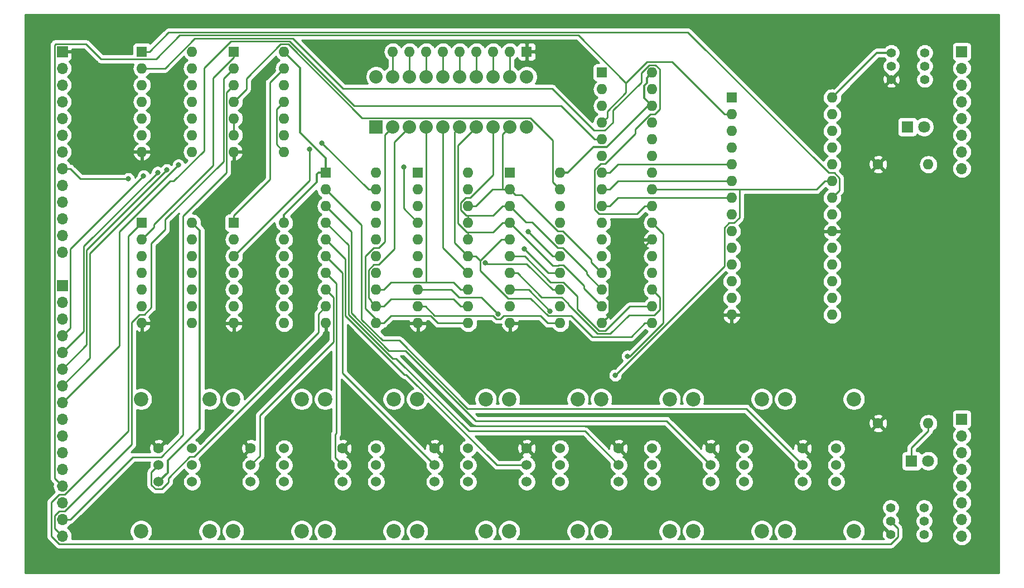
<source format=gbl>
G04 #@! TF.GenerationSoftware,KiCad,Pcbnew,(5.1.2)-2*
G04 #@! TF.CreationDate,2019-08-11T11:02:35+02:00*
G04 #@! TF.ProjectId,Memory,4d656d6f-7279-42e6-9b69-6361645f7063,rev?*
G04 #@! TF.SameCoordinates,Original*
G04 #@! TF.FileFunction,Copper,L2,Bot*
G04 #@! TF.FilePolarity,Positive*
%FSLAX46Y46*%
G04 Gerber Fmt 4.6, Leading zero omitted, Abs format (unit mm)*
G04 Created by KiCad (PCBNEW (5.1.2)-2) date 2019-08-11 11:02:35*
%MOMM*%
%LPD*%
G04 APERTURE LIST*
%ADD10O,1.600000X1.600000*%
%ADD11R,1.600000X1.600000*%
%ADD12C,2.200000*%
%ADD13C,1.600000*%
%ADD14C,1.524000*%
%ADD15O,1.700000X1.700000*%
%ADD16R,1.700000X1.700000*%
%ADD17C,1.400000*%
%ADD18R,2.032000X2.032000*%
%ADD19C,2.032000*%
%ADD20C,1.800000*%
%ADD21R,1.800000X1.800000*%
%ADD22C,0.800000*%
%ADD23C,0.350000*%
%ADD24C,0.250000*%
%ADD25C,0.254000*%
G04 APERTURE END LIST*
D10*
X146685000Y-66040000D03*
X131445000Y-99060000D03*
X146685000Y-68580000D03*
X131445000Y-96520000D03*
X146685000Y-71120000D03*
X131445000Y-93980000D03*
X146685000Y-73660000D03*
X131445000Y-91440000D03*
X146685000Y-76200000D03*
X131445000Y-88900000D03*
X146685000Y-78740000D03*
X131445000Y-86360000D03*
X146685000Y-81280000D03*
X131445000Y-83820000D03*
X146685000Y-83820000D03*
X131445000Y-81280000D03*
X146685000Y-86360000D03*
X131445000Y-78740000D03*
X146685000Y-88900000D03*
X131445000Y-76200000D03*
X146685000Y-91440000D03*
X131445000Y-73660000D03*
X146685000Y-93980000D03*
X131445000Y-71120000D03*
X146685000Y-96520000D03*
X131445000Y-68580000D03*
X146685000Y-99060000D03*
D11*
X131445000Y-66040000D03*
X111760000Y-62230000D03*
D10*
X119380000Y-100330000D03*
X111760000Y-64770000D03*
X119380000Y-97790000D03*
X111760000Y-67310000D03*
X119380000Y-95250000D03*
X111760000Y-69850000D03*
X119380000Y-92710000D03*
X111760000Y-72390000D03*
X119380000Y-90170000D03*
X111760000Y-74930000D03*
X119380000Y-87630000D03*
X111760000Y-77470000D03*
X119380000Y-85090000D03*
X111760000Y-80010000D03*
X119380000Y-82550000D03*
X111760000Y-82550000D03*
X119380000Y-80010000D03*
X111760000Y-85090000D03*
X119380000Y-77470000D03*
X111760000Y-87630000D03*
X119380000Y-74930000D03*
X111760000Y-90170000D03*
X119380000Y-72390000D03*
X111760000Y-92710000D03*
X119380000Y-69850000D03*
X111760000Y-95250000D03*
X119380000Y-67310000D03*
X111760000Y-97790000D03*
X119380000Y-64770000D03*
X111760000Y-100330000D03*
X119380000Y-62230000D03*
D12*
X97663000Y-111887000D03*
X97663000Y-131953000D03*
X108077000Y-131953000D03*
X108077000Y-111887000D03*
D13*
X100330000Y-119380000D03*
D14*
X100330000Y-121920000D03*
X100330000Y-124460000D03*
X105410000Y-119380000D03*
X105410000Y-121920000D03*
X105410000Y-124460000D03*
D15*
X166370000Y-132715000D03*
X166370000Y-130175000D03*
X166370000Y-127635000D03*
X166370000Y-125095000D03*
X166370000Y-122555000D03*
X166370000Y-120015000D03*
X166370000Y-117475000D03*
D16*
X166370000Y-114935000D03*
D15*
X166370000Y-76835000D03*
X166370000Y-74295000D03*
X166370000Y-71755000D03*
X166370000Y-69215000D03*
X166370000Y-66675000D03*
X166370000Y-64135000D03*
X166370000Y-61595000D03*
D16*
X166370000Y-59055000D03*
D14*
X147320000Y-124460000D03*
X147320000Y-121920000D03*
X147320000Y-119380000D03*
X142240000Y-124460000D03*
X142240000Y-121920000D03*
D13*
X142240000Y-119380000D03*
D12*
X149987000Y-111887000D03*
X149987000Y-131953000D03*
X139573000Y-131953000D03*
X139573000Y-111887000D03*
X125603000Y-111887000D03*
X125603000Y-131953000D03*
X136017000Y-131953000D03*
X136017000Y-111887000D03*
D13*
X128270000Y-119380000D03*
D14*
X128270000Y-121920000D03*
X128270000Y-124460000D03*
X133350000Y-119380000D03*
X133350000Y-121920000D03*
X133350000Y-124460000D03*
X119380000Y-124460000D03*
X119380000Y-121920000D03*
X119380000Y-119380000D03*
X114300000Y-124460000D03*
X114300000Y-121920000D03*
D13*
X114300000Y-119380000D03*
D12*
X122047000Y-111887000D03*
X122047000Y-131953000D03*
X111633000Y-131953000D03*
X111633000Y-111887000D03*
D14*
X49530000Y-124460000D03*
X49530000Y-121920000D03*
X49530000Y-119380000D03*
X44450000Y-124460000D03*
X44450000Y-121920000D03*
D13*
X44450000Y-119380000D03*
D12*
X52197000Y-111887000D03*
X52197000Y-131953000D03*
X41783000Y-131953000D03*
X41783000Y-111887000D03*
X55753000Y-111887000D03*
X55753000Y-131953000D03*
X66167000Y-131953000D03*
X66167000Y-111887000D03*
D13*
X58420000Y-119380000D03*
D14*
X58420000Y-121920000D03*
X58420000Y-124460000D03*
X63500000Y-119380000D03*
X63500000Y-121920000D03*
X63500000Y-124460000D03*
X77470000Y-124460000D03*
X77470000Y-121920000D03*
X77470000Y-119380000D03*
X72390000Y-124460000D03*
X72390000Y-121920000D03*
D13*
X72390000Y-119380000D03*
D12*
X80137000Y-111887000D03*
X80137000Y-131953000D03*
X69723000Y-131953000D03*
X69723000Y-111887000D03*
X83693000Y-111887000D03*
X83693000Y-131953000D03*
X94107000Y-131953000D03*
X94107000Y-111887000D03*
D13*
X86360000Y-119380000D03*
D14*
X86360000Y-121920000D03*
X86360000Y-124460000D03*
X91440000Y-119380000D03*
X91440000Y-121920000D03*
X91440000Y-124460000D03*
D17*
X155671000Y-61247000D03*
X155671000Y-63279000D03*
X155671000Y-59215000D03*
X160751000Y-59215000D03*
X160751000Y-61247000D03*
X160751000Y-63279000D03*
X160655000Y-132461000D03*
X160655000Y-130429000D03*
X160655000Y-128397000D03*
X155575000Y-128397000D03*
X155575000Y-132461000D03*
X155575000Y-130429000D03*
D16*
X29845000Y-59055000D03*
D15*
X29845000Y-61595000D03*
X29845000Y-64135000D03*
X29845000Y-66675000D03*
X29845000Y-69215000D03*
X29845000Y-71755000D03*
X29845000Y-74295000D03*
X29845000Y-76835000D03*
X29845000Y-79375000D03*
X29845000Y-81915000D03*
X29845000Y-84455000D03*
X29845000Y-86995000D03*
X29845000Y-89535000D03*
D16*
X29845000Y-94615000D03*
D15*
X29845000Y-97155000D03*
X29845000Y-99695000D03*
X29845000Y-102235000D03*
X29845000Y-104775000D03*
X29845000Y-107315000D03*
X29845000Y-109855000D03*
X29845000Y-112395000D03*
X29845000Y-114935000D03*
X29845000Y-117475000D03*
X29845000Y-120015000D03*
X29845000Y-122555000D03*
X29845000Y-125095000D03*
X29845000Y-127635000D03*
X29845000Y-130175000D03*
X29845000Y-132715000D03*
D18*
X77470000Y-70485000D03*
D19*
X80010000Y-70485000D03*
X82550000Y-70485000D03*
X85090000Y-70485000D03*
X95250000Y-62865000D03*
X92710000Y-62865000D03*
X90170000Y-62865000D03*
X87630000Y-62865000D03*
X87630000Y-70485000D03*
X90170000Y-70485000D03*
X92710000Y-70485000D03*
X95250000Y-70485000D03*
X97790000Y-62865000D03*
X100330000Y-62865000D03*
X100330000Y-70485000D03*
X97790000Y-70485000D03*
X85090000Y-62865000D03*
X82550000Y-62865000D03*
X80010000Y-62865000D03*
X77470000Y-62865000D03*
D20*
X160655000Y-70485000D03*
D21*
X158115000Y-70485000D03*
X158750000Y-121285000D03*
D20*
X161290000Y-121285000D03*
D10*
X49530000Y-59055000D03*
X41910000Y-74295000D03*
X49530000Y-61595000D03*
X41910000Y-71755000D03*
X49530000Y-64135000D03*
X41910000Y-69215000D03*
X49530000Y-66675000D03*
X41910000Y-66675000D03*
X49530000Y-69215000D03*
X41910000Y-64135000D03*
X49530000Y-71755000D03*
X41910000Y-61595000D03*
X49530000Y-74295000D03*
D11*
X41910000Y-59055000D03*
X41910000Y-85090000D03*
D10*
X49530000Y-100330000D03*
X41910000Y-87630000D03*
X49530000Y-97790000D03*
X41910000Y-90170000D03*
X49530000Y-95250000D03*
X41910000Y-92710000D03*
X49530000Y-92710000D03*
X41910000Y-95250000D03*
X49530000Y-90170000D03*
X41910000Y-97790000D03*
X49530000Y-87630000D03*
X41910000Y-100330000D03*
X49530000Y-85090000D03*
X63500000Y-59055000D03*
X55880000Y-74295000D03*
X63500000Y-61595000D03*
X55880000Y-71755000D03*
X63500000Y-64135000D03*
X55880000Y-69215000D03*
X63500000Y-66675000D03*
X55880000Y-66675000D03*
X63500000Y-69215000D03*
X55880000Y-64135000D03*
X63500000Y-71755000D03*
X55880000Y-61595000D03*
X63500000Y-74295000D03*
D11*
X55880000Y-59055000D03*
X55880000Y-85090000D03*
D10*
X63500000Y-100330000D03*
X55880000Y-87630000D03*
X63500000Y-97790000D03*
X55880000Y-90170000D03*
X63500000Y-95250000D03*
X55880000Y-92710000D03*
X63500000Y-92710000D03*
X55880000Y-95250000D03*
X63500000Y-90170000D03*
X55880000Y-97790000D03*
X63500000Y-87630000D03*
X55880000Y-100330000D03*
X63500000Y-85090000D03*
D11*
X69850000Y-77470000D03*
D10*
X77470000Y-100330000D03*
X69850000Y-80010000D03*
X77470000Y-97790000D03*
X69850000Y-82550000D03*
X77470000Y-95250000D03*
X69850000Y-85090000D03*
X77470000Y-92710000D03*
X69850000Y-87630000D03*
X77470000Y-90170000D03*
X69850000Y-90170000D03*
X77470000Y-87630000D03*
X69850000Y-92710000D03*
X77470000Y-85090000D03*
X69850000Y-95250000D03*
X77470000Y-82550000D03*
X69850000Y-97790000D03*
X77470000Y-80010000D03*
X69850000Y-100330000D03*
X77470000Y-77470000D03*
X91440000Y-77470000D03*
X83820000Y-100330000D03*
X91440000Y-80010000D03*
X83820000Y-97790000D03*
X91440000Y-82550000D03*
X83820000Y-95250000D03*
X91440000Y-85090000D03*
X83820000Y-92710000D03*
X91440000Y-87630000D03*
X83820000Y-90170000D03*
X91440000Y-90170000D03*
X83820000Y-87630000D03*
X91440000Y-92710000D03*
X83820000Y-85090000D03*
X91440000Y-95250000D03*
X83820000Y-82550000D03*
X91440000Y-97790000D03*
X83820000Y-80010000D03*
X91440000Y-100330000D03*
D11*
X83820000Y-77470000D03*
X97790000Y-77470000D03*
D10*
X105410000Y-100330000D03*
X97790000Y-80010000D03*
X105410000Y-97790000D03*
X97790000Y-82550000D03*
X105410000Y-95250000D03*
X97790000Y-85090000D03*
X105410000Y-92710000D03*
X97790000Y-87630000D03*
X105410000Y-90170000D03*
X97790000Y-90170000D03*
X105410000Y-87630000D03*
X97790000Y-92710000D03*
X105410000Y-85090000D03*
X97790000Y-95250000D03*
X105410000Y-82550000D03*
X97790000Y-97790000D03*
X105410000Y-80010000D03*
X97790000Y-100330000D03*
X105410000Y-77470000D03*
D11*
X100330000Y-59055000D03*
D10*
X97790000Y-59055000D03*
X95250000Y-59055000D03*
X92710000Y-59055000D03*
X90170000Y-59055000D03*
X87630000Y-59055000D03*
X85090000Y-59055000D03*
X82550000Y-59055000D03*
X80010000Y-59055000D03*
X161290000Y-115570000D03*
D13*
X153670000Y-115570000D03*
X153670000Y-76200000D03*
D10*
X161290000Y-76200000D03*
D22*
X103861700Y-98493400D03*
X47468100Y-76308000D03*
X45700400Y-77036500D03*
X115643700Y-105357500D03*
X44295600Y-77412800D03*
X42169400Y-77942400D03*
X113771100Y-108256400D03*
X67382600Y-73873900D03*
X96012800Y-98965600D03*
X94012800Y-91159000D03*
X99959000Y-89044600D03*
X100574100Y-86464200D03*
X39846400Y-78398900D03*
X81633100Y-76575300D03*
X69266500Y-72931800D03*
D23*
X112559999Y-99530001D02*
X111760000Y-100330000D01*
X112935001Y-99154999D02*
X112559999Y-99530001D01*
X112935001Y-94074999D02*
X112935001Y-99154999D01*
X119380000Y-87630000D02*
X112935001Y-94074999D01*
D24*
X161290000Y-115570000D02*
X161290000Y-116695300D01*
X161290000Y-116695300D02*
X158750000Y-119235300D01*
X158750000Y-119235300D02*
X158750000Y-121285000D01*
X97790000Y-59055000D02*
X97790000Y-62865000D01*
X95250000Y-59055000D02*
X95250000Y-62865000D01*
X92710000Y-59055000D02*
X92710000Y-62865000D01*
X90170000Y-59055000D02*
X90170000Y-62865000D01*
X87630000Y-59055000D02*
X87630000Y-62865000D01*
X85090000Y-59055000D02*
X85090000Y-62865000D01*
X82550000Y-59055000D02*
X82550000Y-62865000D01*
X80010000Y-59055000D02*
X80010000Y-62865000D01*
X93287500Y-90858600D02*
X93287500Y-92341900D01*
X93287500Y-92341900D02*
X97520100Y-96574500D01*
X97520100Y-96574500D02*
X100917100Y-96574500D01*
X100917100Y-96574500D02*
X103561300Y-99218700D01*
X103561300Y-99218700D02*
X104162200Y-99218700D01*
X104162200Y-99218700D02*
X104190700Y-99190200D01*
X104190700Y-99190200D02*
X107109300Y-99190200D01*
X107109300Y-99190200D02*
X110323000Y-102403900D01*
X110323000Y-102403900D02*
X116180800Y-102403900D01*
X116180800Y-102403900D02*
X118254700Y-100330000D01*
X96664700Y-87630000D02*
X96516100Y-87630000D01*
X96516100Y-87630000D02*
X93287500Y-90858600D01*
X93287500Y-90858600D02*
X93253900Y-90858600D01*
X93253900Y-90858600D02*
X92565300Y-90170000D01*
X119380000Y-100330000D02*
X118254700Y-100330000D01*
X97790000Y-87630000D02*
X96664700Y-87630000D01*
X91440000Y-90170000D02*
X92565300Y-90170000D01*
X89397500Y-71257500D02*
X90170000Y-70485000D01*
X89397500Y-88127500D02*
X89397500Y-71257500D01*
X91440000Y-90170000D02*
X89397500Y-88127500D01*
X97790000Y-90170000D02*
X98915300Y-90170000D01*
X98915300Y-90170000D02*
X100015600Y-90170000D01*
X100015600Y-90170000D02*
X103970200Y-94124600D01*
X103970200Y-94124600D02*
X105926700Y-94124600D01*
X105926700Y-94124600D02*
X108032700Y-96230600D01*
X108032700Y-96230600D02*
X108032700Y-98212200D01*
X108032700Y-98212200D02*
X111295300Y-101474800D01*
X111295300Y-101474800D02*
X112264700Y-101474800D01*
X112264700Y-101474800D02*
X115949500Y-97790000D01*
X115949500Y-97790000D02*
X119380000Y-97790000D01*
X87630000Y-88900000D02*
X87630000Y-87503000D01*
X91440000Y-92710000D02*
X87630000Y-88900000D01*
X87630000Y-87503000D02*
X87630000Y-70485000D01*
X31020300Y-130175000D02*
X40518500Y-120676800D01*
X40518500Y-120676800D02*
X44808400Y-120676800D01*
X44808400Y-120676800D02*
X48157000Y-117328200D01*
X48157000Y-117328200D02*
X48157000Y-84051300D01*
X48157000Y-84051300D02*
X54754700Y-77453600D01*
X29845000Y-130175000D02*
X31020300Y-130175000D01*
X54754210Y-67200210D02*
X54754700Y-67200700D01*
X54754210Y-65260790D02*
X54754210Y-67200210D01*
X55880000Y-64135000D02*
X54754210Y-65260790D01*
X54754700Y-77453600D02*
X54754700Y-67200700D01*
X85090000Y-94124700D02*
X79720600Y-94124700D01*
X79720600Y-94124700D02*
X78595300Y-95250000D01*
X90314700Y-95250000D02*
X89189400Y-94124700D01*
X89189400Y-94124700D02*
X85090000Y-94124700D01*
X85090000Y-94124700D02*
X85090000Y-70485000D01*
X77470000Y-95250000D02*
X78595300Y-95250000D01*
X91440000Y-95250000D02*
X90314700Y-95250000D01*
X98915300Y-92710000D02*
X97790000Y-92710000D01*
X102606300Y-96401000D02*
X98915300Y-92710000D01*
X105670600Y-96401000D02*
X102606300Y-96401000D01*
X106620200Y-97350600D02*
X105670600Y-96401000D01*
X106620200Y-97488400D02*
X106620200Y-97350600D01*
X111085400Y-101953600D02*
X106620200Y-97488400D01*
X119380000Y-95250000D02*
X120515200Y-96385200D01*
X120515200Y-98305000D02*
X119706700Y-99113500D01*
X120515200Y-96385200D02*
X120515200Y-98305000D01*
X119706700Y-99113500D02*
X115870900Y-99113500D01*
X115870900Y-99113500D02*
X113030800Y-101953600D01*
X113030800Y-101953600D02*
X111085400Y-101953600D01*
X130319700Y-68580000D02*
X122367100Y-60627400D01*
X122367100Y-60627400D02*
X118567000Y-60627400D01*
X118567000Y-60627400D02*
X115393900Y-63800500D01*
X131445000Y-68580000D02*
X130319700Y-68580000D01*
X108169700Y-56576300D02*
X115393900Y-63800500D01*
X47646100Y-56576300D02*
X108169700Y-56576300D01*
X44042000Y-60180400D02*
X47646100Y-56576300D01*
X29845000Y-125095000D02*
X28669700Y-123919700D01*
X28669700Y-123919700D02*
X28669700Y-58027700D01*
X28669700Y-58027700D02*
X28817800Y-57879600D01*
X33413500Y-57879600D02*
X35714300Y-60180400D01*
X28817800Y-57879600D02*
X33413500Y-57879600D01*
X35714300Y-60180400D02*
X44042000Y-60180400D01*
X115393900Y-65295200D02*
X115393900Y-63800500D01*
X112559999Y-68129101D02*
X115393900Y-65295200D01*
X112559999Y-69050001D02*
X112559999Y-68129101D01*
X111760000Y-69850000D02*
X112559999Y-69050001D01*
X103861700Y-98493400D02*
X100618300Y-95250000D01*
X100618300Y-95250000D02*
X97790000Y-95250000D01*
X77470000Y-97790000D02*
X78595300Y-97790000D01*
X91440000Y-97790000D02*
X90314700Y-97790000D01*
X90314700Y-97790000D02*
X89189400Y-96664700D01*
X89189400Y-96664700D02*
X79720600Y-96664700D01*
X79720600Y-96664700D02*
X78595300Y-97790000D01*
X80245000Y-72790000D02*
X82550000Y-70485000D01*
X80245000Y-89042600D02*
X80245000Y-72790000D01*
X77847600Y-91440000D02*
X80245000Y-89042600D01*
X76670001Y-96990001D02*
X76670001Y-96863001D01*
X77470000Y-97790000D02*
X76670001Y-96990001D01*
X76670001Y-96863001D02*
X76304900Y-96497900D01*
X76304900Y-96497900D02*
X76304900Y-92235000D01*
X76304900Y-92235000D02*
X77099900Y-91440000D01*
X77099900Y-91440000D02*
X77847600Y-91440000D01*
X110634700Y-72390000D02*
X111760000Y-72390000D01*
X74135900Y-67301900D02*
X105546600Y-67301900D01*
X64310900Y-57476900D02*
X74135900Y-67301900D01*
X55398000Y-57476900D02*
X64310900Y-57476900D01*
X51354800Y-61520100D02*
X55398000Y-57476900D01*
X105546600Y-67301900D02*
X110634700Y-72390000D01*
X29845000Y-112395000D02*
X38486400Y-103753600D01*
X38486400Y-103753600D02*
X38486400Y-86443900D01*
X38486400Y-86443900D02*
X46184000Y-78746300D01*
X46184000Y-78746300D02*
X46730600Y-78746300D01*
X46730600Y-78746300D02*
X51354800Y-74122100D01*
X51354800Y-74122100D02*
X51354800Y-61520100D01*
X78032700Y-100330000D02*
X75854500Y-98151800D01*
X75854500Y-98151800D02*
X75854500Y-90128300D01*
X75854500Y-90128300D02*
X77082800Y-88900000D01*
X77082800Y-88900000D02*
X77839200Y-88900000D01*
X77839200Y-88900000D02*
X78811400Y-87927800D01*
X78811400Y-87927800D02*
X78811400Y-71683600D01*
X78811400Y-71683600D02*
X80010000Y-70485000D01*
X78032700Y-100330000D02*
X78595300Y-100330000D01*
X77470000Y-100330000D02*
X78032700Y-100330000D01*
X91440000Y-100330000D02*
X86848400Y-100330000D01*
X86848400Y-100330000D02*
X85723100Y-99204700D01*
X85723100Y-99204700D02*
X79720600Y-99204700D01*
X79720600Y-99204700D02*
X78595300Y-100330000D01*
X34013900Y-89762200D02*
X47468100Y-76308000D01*
X34013900Y-105686100D02*
X34013900Y-89762200D01*
X29845000Y-109855000D02*
X34013900Y-105686100D01*
X112885300Y-77470000D02*
X114155300Y-76200000D01*
X114155300Y-76200000D02*
X131445000Y-76200000D01*
X111760000Y-77470000D02*
X112885300Y-77470000D01*
X33522700Y-89214200D02*
X45700400Y-77036500D01*
X33522700Y-103637300D02*
X33522700Y-89214200D01*
X29845000Y-107315000D02*
X33522700Y-103637300D01*
X115990700Y-105357500D02*
X115643700Y-105357500D01*
X121015900Y-100332300D02*
X115990700Y-105357500D01*
X121015900Y-86725900D02*
X121015900Y-100332300D01*
X119380000Y-85090000D02*
X121015900Y-86725900D01*
X111760000Y-80010000D02*
X112885300Y-80010000D01*
X112885300Y-80010000D02*
X114155300Y-78740000D01*
X114155300Y-78740000D02*
X131445000Y-78740000D01*
X33072300Y-88636100D02*
X44295600Y-77412800D01*
X33072300Y-101547700D02*
X33072300Y-88636100D01*
X29845000Y-104775000D02*
X33072300Y-101547700D01*
X119380000Y-82550000D02*
X118254700Y-82550000D01*
X118254700Y-82550000D02*
X117074800Y-83729900D01*
X117074800Y-83729900D02*
X111338600Y-83729900D01*
X111338600Y-83729900D02*
X110634600Y-83025900D01*
X110634600Y-83025900D02*
X110634600Y-76999100D01*
X110634600Y-76999100D02*
X111578300Y-76055400D01*
X111578300Y-76055400D02*
X112277300Y-76055400D01*
X112277300Y-76055400D02*
X116781500Y-71551200D01*
X116781500Y-71551200D02*
X116781500Y-70856900D01*
X116781500Y-70856900D02*
X119058400Y-68580000D01*
X119058400Y-68580000D02*
X119781900Y-68580000D01*
X119781900Y-68580000D02*
X120523800Y-67838100D01*
X120523800Y-67838100D02*
X120523800Y-61717300D01*
X120523800Y-61717300D02*
X119884200Y-61077700D01*
X119884200Y-61077700D02*
X118912700Y-61077700D01*
X118912700Y-61077700D02*
X117704300Y-62286100D01*
X117704300Y-62286100D02*
X117704300Y-63698700D01*
X117704300Y-63698700D02*
X113403400Y-67999600D01*
X113403400Y-67999600D02*
X113403400Y-69827500D01*
X113403400Y-69827500D02*
X112191700Y-71039200D01*
X112191700Y-71039200D02*
X110553800Y-71039200D01*
X110553800Y-71039200D02*
X104173400Y-64658800D01*
X104173400Y-64658800D02*
X72446100Y-64658800D01*
X72446100Y-64658800D02*
X64813900Y-57026600D01*
X64813900Y-57026600D02*
X49964100Y-57026600D01*
X49964100Y-57026600D02*
X45395700Y-61595000D01*
X45395700Y-61595000D02*
X41910000Y-61595000D01*
X130319700Y-81280000D02*
X114155300Y-81280000D01*
X114155300Y-81280000D02*
X112885300Y-82550000D01*
X131445000Y-81280000D02*
X130319700Y-81280000D01*
X111760000Y-82550000D02*
X112885300Y-82550000D01*
X31020300Y-89091500D02*
X42169400Y-77942400D01*
X31020300Y-101059700D02*
X31020300Y-89091500D01*
X29845000Y-102235000D02*
X31020300Y-101059700D01*
X132613100Y-80010000D02*
X119380000Y-80010000D01*
X145559700Y-78740000D02*
X144289700Y-80010000D01*
X144289700Y-80010000D02*
X132613100Y-80010000D01*
X132613100Y-80010000D02*
X132613100Y-84310800D01*
X132613100Y-84310800D02*
X131833900Y-85090000D01*
X131833900Y-85090000D02*
X131054500Y-85090000D01*
X131054500Y-85090000D02*
X130319600Y-85824900D01*
X130319600Y-85824900D02*
X130319600Y-91707900D01*
X130319600Y-91707900D02*
X113771100Y-108256400D01*
X146685000Y-78740000D02*
X145559700Y-78740000D01*
X97790000Y-70485000D02*
X96662200Y-71612800D01*
X96662200Y-71612800D02*
X96662200Y-80010000D01*
X96662200Y-80010000D02*
X97790000Y-80010000D01*
X92565300Y-82550000D02*
X95105300Y-80010000D01*
X95105300Y-80010000D02*
X96662200Y-80010000D01*
X91440000Y-82550000D02*
X92565300Y-82550000D01*
X110110950Y-91060950D02*
X111760000Y-92710000D01*
X97790000Y-80010000D02*
X98589999Y-80809999D01*
X98589999Y-80809999D02*
X99515999Y-80809999D01*
X99515999Y-80809999D02*
X105066000Y-86360000D01*
X105066000Y-86360000D02*
X105794900Y-86360000D01*
X105794900Y-86360000D02*
X110110950Y-90676050D01*
X110110950Y-90676050D02*
X110110950Y-91060950D01*
X67382600Y-78667400D02*
X67382600Y-77034600D01*
X55880000Y-90170000D02*
X67382600Y-78667400D01*
X67382600Y-73873900D02*
X67382600Y-77034600D01*
X97790000Y-82550000D02*
X96664700Y-82550000D01*
X96664700Y-82550000D02*
X95250000Y-83964700D01*
X95250000Y-83964700D02*
X91440000Y-83964700D01*
X91440000Y-85090000D02*
X91440000Y-83964700D01*
X91440000Y-83964700D02*
X91158700Y-83964700D01*
X91158700Y-83964700D02*
X90311600Y-83117600D01*
X90311600Y-83117600D02*
X90311600Y-82056700D01*
X90311600Y-82056700D02*
X91088300Y-81280000D01*
X91088300Y-81280000D02*
X91787300Y-81280000D01*
X91787300Y-81280000D02*
X95250000Y-77817300D01*
X95250000Y-77817300D02*
X95250000Y-70485000D01*
X111760000Y-95250000D02*
X109411300Y-92901300D01*
X109411300Y-92901300D02*
X109411300Y-92518700D01*
X109411300Y-92518700D02*
X105792600Y-88900000D01*
X105792600Y-88900000D02*
X105080500Y-88900000D01*
X100240750Y-85000750D02*
X101181250Y-85000750D01*
X97790000Y-82550000D02*
X100240750Y-85000750D01*
X105080500Y-88900000D02*
X101181250Y-85000750D01*
D23*
X105410000Y-77470000D02*
X106585300Y-77470000D01*
X119380000Y-66722300D02*
X112516200Y-73586100D01*
X112516200Y-73586100D02*
X110469200Y-73586100D01*
X110469200Y-73586100D02*
X106585300Y-77470000D01*
X119380000Y-67310000D02*
X119380000Y-66722300D01*
X63500000Y-85090000D02*
X63500000Y-83914700D01*
X153510000Y-59215000D02*
X155671000Y-59215000D01*
X146685000Y-66040000D02*
X153510000Y-59215000D01*
X69850000Y-76294700D02*
X69850000Y-77470000D01*
X69850000Y-75244800D02*
X69850000Y-76294700D01*
X65948700Y-71343500D02*
X69850000Y-75244800D01*
X65948700Y-61503700D02*
X65948700Y-71343500D01*
X63500000Y-59055000D02*
X65948700Y-61503700D01*
X68500350Y-77669650D02*
X68500350Y-78914350D01*
X68700000Y-77470000D02*
X68500350Y-77669650D01*
X69850000Y-77470000D02*
X68700000Y-77470000D01*
X63500000Y-83914700D02*
X68500350Y-78914350D01*
X45852600Y-123057400D02*
X44450000Y-124460000D01*
X45852600Y-121225000D02*
X45852600Y-123057400D01*
X50705300Y-116372300D02*
X45852600Y-121225000D01*
X50705300Y-86265300D02*
X50705300Y-116372300D01*
X49530000Y-85090000D02*
X50705300Y-86265300D01*
X118580001Y-63843001D02*
X118592500Y-63855500D01*
X118580001Y-63029999D02*
X118580001Y-63843001D01*
X119380000Y-62230000D02*
X118580001Y-63029999D01*
X118592500Y-63855500D02*
X118186000Y-64262000D01*
X118186000Y-66116000D02*
X118186000Y-64821000D01*
X119380000Y-67310000D02*
X118186000Y-66116000D01*
X118186000Y-64262000D02*
X118186000Y-64821000D01*
X118186000Y-64821000D02*
X118186000Y-65306000D01*
D24*
X97790000Y-85090000D02*
X96664700Y-85090000D01*
X96664700Y-85090000D02*
X95250000Y-86504700D01*
X95250000Y-86504700D02*
X91440000Y-86504700D01*
X91440000Y-87630000D02*
X91440000Y-86504700D01*
X91440000Y-86504700D02*
X91229000Y-86504700D01*
X91229000Y-86504700D02*
X89861200Y-85136900D01*
X89861200Y-85136900D02*
X89861200Y-73333800D01*
X89861200Y-73333800D02*
X92710000Y-70485000D01*
X111760000Y-97790000D02*
X109030200Y-95060200D01*
X109030200Y-95060200D02*
X109030200Y-94677800D01*
X109030200Y-94677800D02*
X105877700Y-91525300D01*
X105138001Y-91584999D02*
X105197700Y-91525300D01*
X104284999Y-91584999D02*
X105138001Y-91584999D01*
X97790000Y-85090000D02*
X104284999Y-91584999D01*
X105877700Y-91525300D02*
X105197700Y-91525300D01*
X54304200Y-63170800D02*
X55880000Y-61595000D01*
X28669700Y-129601600D02*
X29366300Y-128905000D01*
X43359400Y-88212490D02*
X45479450Y-86092440D01*
X29366300Y-128905000D02*
X30239200Y-128905000D01*
X40357600Y-118786600D02*
X40357600Y-100260400D01*
X42278400Y-99060000D02*
X43359400Y-97979000D01*
X45479450Y-84595450D02*
X54304200Y-75770700D01*
X40357600Y-100260400D02*
X41558000Y-99060000D01*
X41558000Y-99060000D02*
X42278400Y-99060000D01*
X43359400Y-97979000D02*
X43359400Y-88212490D01*
X30239200Y-128905000D02*
X40357600Y-118786600D01*
X45479450Y-86092440D02*
X45479450Y-84595450D01*
X54304200Y-75770700D02*
X54304200Y-63170800D01*
X28669999Y-130080599D02*
X28669700Y-130080300D01*
X28669999Y-131539999D02*
X28669999Y-130080599D01*
X29845000Y-132715000D02*
X28669999Y-131539999D01*
X28669700Y-130080300D02*
X28669700Y-129601600D01*
X84945300Y-97790000D02*
X86346200Y-99190900D01*
X86346200Y-99190900D02*
X95212300Y-99190900D01*
X95212300Y-99190900D02*
X95712400Y-99691000D01*
X95712400Y-99691000D02*
X96313200Y-99691000D01*
X96313200Y-99691000D02*
X96799500Y-99204700D01*
X96799500Y-99204700D02*
X102386100Y-99204700D01*
X102386100Y-99204700D02*
X103511400Y-100330000D01*
X103511400Y-100330000D02*
X104284700Y-100330000D01*
X105410000Y-100330000D02*
X104284700Y-100330000D01*
X83820000Y-97790000D02*
X84945300Y-97790000D01*
X83820000Y-95250000D02*
X88904700Y-95250000D01*
X88904700Y-95250000D02*
X90030100Y-96375400D01*
X90030100Y-96375400D02*
X93422600Y-96375400D01*
X93422600Y-96375400D02*
X96012800Y-98965600D01*
X104284700Y-95250000D02*
X100330100Y-91295400D01*
X100330100Y-91295400D02*
X94149200Y-91295400D01*
X94149200Y-91295400D02*
X94012800Y-91159000D01*
X105410000Y-95250000D02*
X104284700Y-95250000D01*
X105410000Y-92710000D02*
X103624400Y-92710000D01*
X103624400Y-92710000D02*
X99959000Y-89044600D01*
X105410000Y-90170000D02*
X104279900Y-90170000D01*
X104279900Y-90170000D02*
X100574100Y-86464200D01*
X31020300Y-76835000D02*
X32584200Y-78398900D01*
X32584200Y-78398900D02*
X39846400Y-78398900D01*
X29845000Y-76835000D02*
X31020300Y-76835000D01*
X81633100Y-82903100D02*
X81633100Y-81760100D01*
X83820000Y-85090000D02*
X81633100Y-82903100D01*
X81633100Y-81760100D02*
X81633100Y-76575300D01*
X57762300Y-64792700D02*
X55880000Y-66675000D01*
X57762300Y-63168000D02*
X57762300Y-64792700D01*
X63003000Y-57927300D02*
X57762300Y-63168000D01*
X105410000Y-80010000D02*
X104284700Y-78884700D01*
X104284700Y-72516000D02*
X100912300Y-69143600D01*
X100912300Y-69143600D02*
X75340700Y-69143600D01*
X104284700Y-78884700D02*
X104284700Y-72516000D01*
X75340700Y-69143600D02*
X64124400Y-57927300D01*
X64124400Y-57927300D02*
X63003000Y-57927300D01*
X133632400Y-113312400D02*
X142240000Y-121920000D01*
X69850000Y-80010000D02*
X75277600Y-85437600D01*
X75277600Y-85437600D02*
X75277600Y-99763300D01*
X75277600Y-99763300D02*
X78468100Y-102953800D01*
X78468100Y-102953800D02*
X80997800Y-102953800D01*
X80997800Y-102953800D02*
X91356400Y-113312400D01*
X91356400Y-113312400D02*
X133632400Y-113312400D01*
X121524400Y-115174400D02*
X128270000Y-121920000D01*
X69850000Y-82550000D02*
X73705600Y-86405600D01*
X73705600Y-86405600D02*
X73705600Y-98828300D01*
X73705600Y-98828300D02*
X79381800Y-104504500D01*
X79381800Y-104504500D02*
X81911600Y-104504500D01*
X81911600Y-104504500D02*
X92581500Y-115174400D01*
X92581500Y-115174400D02*
X121524400Y-115174400D01*
X73255200Y-99014800D02*
X79977100Y-105736700D01*
X79977100Y-105736700D02*
X80523800Y-105736700D01*
X80523800Y-105736700D02*
X91559300Y-116772200D01*
X91559300Y-116772200D02*
X109152200Y-116772200D01*
X109152200Y-116772200D02*
X114300000Y-121920000D01*
X73254909Y-90447509D02*
X73255200Y-90447800D01*
X73254909Y-88494909D02*
X73254909Y-90447509D01*
X69850000Y-85090000D02*
X73254909Y-88494909D01*
X73255200Y-90447800D02*
X73255200Y-99014800D01*
X100330000Y-121920000D02*
X95806500Y-121920000D01*
X95806500Y-121920000D02*
X82051500Y-108165000D01*
X82051500Y-108165000D02*
X81768500Y-108165000D01*
X81768500Y-108165000D02*
X72804900Y-99201400D01*
X72805190Y-92040810D02*
X72804900Y-92041100D01*
X72805190Y-90585190D02*
X72805190Y-92040810D01*
X69850000Y-87630000D02*
X72805190Y-90585190D01*
X72804900Y-99201400D02*
X72804900Y-92041100D01*
X72354600Y-107914600D02*
X86360000Y-121920000D01*
X72354600Y-92674600D02*
X72354600Y-107914600D01*
X69850000Y-90170000D02*
X72354600Y-92674600D01*
X71232300Y-120762300D02*
X72390000Y-121920000D01*
X71232300Y-117270900D02*
X71232300Y-120762300D01*
X71454000Y-117049200D02*
X71232300Y-117270900D01*
X71454000Y-94314000D02*
X71454000Y-117049200D01*
X69850000Y-92710000D02*
X71454000Y-94314000D01*
X71003600Y-103202500D02*
X59834600Y-114371500D01*
X59834600Y-114371500D02*
X59834600Y-120505400D01*
X59834600Y-120505400D02*
X58420000Y-121920000D01*
X70975001Y-100544801D02*
X71003600Y-100573400D01*
X70975001Y-96375001D02*
X70975001Y-100544801D01*
X69850000Y-95250000D02*
X70975001Y-96375001D01*
X71003600Y-100573400D02*
X71003600Y-103202500D01*
X43360800Y-123009200D02*
X44450000Y-121920000D01*
X43360800Y-124954300D02*
X43360800Y-123009200D01*
X45941100Y-124542500D02*
X44923600Y-125560000D01*
X69850000Y-97790000D02*
X68724700Y-98915300D01*
X68724700Y-98915300D02*
X68724700Y-101763000D01*
X43966500Y-125560000D02*
X43360800Y-124954300D01*
X68724700Y-101763000D02*
X49837700Y-120650000D01*
X44923600Y-125560000D02*
X43966500Y-125560000D01*
X49837700Y-120650000D02*
X49185200Y-120650000D01*
X49185200Y-120650000D02*
X45941100Y-123894100D01*
X45941100Y-123894100D02*
X45941100Y-124542500D01*
X76344700Y-80010000D02*
X69266500Y-72931800D01*
X77470000Y-80010000D02*
X76344700Y-80010000D01*
X55880000Y-83964700D02*
X55880000Y-85090000D01*
X61340300Y-78504400D02*
X55880000Y-83964700D01*
X61340300Y-63754700D02*
X61340300Y-78504400D01*
X63500000Y-61595000D02*
X61340300Y-63754700D01*
X55880000Y-69215000D02*
X55880000Y-71755000D01*
X62374700Y-67800300D02*
X63500000Y-66675000D01*
X62374700Y-73169700D02*
X62374700Y-67800300D01*
X63500000Y-74295000D02*
X62374700Y-73169700D01*
X55880000Y-59899000D02*
X55880000Y-59055000D01*
X52705000Y-63074000D02*
X55880000Y-59899000D01*
X52705000Y-76381300D02*
X52705000Y-63074000D01*
X43778650Y-85307650D02*
X52705000Y-76381300D01*
X43778650Y-85761350D02*
X43778650Y-85307650D01*
X41910000Y-87630000D02*
X43778650Y-85761350D01*
X155575000Y-130429000D02*
X156659000Y-131513000D01*
X156659000Y-131513000D02*
X156659000Y-132851600D01*
X156659000Y-132851600D02*
X155576900Y-133933700D01*
X155576900Y-133933700D02*
X29331800Y-133933700D01*
X29331800Y-133933700D02*
X28174500Y-132776400D01*
X28174500Y-132776400D02*
X28174500Y-127534900D01*
X28174500Y-127534900D02*
X29337100Y-126372300D01*
X29337100Y-126372300D02*
X30231900Y-126372300D01*
X30231900Y-126372300D02*
X39875600Y-116728600D01*
X39875600Y-116728600D02*
X39875600Y-87124400D01*
X39875600Y-87124400D02*
X41910000Y-85090000D01*
X147810300Y-78273500D02*
X147006800Y-77470000D01*
X147006800Y-77470000D02*
X146154800Y-77470000D01*
X146154800Y-77470000D02*
X124810800Y-56126000D01*
X124810800Y-56126000D02*
X45964300Y-56126000D01*
X45964300Y-56126000D02*
X43035300Y-59055000D01*
X41910000Y-59055000D02*
X43035300Y-59055000D01*
X147810001Y-78757999D02*
X147810300Y-78757700D01*
X147810001Y-80154999D02*
X147810001Y-78757999D01*
X146685000Y-81280000D02*
X147810001Y-80154999D01*
X147810300Y-78757700D02*
X147810300Y-78273500D01*
D25*
G36*
X172010001Y-138355000D02*
G01*
X24205000Y-138355000D01*
X24205000Y-127534900D01*
X27410824Y-127534900D01*
X27414501Y-127572232D01*
X27414500Y-132739077D01*
X27410824Y-132776400D01*
X27414500Y-132813722D01*
X27414500Y-132813732D01*
X27425497Y-132925385D01*
X27448309Y-133000586D01*
X27468954Y-133068646D01*
X27539526Y-133200676D01*
X27541158Y-133202664D01*
X27634499Y-133316401D01*
X27663503Y-133340204D01*
X28768001Y-134444703D01*
X28791799Y-134473701D01*
X28907524Y-134568674D01*
X29039553Y-134639246D01*
X29182814Y-134682703D01*
X29294467Y-134693700D01*
X29294476Y-134693700D01*
X29331799Y-134697376D01*
X29369122Y-134693700D01*
X155539578Y-134693700D01*
X155576900Y-134697376D01*
X155614222Y-134693700D01*
X155614233Y-134693700D01*
X155725886Y-134682703D01*
X155869147Y-134639246D01*
X156001176Y-134568674D01*
X156116901Y-134473701D01*
X156140703Y-134444698D01*
X157170008Y-133415395D01*
X157199001Y-133391601D01*
X157222795Y-133362608D01*
X157222799Y-133362604D01*
X157284515Y-133287402D01*
X157293974Y-133275876D01*
X157364546Y-133143847D01*
X157408003Y-133000586D01*
X157419000Y-132888933D01*
X157419000Y-132888924D01*
X157422676Y-132851601D01*
X157419000Y-132814278D01*
X157419000Y-131550333D01*
X157422677Y-131513000D01*
X157408003Y-131364014D01*
X157364546Y-131220753D01*
X157293974Y-131088724D01*
X157222799Y-131001997D01*
X157199001Y-130972999D01*
X157170004Y-130949202D01*
X156888645Y-130667843D01*
X156910000Y-130560486D01*
X156910000Y-130297514D01*
X156858696Y-130039595D01*
X156758061Y-129796641D01*
X156611962Y-129577987D01*
X156446975Y-129413000D01*
X156611962Y-129248013D01*
X156758061Y-129029359D01*
X156858696Y-128786405D01*
X156910000Y-128528486D01*
X156910000Y-128265514D01*
X159320000Y-128265514D01*
X159320000Y-128528486D01*
X159371304Y-128786405D01*
X159471939Y-129029359D01*
X159618038Y-129248013D01*
X159783025Y-129413000D01*
X159618038Y-129577987D01*
X159471939Y-129796641D01*
X159371304Y-130039595D01*
X159320000Y-130297514D01*
X159320000Y-130560486D01*
X159371304Y-130818405D01*
X159471939Y-131061359D01*
X159618038Y-131280013D01*
X159783025Y-131445000D01*
X159618038Y-131609987D01*
X159471939Y-131828641D01*
X159371304Y-132071595D01*
X159320000Y-132329514D01*
X159320000Y-132592486D01*
X159371304Y-132850405D01*
X159471939Y-133093359D01*
X159618038Y-133312013D01*
X159803987Y-133497962D01*
X160022641Y-133644061D01*
X160265595Y-133744696D01*
X160523514Y-133796000D01*
X160786486Y-133796000D01*
X161044405Y-133744696D01*
X161287359Y-133644061D01*
X161506013Y-133497962D01*
X161691962Y-133312013D01*
X161838061Y-133093359D01*
X161938696Y-132850405D01*
X161990000Y-132592486D01*
X161990000Y-132329514D01*
X161938696Y-132071595D01*
X161838061Y-131828641D01*
X161691962Y-131609987D01*
X161526975Y-131445000D01*
X161691962Y-131280013D01*
X161838061Y-131061359D01*
X161938696Y-130818405D01*
X161990000Y-130560486D01*
X161990000Y-130297514D01*
X161938696Y-130039595D01*
X161838061Y-129796641D01*
X161691962Y-129577987D01*
X161526975Y-129413000D01*
X161691962Y-129248013D01*
X161838061Y-129029359D01*
X161938696Y-128786405D01*
X161990000Y-128528486D01*
X161990000Y-128265514D01*
X161938696Y-128007595D01*
X161838061Y-127764641D01*
X161691962Y-127545987D01*
X161506013Y-127360038D01*
X161287359Y-127213939D01*
X161044405Y-127113304D01*
X160786486Y-127062000D01*
X160523514Y-127062000D01*
X160265595Y-127113304D01*
X160022641Y-127213939D01*
X159803987Y-127360038D01*
X159618038Y-127545987D01*
X159471939Y-127764641D01*
X159371304Y-128007595D01*
X159320000Y-128265514D01*
X156910000Y-128265514D01*
X156858696Y-128007595D01*
X156758061Y-127764641D01*
X156611962Y-127545987D01*
X156426013Y-127360038D01*
X156207359Y-127213939D01*
X155964405Y-127113304D01*
X155706486Y-127062000D01*
X155443514Y-127062000D01*
X155185595Y-127113304D01*
X154942641Y-127213939D01*
X154723987Y-127360038D01*
X154538038Y-127545987D01*
X154391939Y-127764641D01*
X154291304Y-128007595D01*
X154240000Y-128265514D01*
X154240000Y-128528486D01*
X154291304Y-128786405D01*
X154391939Y-129029359D01*
X154538038Y-129248013D01*
X154703025Y-129413000D01*
X154538038Y-129577987D01*
X154391939Y-129796641D01*
X154291304Y-130039595D01*
X154240000Y-130297514D01*
X154240000Y-130560486D01*
X154291304Y-130818405D01*
X154391939Y-131061359D01*
X154538038Y-131280013D01*
X154723987Y-131465962D01*
X154833489Y-131539129D01*
X154833336Y-131539731D01*
X155575000Y-132281395D01*
X155589143Y-132267253D01*
X155768748Y-132446858D01*
X155754605Y-132461000D01*
X155768748Y-132475143D01*
X155589143Y-132654748D01*
X155575000Y-132640605D01*
X155560858Y-132654748D01*
X155381253Y-132475143D01*
X155395395Y-132461000D01*
X154653731Y-131719336D01*
X154419963Y-131778797D01*
X154309066Y-132017242D01*
X154246817Y-132272740D01*
X154235610Y-132535473D01*
X154275875Y-132795344D01*
X154366065Y-133042366D01*
X154419963Y-133143203D01*
X154539860Y-133173700D01*
X151219961Y-133173700D01*
X151334663Y-133058998D01*
X151524537Y-132774831D01*
X151655325Y-132459081D01*
X151722000Y-132123883D01*
X151722000Y-131782117D01*
X151655325Y-131446919D01*
X151524537Y-131131169D01*
X151334663Y-130847002D01*
X151092998Y-130605337D01*
X150808831Y-130415463D01*
X150493081Y-130284675D01*
X150157883Y-130218000D01*
X149816117Y-130218000D01*
X149480919Y-130284675D01*
X149165169Y-130415463D01*
X148881002Y-130605337D01*
X148639337Y-130847002D01*
X148449463Y-131131169D01*
X148318675Y-131446919D01*
X148252000Y-131782117D01*
X148252000Y-132123883D01*
X148318675Y-132459081D01*
X148449463Y-132774831D01*
X148639337Y-133058998D01*
X148754039Y-133173700D01*
X140805961Y-133173700D01*
X140920663Y-133058998D01*
X141110537Y-132774831D01*
X141241325Y-132459081D01*
X141308000Y-132123883D01*
X141308000Y-131782117D01*
X141241325Y-131446919D01*
X141110537Y-131131169D01*
X140920663Y-130847002D01*
X140678998Y-130605337D01*
X140394831Y-130415463D01*
X140079081Y-130284675D01*
X139743883Y-130218000D01*
X139402117Y-130218000D01*
X139066919Y-130284675D01*
X138751169Y-130415463D01*
X138467002Y-130605337D01*
X138225337Y-130847002D01*
X138035463Y-131131169D01*
X137904675Y-131446919D01*
X137838000Y-131782117D01*
X137838000Y-132123883D01*
X137904675Y-132459081D01*
X138035463Y-132774831D01*
X138225337Y-133058998D01*
X138340039Y-133173700D01*
X137249961Y-133173700D01*
X137364663Y-133058998D01*
X137554537Y-132774831D01*
X137685325Y-132459081D01*
X137752000Y-132123883D01*
X137752000Y-131782117D01*
X137685325Y-131446919D01*
X137554537Y-131131169D01*
X137364663Y-130847002D01*
X137122998Y-130605337D01*
X136838831Y-130415463D01*
X136523081Y-130284675D01*
X136187883Y-130218000D01*
X135846117Y-130218000D01*
X135510919Y-130284675D01*
X135195169Y-130415463D01*
X134911002Y-130605337D01*
X134669337Y-130847002D01*
X134479463Y-131131169D01*
X134348675Y-131446919D01*
X134282000Y-131782117D01*
X134282000Y-132123883D01*
X134348675Y-132459081D01*
X134479463Y-132774831D01*
X134669337Y-133058998D01*
X134784039Y-133173700D01*
X126835961Y-133173700D01*
X126950663Y-133058998D01*
X127140537Y-132774831D01*
X127271325Y-132459081D01*
X127338000Y-132123883D01*
X127338000Y-131782117D01*
X127271325Y-131446919D01*
X127140537Y-131131169D01*
X126950663Y-130847002D01*
X126708998Y-130605337D01*
X126424831Y-130415463D01*
X126109081Y-130284675D01*
X125773883Y-130218000D01*
X125432117Y-130218000D01*
X125096919Y-130284675D01*
X124781169Y-130415463D01*
X124497002Y-130605337D01*
X124255337Y-130847002D01*
X124065463Y-131131169D01*
X123934675Y-131446919D01*
X123868000Y-131782117D01*
X123868000Y-132123883D01*
X123934675Y-132459081D01*
X124065463Y-132774831D01*
X124255337Y-133058998D01*
X124370039Y-133173700D01*
X123279961Y-133173700D01*
X123394663Y-133058998D01*
X123584537Y-132774831D01*
X123715325Y-132459081D01*
X123782000Y-132123883D01*
X123782000Y-131782117D01*
X123715325Y-131446919D01*
X123584537Y-131131169D01*
X123394663Y-130847002D01*
X123152998Y-130605337D01*
X122868831Y-130415463D01*
X122553081Y-130284675D01*
X122217883Y-130218000D01*
X121876117Y-130218000D01*
X121540919Y-130284675D01*
X121225169Y-130415463D01*
X120941002Y-130605337D01*
X120699337Y-130847002D01*
X120509463Y-131131169D01*
X120378675Y-131446919D01*
X120312000Y-131782117D01*
X120312000Y-132123883D01*
X120378675Y-132459081D01*
X120509463Y-132774831D01*
X120699337Y-133058998D01*
X120814039Y-133173700D01*
X112865961Y-133173700D01*
X112980663Y-133058998D01*
X113170537Y-132774831D01*
X113301325Y-132459081D01*
X113368000Y-132123883D01*
X113368000Y-131782117D01*
X113301325Y-131446919D01*
X113170537Y-131131169D01*
X112980663Y-130847002D01*
X112738998Y-130605337D01*
X112454831Y-130415463D01*
X112139081Y-130284675D01*
X111803883Y-130218000D01*
X111462117Y-130218000D01*
X111126919Y-130284675D01*
X110811169Y-130415463D01*
X110527002Y-130605337D01*
X110285337Y-130847002D01*
X110095463Y-131131169D01*
X109964675Y-131446919D01*
X109898000Y-131782117D01*
X109898000Y-132123883D01*
X109964675Y-132459081D01*
X110095463Y-132774831D01*
X110285337Y-133058998D01*
X110400039Y-133173700D01*
X109309961Y-133173700D01*
X109424663Y-133058998D01*
X109614537Y-132774831D01*
X109745325Y-132459081D01*
X109812000Y-132123883D01*
X109812000Y-131782117D01*
X109745325Y-131446919D01*
X109614537Y-131131169D01*
X109424663Y-130847002D01*
X109182998Y-130605337D01*
X108898831Y-130415463D01*
X108583081Y-130284675D01*
X108247883Y-130218000D01*
X107906117Y-130218000D01*
X107570919Y-130284675D01*
X107255169Y-130415463D01*
X106971002Y-130605337D01*
X106729337Y-130847002D01*
X106539463Y-131131169D01*
X106408675Y-131446919D01*
X106342000Y-131782117D01*
X106342000Y-132123883D01*
X106408675Y-132459081D01*
X106539463Y-132774831D01*
X106729337Y-133058998D01*
X106844039Y-133173700D01*
X98895961Y-133173700D01*
X99010663Y-133058998D01*
X99200537Y-132774831D01*
X99331325Y-132459081D01*
X99398000Y-132123883D01*
X99398000Y-131782117D01*
X99331325Y-131446919D01*
X99200537Y-131131169D01*
X99010663Y-130847002D01*
X98768998Y-130605337D01*
X98484831Y-130415463D01*
X98169081Y-130284675D01*
X97833883Y-130218000D01*
X97492117Y-130218000D01*
X97156919Y-130284675D01*
X96841169Y-130415463D01*
X96557002Y-130605337D01*
X96315337Y-130847002D01*
X96125463Y-131131169D01*
X95994675Y-131446919D01*
X95928000Y-131782117D01*
X95928000Y-132123883D01*
X95994675Y-132459081D01*
X96125463Y-132774831D01*
X96315337Y-133058998D01*
X96430039Y-133173700D01*
X95339961Y-133173700D01*
X95454663Y-133058998D01*
X95644537Y-132774831D01*
X95775325Y-132459081D01*
X95842000Y-132123883D01*
X95842000Y-131782117D01*
X95775325Y-131446919D01*
X95644537Y-131131169D01*
X95454663Y-130847002D01*
X95212998Y-130605337D01*
X94928831Y-130415463D01*
X94613081Y-130284675D01*
X94277883Y-130218000D01*
X93936117Y-130218000D01*
X93600919Y-130284675D01*
X93285169Y-130415463D01*
X93001002Y-130605337D01*
X92759337Y-130847002D01*
X92569463Y-131131169D01*
X92438675Y-131446919D01*
X92372000Y-131782117D01*
X92372000Y-132123883D01*
X92438675Y-132459081D01*
X92569463Y-132774831D01*
X92759337Y-133058998D01*
X92874039Y-133173700D01*
X84925961Y-133173700D01*
X85040663Y-133058998D01*
X85230537Y-132774831D01*
X85361325Y-132459081D01*
X85428000Y-132123883D01*
X85428000Y-131782117D01*
X85361325Y-131446919D01*
X85230537Y-131131169D01*
X85040663Y-130847002D01*
X84798998Y-130605337D01*
X84514831Y-130415463D01*
X84199081Y-130284675D01*
X83863883Y-130218000D01*
X83522117Y-130218000D01*
X83186919Y-130284675D01*
X82871169Y-130415463D01*
X82587002Y-130605337D01*
X82345337Y-130847002D01*
X82155463Y-131131169D01*
X82024675Y-131446919D01*
X81958000Y-131782117D01*
X81958000Y-132123883D01*
X82024675Y-132459081D01*
X82155463Y-132774831D01*
X82345337Y-133058998D01*
X82460039Y-133173700D01*
X81369961Y-133173700D01*
X81484663Y-133058998D01*
X81674537Y-132774831D01*
X81805325Y-132459081D01*
X81872000Y-132123883D01*
X81872000Y-131782117D01*
X81805325Y-131446919D01*
X81674537Y-131131169D01*
X81484663Y-130847002D01*
X81242998Y-130605337D01*
X80958831Y-130415463D01*
X80643081Y-130284675D01*
X80307883Y-130218000D01*
X79966117Y-130218000D01*
X79630919Y-130284675D01*
X79315169Y-130415463D01*
X79031002Y-130605337D01*
X78789337Y-130847002D01*
X78599463Y-131131169D01*
X78468675Y-131446919D01*
X78402000Y-131782117D01*
X78402000Y-132123883D01*
X78468675Y-132459081D01*
X78599463Y-132774831D01*
X78789337Y-133058998D01*
X78904039Y-133173700D01*
X70955961Y-133173700D01*
X71070663Y-133058998D01*
X71260537Y-132774831D01*
X71391325Y-132459081D01*
X71458000Y-132123883D01*
X71458000Y-131782117D01*
X71391325Y-131446919D01*
X71260537Y-131131169D01*
X71070663Y-130847002D01*
X70828998Y-130605337D01*
X70544831Y-130415463D01*
X70229081Y-130284675D01*
X69893883Y-130218000D01*
X69552117Y-130218000D01*
X69216919Y-130284675D01*
X68901169Y-130415463D01*
X68617002Y-130605337D01*
X68375337Y-130847002D01*
X68185463Y-131131169D01*
X68054675Y-131446919D01*
X67988000Y-131782117D01*
X67988000Y-132123883D01*
X68054675Y-132459081D01*
X68185463Y-132774831D01*
X68375337Y-133058998D01*
X68490039Y-133173700D01*
X67399961Y-133173700D01*
X67514663Y-133058998D01*
X67704537Y-132774831D01*
X67835325Y-132459081D01*
X67902000Y-132123883D01*
X67902000Y-131782117D01*
X67835325Y-131446919D01*
X67704537Y-131131169D01*
X67514663Y-130847002D01*
X67272998Y-130605337D01*
X66988831Y-130415463D01*
X66673081Y-130284675D01*
X66337883Y-130218000D01*
X65996117Y-130218000D01*
X65660919Y-130284675D01*
X65345169Y-130415463D01*
X65061002Y-130605337D01*
X64819337Y-130847002D01*
X64629463Y-131131169D01*
X64498675Y-131446919D01*
X64432000Y-131782117D01*
X64432000Y-132123883D01*
X64498675Y-132459081D01*
X64629463Y-132774831D01*
X64819337Y-133058998D01*
X64934039Y-133173700D01*
X56985961Y-133173700D01*
X57100663Y-133058998D01*
X57290537Y-132774831D01*
X57421325Y-132459081D01*
X57488000Y-132123883D01*
X57488000Y-131782117D01*
X57421325Y-131446919D01*
X57290537Y-131131169D01*
X57100663Y-130847002D01*
X56858998Y-130605337D01*
X56574831Y-130415463D01*
X56259081Y-130284675D01*
X55923883Y-130218000D01*
X55582117Y-130218000D01*
X55246919Y-130284675D01*
X54931169Y-130415463D01*
X54647002Y-130605337D01*
X54405337Y-130847002D01*
X54215463Y-131131169D01*
X54084675Y-131446919D01*
X54018000Y-131782117D01*
X54018000Y-132123883D01*
X54084675Y-132459081D01*
X54215463Y-132774831D01*
X54405337Y-133058998D01*
X54520039Y-133173700D01*
X53429961Y-133173700D01*
X53544663Y-133058998D01*
X53734537Y-132774831D01*
X53865325Y-132459081D01*
X53932000Y-132123883D01*
X53932000Y-131782117D01*
X53865325Y-131446919D01*
X53734537Y-131131169D01*
X53544663Y-130847002D01*
X53302998Y-130605337D01*
X53018831Y-130415463D01*
X52703081Y-130284675D01*
X52367883Y-130218000D01*
X52026117Y-130218000D01*
X51690919Y-130284675D01*
X51375169Y-130415463D01*
X51091002Y-130605337D01*
X50849337Y-130847002D01*
X50659463Y-131131169D01*
X50528675Y-131446919D01*
X50462000Y-131782117D01*
X50462000Y-132123883D01*
X50528675Y-132459081D01*
X50659463Y-132774831D01*
X50849337Y-133058998D01*
X50964039Y-133173700D01*
X43015961Y-133173700D01*
X43130663Y-133058998D01*
X43320537Y-132774831D01*
X43451325Y-132459081D01*
X43518000Y-132123883D01*
X43518000Y-131782117D01*
X43451325Y-131446919D01*
X43320537Y-131131169D01*
X43130663Y-130847002D01*
X42888998Y-130605337D01*
X42604831Y-130415463D01*
X42289081Y-130284675D01*
X41953883Y-130218000D01*
X41612117Y-130218000D01*
X41276919Y-130284675D01*
X40961169Y-130415463D01*
X40677002Y-130605337D01*
X40435337Y-130847002D01*
X40245463Y-131131169D01*
X40114675Y-131446919D01*
X40048000Y-131782117D01*
X40048000Y-132123883D01*
X40114675Y-132459081D01*
X40245463Y-132774831D01*
X40435337Y-133058998D01*
X40550039Y-133173700D01*
X31257675Y-133173700D01*
X31308513Y-133006111D01*
X31337185Y-132715000D01*
X31308513Y-132423889D01*
X31223599Y-132143966D01*
X31085706Y-131885986D01*
X30900134Y-131659866D01*
X30674014Y-131474294D01*
X30619209Y-131445000D01*
X30674014Y-131415706D01*
X30900134Y-131230134D01*
X31085706Y-131004014D01*
X31126205Y-130928246D01*
X31169286Y-130924003D01*
X31312547Y-130880546D01*
X31444576Y-130809974D01*
X31560301Y-130715001D01*
X31584104Y-130685997D01*
X40833302Y-121436800D01*
X43138046Y-121436800D01*
X43106686Y-121512510D01*
X43053000Y-121782408D01*
X43053000Y-122057592D01*
X43083628Y-122211570D01*
X42849798Y-122445401D01*
X42820800Y-122469199D01*
X42797002Y-122498197D01*
X42797001Y-122498198D01*
X42725826Y-122584924D01*
X42655254Y-122716954D01*
X42611798Y-122860215D01*
X42597124Y-123009200D01*
X42600801Y-123046532D01*
X42600800Y-124916977D01*
X42597124Y-124954300D01*
X42600800Y-124991622D01*
X42600800Y-124991632D01*
X42611797Y-125103285D01*
X42634302Y-125177474D01*
X42655254Y-125246546D01*
X42725826Y-125378576D01*
X42765671Y-125427126D01*
X42820799Y-125494301D01*
X42849802Y-125518103D01*
X43402700Y-126071002D01*
X43426499Y-126100001D01*
X43455497Y-126123799D01*
X43542223Y-126194974D01*
X43657144Y-126256401D01*
X43674253Y-126265546D01*
X43817514Y-126309003D01*
X43929167Y-126320000D01*
X43929176Y-126320000D01*
X43966499Y-126323676D01*
X44003822Y-126320000D01*
X44886278Y-126320000D01*
X44923600Y-126323676D01*
X44960922Y-126320000D01*
X44960933Y-126320000D01*
X45072586Y-126309003D01*
X45215847Y-126265546D01*
X45347876Y-126194974D01*
X45463601Y-126100001D01*
X45487404Y-126070998D01*
X46452103Y-125106299D01*
X46481101Y-125082501D01*
X46576074Y-124966776D01*
X46646646Y-124834747D01*
X46690103Y-124691486D01*
X46701100Y-124579833D01*
X46701100Y-124579824D01*
X46704776Y-124542501D01*
X46701100Y-124505178D01*
X46701100Y-124208901D01*
X48306527Y-122603475D01*
X48444880Y-122810535D01*
X48639465Y-123005120D01*
X48868273Y-123158005D01*
X48945515Y-123190000D01*
X48868273Y-123221995D01*
X48639465Y-123374880D01*
X48444880Y-123569465D01*
X48291995Y-123798273D01*
X48186686Y-124052510D01*
X48133000Y-124322408D01*
X48133000Y-124597592D01*
X48186686Y-124867490D01*
X48291995Y-125121727D01*
X48444880Y-125350535D01*
X48639465Y-125545120D01*
X48868273Y-125698005D01*
X49122510Y-125803314D01*
X49392408Y-125857000D01*
X49667592Y-125857000D01*
X49937490Y-125803314D01*
X50191727Y-125698005D01*
X50420535Y-125545120D01*
X50615120Y-125350535D01*
X50768005Y-125121727D01*
X50873314Y-124867490D01*
X50927000Y-124597592D01*
X50927000Y-124322408D01*
X50873314Y-124052510D01*
X50768005Y-123798273D01*
X50615120Y-123569465D01*
X50420535Y-123374880D01*
X50191727Y-123221995D01*
X50114485Y-123190000D01*
X50191727Y-123158005D01*
X50420535Y-123005120D01*
X50615120Y-122810535D01*
X50768005Y-122581727D01*
X50873314Y-122327490D01*
X50927000Y-122057592D01*
X50927000Y-121782408D01*
X50873314Y-121512510D01*
X50768005Y-121258273D01*
X50615120Y-121029465D01*
X50574078Y-120988423D01*
X52111989Y-119450512D01*
X56979783Y-119450512D01*
X57021213Y-119730130D01*
X57116397Y-119996292D01*
X57183329Y-120121514D01*
X57427298Y-120193097D01*
X58240395Y-119380000D01*
X57427298Y-118566903D01*
X57183329Y-118638486D01*
X57062429Y-118893996D01*
X56993700Y-119168184D01*
X56979783Y-119450512D01*
X52111989Y-119450512D01*
X69235703Y-102326799D01*
X69264701Y-102303001D01*
X69359674Y-102187276D01*
X69430246Y-102055247D01*
X69473703Y-101911986D01*
X69484700Y-101800333D01*
X69488377Y-101763000D01*
X69484700Y-101725667D01*
X69484700Y-101716086D01*
X69500960Y-101721909D01*
X69723000Y-101600624D01*
X69723000Y-100457000D01*
X69703000Y-100457000D01*
X69703000Y-100203000D01*
X69723000Y-100203000D01*
X69723000Y-100183000D01*
X69977000Y-100183000D01*
X69977000Y-100203000D01*
X69997000Y-100203000D01*
X69997000Y-100457000D01*
X69977000Y-100457000D01*
X69977000Y-101600624D01*
X70199040Y-101721909D01*
X70243600Y-101705952D01*
X70243601Y-102887697D01*
X59323603Y-113807696D01*
X59294599Y-113831499D01*
X59257915Y-113876199D01*
X59199626Y-113947224D01*
X59161824Y-114017946D01*
X59129054Y-114079254D01*
X59085597Y-114222515D01*
X59074600Y-114334168D01*
X59074600Y-114334178D01*
X59070924Y-114371500D01*
X59074600Y-114408823D01*
X59074601Y-118102204D01*
X58906004Y-118022429D01*
X58631816Y-117953700D01*
X58349488Y-117939783D01*
X58069870Y-117981213D01*
X57803708Y-118076397D01*
X57678486Y-118143329D01*
X57606903Y-118387298D01*
X58420000Y-119200395D01*
X58434143Y-119186253D01*
X58613748Y-119365858D01*
X58599605Y-119380000D01*
X58613748Y-119394143D01*
X58434143Y-119573748D01*
X58420000Y-119559605D01*
X57606903Y-120372702D01*
X57678486Y-120616671D01*
X57789343Y-120669125D01*
X57758273Y-120681995D01*
X57529465Y-120834880D01*
X57334880Y-121029465D01*
X57181995Y-121258273D01*
X57076686Y-121512510D01*
X57023000Y-121782408D01*
X57023000Y-122057592D01*
X57076686Y-122327490D01*
X57181995Y-122581727D01*
X57334880Y-122810535D01*
X57529465Y-123005120D01*
X57758273Y-123158005D01*
X57835515Y-123190000D01*
X57758273Y-123221995D01*
X57529465Y-123374880D01*
X57334880Y-123569465D01*
X57181995Y-123798273D01*
X57076686Y-124052510D01*
X57023000Y-124322408D01*
X57023000Y-124597592D01*
X57076686Y-124867490D01*
X57181995Y-125121727D01*
X57334880Y-125350535D01*
X57529465Y-125545120D01*
X57758273Y-125698005D01*
X58012510Y-125803314D01*
X58282408Y-125857000D01*
X58557592Y-125857000D01*
X58827490Y-125803314D01*
X59081727Y-125698005D01*
X59310535Y-125545120D01*
X59505120Y-125350535D01*
X59658005Y-125121727D01*
X59763314Y-124867490D01*
X59817000Y-124597592D01*
X59817000Y-124322408D01*
X59763314Y-124052510D01*
X59658005Y-123798273D01*
X59505120Y-123569465D01*
X59310535Y-123374880D01*
X59081727Y-123221995D01*
X59004485Y-123190000D01*
X59081727Y-123158005D01*
X59310535Y-123005120D01*
X59505120Y-122810535D01*
X59658005Y-122581727D01*
X59763314Y-122327490D01*
X59817000Y-122057592D01*
X59817000Y-121782408D01*
X59786372Y-121628430D01*
X60345603Y-121069199D01*
X60374601Y-121045401D01*
X60469574Y-120929676D01*
X60540146Y-120797647D01*
X60583603Y-120654386D01*
X60594600Y-120542733D01*
X60598277Y-120505400D01*
X60594600Y-120468067D01*
X60594600Y-119242408D01*
X62103000Y-119242408D01*
X62103000Y-119517592D01*
X62156686Y-119787490D01*
X62261995Y-120041727D01*
X62414880Y-120270535D01*
X62609465Y-120465120D01*
X62838273Y-120618005D01*
X62915515Y-120650000D01*
X62838273Y-120681995D01*
X62609465Y-120834880D01*
X62414880Y-121029465D01*
X62261995Y-121258273D01*
X62156686Y-121512510D01*
X62103000Y-121782408D01*
X62103000Y-122057592D01*
X62156686Y-122327490D01*
X62261995Y-122581727D01*
X62414880Y-122810535D01*
X62609465Y-123005120D01*
X62838273Y-123158005D01*
X62915515Y-123190000D01*
X62838273Y-123221995D01*
X62609465Y-123374880D01*
X62414880Y-123569465D01*
X62261995Y-123798273D01*
X62156686Y-124052510D01*
X62103000Y-124322408D01*
X62103000Y-124597592D01*
X62156686Y-124867490D01*
X62261995Y-125121727D01*
X62414880Y-125350535D01*
X62609465Y-125545120D01*
X62838273Y-125698005D01*
X63092510Y-125803314D01*
X63362408Y-125857000D01*
X63637592Y-125857000D01*
X63907490Y-125803314D01*
X64161727Y-125698005D01*
X64390535Y-125545120D01*
X64585120Y-125350535D01*
X64738005Y-125121727D01*
X64843314Y-124867490D01*
X64897000Y-124597592D01*
X64897000Y-124322408D01*
X64843314Y-124052510D01*
X64738005Y-123798273D01*
X64585120Y-123569465D01*
X64390535Y-123374880D01*
X64161727Y-123221995D01*
X64084485Y-123190000D01*
X64161727Y-123158005D01*
X64390535Y-123005120D01*
X64585120Y-122810535D01*
X64738005Y-122581727D01*
X64843314Y-122327490D01*
X64897000Y-122057592D01*
X64897000Y-121782408D01*
X64843314Y-121512510D01*
X64738005Y-121258273D01*
X64585120Y-121029465D01*
X64390535Y-120834880D01*
X64161727Y-120681995D01*
X64084485Y-120650000D01*
X64161727Y-120618005D01*
X64390535Y-120465120D01*
X64585120Y-120270535D01*
X64738005Y-120041727D01*
X64843314Y-119787490D01*
X64897000Y-119517592D01*
X64897000Y-119242408D01*
X64843314Y-118972510D01*
X64738005Y-118718273D01*
X64585120Y-118489465D01*
X64390535Y-118294880D01*
X64161727Y-118141995D01*
X63907490Y-118036686D01*
X63637592Y-117983000D01*
X63362408Y-117983000D01*
X63092510Y-118036686D01*
X62838273Y-118141995D01*
X62609465Y-118294880D01*
X62414880Y-118489465D01*
X62261995Y-118718273D01*
X62156686Y-118972510D01*
X62103000Y-119242408D01*
X60594600Y-119242408D01*
X60594600Y-114686301D01*
X63564784Y-111716117D01*
X64432000Y-111716117D01*
X64432000Y-112057883D01*
X64498675Y-112393081D01*
X64629463Y-112708831D01*
X64819337Y-112992998D01*
X65061002Y-113234663D01*
X65345169Y-113424537D01*
X65660919Y-113555325D01*
X65996117Y-113622000D01*
X66337883Y-113622000D01*
X66673081Y-113555325D01*
X66988831Y-113424537D01*
X67272998Y-113234663D01*
X67514663Y-112992998D01*
X67704537Y-112708831D01*
X67835325Y-112393081D01*
X67902000Y-112057883D01*
X67902000Y-111716117D01*
X67835325Y-111380919D01*
X67704537Y-111065169D01*
X67514663Y-110781002D01*
X67272998Y-110539337D01*
X66988831Y-110349463D01*
X66673081Y-110218675D01*
X66337883Y-110152000D01*
X65996117Y-110152000D01*
X65660919Y-110218675D01*
X65345169Y-110349463D01*
X65061002Y-110539337D01*
X64819337Y-110781002D01*
X64629463Y-111065169D01*
X64498675Y-111380919D01*
X64432000Y-111716117D01*
X63564784Y-111716117D01*
X70694000Y-104586901D01*
X70694001Y-110449135D01*
X70544831Y-110349463D01*
X70229081Y-110218675D01*
X69893883Y-110152000D01*
X69552117Y-110152000D01*
X69216919Y-110218675D01*
X68901169Y-110349463D01*
X68617002Y-110539337D01*
X68375337Y-110781002D01*
X68185463Y-111065169D01*
X68054675Y-111380919D01*
X67988000Y-111716117D01*
X67988000Y-112057883D01*
X68054675Y-112393081D01*
X68185463Y-112708831D01*
X68375337Y-112992998D01*
X68617002Y-113234663D01*
X68901169Y-113424537D01*
X69216919Y-113555325D01*
X69552117Y-113622000D01*
X69893883Y-113622000D01*
X70229081Y-113555325D01*
X70544831Y-113424537D01*
X70694001Y-113324865D01*
X70694001Y-116729502D01*
X70692299Y-116730899D01*
X70645275Y-116788199D01*
X70597326Y-116846624D01*
X70566676Y-116903966D01*
X70526754Y-116978654D01*
X70483297Y-117121915D01*
X70472300Y-117233568D01*
X70472300Y-117233578D01*
X70468624Y-117270900D01*
X70472300Y-117308223D01*
X70472301Y-120724968D01*
X70468624Y-120762300D01*
X70472301Y-120799633D01*
X70483298Y-120911286D01*
X70492690Y-120942247D01*
X70526754Y-121054546D01*
X70597326Y-121186576D01*
X70652991Y-121254403D01*
X70692300Y-121302301D01*
X70721298Y-121326099D01*
X71023628Y-121628429D01*
X70993000Y-121782408D01*
X70993000Y-122057592D01*
X71046686Y-122327490D01*
X71151995Y-122581727D01*
X71304880Y-122810535D01*
X71499465Y-123005120D01*
X71728273Y-123158005D01*
X71805515Y-123190000D01*
X71728273Y-123221995D01*
X71499465Y-123374880D01*
X71304880Y-123569465D01*
X71151995Y-123798273D01*
X71046686Y-124052510D01*
X70993000Y-124322408D01*
X70993000Y-124597592D01*
X71046686Y-124867490D01*
X71151995Y-125121727D01*
X71304880Y-125350535D01*
X71499465Y-125545120D01*
X71728273Y-125698005D01*
X71982510Y-125803314D01*
X72252408Y-125857000D01*
X72527592Y-125857000D01*
X72797490Y-125803314D01*
X73051727Y-125698005D01*
X73280535Y-125545120D01*
X73475120Y-125350535D01*
X73628005Y-125121727D01*
X73733314Y-124867490D01*
X73787000Y-124597592D01*
X73787000Y-124322408D01*
X73733314Y-124052510D01*
X73628005Y-123798273D01*
X73475120Y-123569465D01*
X73280535Y-123374880D01*
X73051727Y-123221995D01*
X72974485Y-123190000D01*
X73051727Y-123158005D01*
X73280535Y-123005120D01*
X73475120Y-122810535D01*
X73628005Y-122581727D01*
X73733314Y-122327490D01*
X73787000Y-122057592D01*
X73787000Y-121782408D01*
X73733314Y-121512510D01*
X73628005Y-121258273D01*
X73475120Y-121029465D01*
X73280535Y-120834880D01*
X73051727Y-120681995D01*
X73027824Y-120672094D01*
X73131514Y-120616671D01*
X73203097Y-120372702D01*
X72390000Y-119559605D01*
X72375858Y-119573748D01*
X72196253Y-119394143D01*
X72210395Y-119380000D01*
X72569605Y-119380000D01*
X73382702Y-120193097D01*
X73626671Y-120121514D01*
X73747571Y-119866004D01*
X73816300Y-119591816D01*
X73830217Y-119309488D01*
X73820278Y-119242408D01*
X76073000Y-119242408D01*
X76073000Y-119517592D01*
X76126686Y-119787490D01*
X76231995Y-120041727D01*
X76384880Y-120270535D01*
X76579465Y-120465120D01*
X76808273Y-120618005D01*
X76885515Y-120650000D01*
X76808273Y-120681995D01*
X76579465Y-120834880D01*
X76384880Y-121029465D01*
X76231995Y-121258273D01*
X76126686Y-121512510D01*
X76073000Y-121782408D01*
X76073000Y-122057592D01*
X76126686Y-122327490D01*
X76231995Y-122581727D01*
X76384880Y-122810535D01*
X76579465Y-123005120D01*
X76808273Y-123158005D01*
X76885515Y-123190000D01*
X76808273Y-123221995D01*
X76579465Y-123374880D01*
X76384880Y-123569465D01*
X76231995Y-123798273D01*
X76126686Y-124052510D01*
X76073000Y-124322408D01*
X76073000Y-124597592D01*
X76126686Y-124867490D01*
X76231995Y-125121727D01*
X76384880Y-125350535D01*
X76579465Y-125545120D01*
X76808273Y-125698005D01*
X77062510Y-125803314D01*
X77332408Y-125857000D01*
X77607592Y-125857000D01*
X77877490Y-125803314D01*
X78131727Y-125698005D01*
X78360535Y-125545120D01*
X78555120Y-125350535D01*
X78708005Y-125121727D01*
X78813314Y-124867490D01*
X78867000Y-124597592D01*
X78867000Y-124322408D01*
X78813314Y-124052510D01*
X78708005Y-123798273D01*
X78555120Y-123569465D01*
X78360535Y-123374880D01*
X78131727Y-123221995D01*
X78054485Y-123190000D01*
X78131727Y-123158005D01*
X78360535Y-123005120D01*
X78555120Y-122810535D01*
X78708005Y-122581727D01*
X78813314Y-122327490D01*
X78867000Y-122057592D01*
X78867000Y-121782408D01*
X78813314Y-121512510D01*
X78708005Y-121258273D01*
X78555120Y-121029465D01*
X78360535Y-120834880D01*
X78131727Y-120681995D01*
X78054485Y-120650000D01*
X78131727Y-120618005D01*
X78360535Y-120465120D01*
X78555120Y-120270535D01*
X78708005Y-120041727D01*
X78813314Y-119787490D01*
X78867000Y-119517592D01*
X78867000Y-119242408D01*
X78813314Y-118972510D01*
X78708005Y-118718273D01*
X78555120Y-118489465D01*
X78360535Y-118294880D01*
X78131727Y-118141995D01*
X77877490Y-118036686D01*
X77607592Y-117983000D01*
X77332408Y-117983000D01*
X77062510Y-118036686D01*
X76808273Y-118141995D01*
X76579465Y-118294880D01*
X76384880Y-118489465D01*
X76231995Y-118718273D01*
X76126686Y-118972510D01*
X76073000Y-119242408D01*
X73820278Y-119242408D01*
X73788787Y-119029870D01*
X73693603Y-118763708D01*
X73626671Y-118638486D01*
X73382702Y-118566903D01*
X72569605Y-119380000D01*
X72210395Y-119380000D01*
X72196253Y-119365858D01*
X72375858Y-119186253D01*
X72390000Y-119200395D01*
X73203097Y-118387298D01*
X73131514Y-118143329D01*
X72876004Y-118022429D01*
X72601816Y-117953700D01*
X72319488Y-117939783D01*
X72039870Y-117981213D01*
X71992300Y-117998225D01*
X71992300Y-117590597D01*
X71994001Y-117589201D01*
X72088974Y-117473476D01*
X72159546Y-117341447D01*
X72203003Y-117198186D01*
X72214000Y-117086533D01*
X72214000Y-117086524D01*
X72217676Y-117049201D01*
X72214000Y-117011878D01*
X72214000Y-108848801D01*
X84993628Y-121628430D01*
X84963000Y-121782408D01*
X84963000Y-122057592D01*
X85016686Y-122327490D01*
X85121995Y-122581727D01*
X85274880Y-122810535D01*
X85469465Y-123005120D01*
X85698273Y-123158005D01*
X85775515Y-123190000D01*
X85698273Y-123221995D01*
X85469465Y-123374880D01*
X85274880Y-123569465D01*
X85121995Y-123798273D01*
X85016686Y-124052510D01*
X84963000Y-124322408D01*
X84963000Y-124597592D01*
X85016686Y-124867490D01*
X85121995Y-125121727D01*
X85274880Y-125350535D01*
X85469465Y-125545120D01*
X85698273Y-125698005D01*
X85952510Y-125803314D01*
X86222408Y-125857000D01*
X86497592Y-125857000D01*
X86767490Y-125803314D01*
X87021727Y-125698005D01*
X87250535Y-125545120D01*
X87445120Y-125350535D01*
X87598005Y-125121727D01*
X87703314Y-124867490D01*
X87757000Y-124597592D01*
X87757000Y-124322408D01*
X87703314Y-124052510D01*
X87598005Y-123798273D01*
X87445120Y-123569465D01*
X87250535Y-123374880D01*
X87021727Y-123221995D01*
X86944485Y-123190000D01*
X87021727Y-123158005D01*
X87250535Y-123005120D01*
X87445120Y-122810535D01*
X87598005Y-122581727D01*
X87703314Y-122327490D01*
X87757000Y-122057592D01*
X87757000Y-121782408D01*
X87703314Y-121512510D01*
X87598005Y-121258273D01*
X87445120Y-121029465D01*
X87250535Y-120834880D01*
X87021727Y-120681995D01*
X86997824Y-120672094D01*
X87101514Y-120616671D01*
X87173097Y-120372702D01*
X86360000Y-119559605D01*
X86345858Y-119573748D01*
X86166253Y-119394143D01*
X86180395Y-119380000D01*
X86539605Y-119380000D01*
X87352702Y-120193097D01*
X87596671Y-120121514D01*
X87717571Y-119866004D01*
X87786300Y-119591816D01*
X87800217Y-119309488D01*
X87758787Y-119029870D01*
X87663603Y-118763708D01*
X87596671Y-118638486D01*
X87352702Y-118566903D01*
X86539605Y-119380000D01*
X86180395Y-119380000D01*
X85367298Y-118566903D01*
X85123329Y-118638486D01*
X85002429Y-118893996D01*
X84933700Y-119168184D01*
X84921922Y-119407120D01*
X83902100Y-118387298D01*
X85546903Y-118387298D01*
X86360000Y-119200395D01*
X87173097Y-118387298D01*
X87101514Y-118143329D01*
X86846004Y-118022429D01*
X86571816Y-117953700D01*
X86289488Y-117939783D01*
X86009870Y-117981213D01*
X85743708Y-118076397D01*
X85618486Y-118143329D01*
X85546903Y-118387298D01*
X83902100Y-118387298D01*
X77230919Y-111716117D01*
X78402000Y-111716117D01*
X78402000Y-112057883D01*
X78468675Y-112393081D01*
X78599463Y-112708831D01*
X78789337Y-112992998D01*
X79031002Y-113234663D01*
X79315169Y-113424537D01*
X79630919Y-113555325D01*
X79966117Y-113622000D01*
X80307883Y-113622000D01*
X80643081Y-113555325D01*
X80958831Y-113424537D01*
X81242998Y-113234663D01*
X81484663Y-112992998D01*
X81674537Y-112708831D01*
X81805325Y-112393081D01*
X81872000Y-112057883D01*
X81872000Y-111716117D01*
X81805325Y-111380919D01*
X81674537Y-111065169D01*
X81484663Y-110781002D01*
X81242998Y-110539337D01*
X80958831Y-110349463D01*
X80643081Y-110218675D01*
X80307883Y-110152000D01*
X79966117Y-110152000D01*
X79630919Y-110218675D01*
X79315169Y-110349463D01*
X79031002Y-110539337D01*
X78789337Y-110781002D01*
X78599463Y-111065169D01*
X78468675Y-111380919D01*
X78402000Y-111716117D01*
X77230919Y-111716117D01*
X73114600Y-107599799D01*
X73114600Y-100585901D01*
X81204700Y-108676002D01*
X81228499Y-108705001D01*
X81344224Y-108799974D01*
X81476253Y-108870546D01*
X81619514Y-108914003D01*
X81731167Y-108925000D01*
X81731175Y-108925000D01*
X81737302Y-108925603D01*
X83076225Y-110264526D01*
X82871169Y-110349463D01*
X82587002Y-110539337D01*
X82345337Y-110781002D01*
X82155463Y-111065169D01*
X82024675Y-111380919D01*
X81958000Y-111716117D01*
X81958000Y-112057883D01*
X82024675Y-112393081D01*
X82155463Y-112708831D01*
X82345337Y-112992998D01*
X82587002Y-113234663D01*
X82871169Y-113424537D01*
X83186919Y-113555325D01*
X83522117Y-113622000D01*
X83863883Y-113622000D01*
X84199081Y-113555325D01*
X84514831Y-113424537D01*
X84798998Y-113234663D01*
X85040663Y-112992998D01*
X85230537Y-112708831D01*
X85315474Y-112503775D01*
X90902314Y-118090615D01*
X90778273Y-118141995D01*
X90549465Y-118294880D01*
X90354880Y-118489465D01*
X90201995Y-118718273D01*
X90096686Y-118972510D01*
X90043000Y-119242408D01*
X90043000Y-119517592D01*
X90096686Y-119787490D01*
X90201995Y-120041727D01*
X90354880Y-120270535D01*
X90549465Y-120465120D01*
X90778273Y-120618005D01*
X90855515Y-120650000D01*
X90778273Y-120681995D01*
X90549465Y-120834880D01*
X90354880Y-121029465D01*
X90201995Y-121258273D01*
X90096686Y-121512510D01*
X90043000Y-121782408D01*
X90043000Y-122057592D01*
X90096686Y-122327490D01*
X90201995Y-122581727D01*
X90354880Y-122810535D01*
X90549465Y-123005120D01*
X90778273Y-123158005D01*
X90855515Y-123190000D01*
X90778273Y-123221995D01*
X90549465Y-123374880D01*
X90354880Y-123569465D01*
X90201995Y-123798273D01*
X90096686Y-124052510D01*
X90043000Y-124322408D01*
X90043000Y-124597592D01*
X90096686Y-124867490D01*
X90201995Y-125121727D01*
X90354880Y-125350535D01*
X90549465Y-125545120D01*
X90778273Y-125698005D01*
X91032510Y-125803314D01*
X91302408Y-125857000D01*
X91577592Y-125857000D01*
X91847490Y-125803314D01*
X92101727Y-125698005D01*
X92330535Y-125545120D01*
X92525120Y-125350535D01*
X92678005Y-125121727D01*
X92783314Y-124867490D01*
X92837000Y-124597592D01*
X92837000Y-124322408D01*
X92783314Y-124052510D01*
X92678005Y-123798273D01*
X92525120Y-123569465D01*
X92330535Y-123374880D01*
X92101727Y-123221995D01*
X92024485Y-123190000D01*
X92101727Y-123158005D01*
X92330535Y-123005120D01*
X92525120Y-122810535D01*
X92678005Y-122581727D01*
X92783314Y-122327490D01*
X92837000Y-122057592D01*
X92837000Y-121782408D01*
X92783314Y-121512510D01*
X92678005Y-121258273D01*
X92525120Y-121029465D01*
X92330535Y-120834880D01*
X92101727Y-120681995D01*
X92024485Y-120650000D01*
X92101727Y-120618005D01*
X92330535Y-120465120D01*
X92525120Y-120270535D01*
X92678005Y-120041727D01*
X92729385Y-119917686D01*
X95242701Y-122431003D01*
X95266499Y-122460001D01*
X95295497Y-122483799D01*
X95382224Y-122554974D01*
X95514253Y-122625546D01*
X95657514Y-122669003D01*
X95806500Y-122683677D01*
X95843833Y-122680000D01*
X99157659Y-122680000D01*
X99244880Y-122810535D01*
X99439465Y-123005120D01*
X99668273Y-123158005D01*
X99745515Y-123190000D01*
X99668273Y-123221995D01*
X99439465Y-123374880D01*
X99244880Y-123569465D01*
X99091995Y-123798273D01*
X98986686Y-124052510D01*
X98933000Y-124322408D01*
X98933000Y-124597592D01*
X98986686Y-124867490D01*
X99091995Y-125121727D01*
X99244880Y-125350535D01*
X99439465Y-125545120D01*
X99668273Y-125698005D01*
X99922510Y-125803314D01*
X100192408Y-125857000D01*
X100467592Y-125857000D01*
X100737490Y-125803314D01*
X100991727Y-125698005D01*
X101220535Y-125545120D01*
X101415120Y-125350535D01*
X101568005Y-125121727D01*
X101673314Y-124867490D01*
X101727000Y-124597592D01*
X101727000Y-124322408D01*
X101673314Y-124052510D01*
X101568005Y-123798273D01*
X101415120Y-123569465D01*
X101220535Y-123374880D01*
X100991727Y-123221995D01*
X100914485Y-123190000D01*
X100991727Y-123158005D01*
X101220535Y-123005120D01*
X101415120Y-122810535D01*
X101568005Y-122581727D01*
X101673314Y-122327490D01*
X101727000Y-122057592D01*
X101727000Y-121782408D01*
X101673314Y-121512510D01*
X101568005Y-121258273D01*
X101415120Y-121029465D01*
X101220535Y-120834880D01*
X100991727Y-120681995D01*
X100967824Y-120672094D01*
X101071514Y-120616671D01*
X101143097Y-120372702D01*
X100330000Y-119559605D01*
X99516903Y-120372702D01*
X99588486Y-120616671D01*
X99699343Y-120669125D01*
X99668273Y-120681995D01*
X99439465Y-120834880D01*
X99244880Y-121029465D01*
X99157659Y-121160000D01*
X96121302Y-121160000D01*
X94411814Y-119450512D01*
X98889783Y-119450512D01*
X98931213Y-119730130D01*
X99026397Y-119996292D01*
X99093329Y-120121514D01*
X99337298Y-120193097D01*
X100150395Y-119380000D01*
X100509605Y-119380000D01*
X101322702Y-120193097D01*
X101566671Y-120121514D01*
X101687571Y-119866004D01*
X101756300Y-119591816D01*
X101770217Y-119309488D01*
X101760278Y-119242408D01*
X104013000Y-119242408D01*
X104013000Y-119517592D01*
X104066686Y-119787490D01*
X104171995Y-120041727D01*
X104324880Y-120270535D01*
X104519465Y-120465120D01*
X104748273Y-120618005D01*
X104825515Y-120650000D01*
X104748273Y-120681995D01*
X104519465Y-120834880D01*
X104324880Y-121029465D01*
X104171995Y-121258273D01*
X104066686Y-121512510D01*
X104013000Y-121782408D01*
X104013000Y-122057592D01*
X104066686Y-122327490D01*
X104171995Y-122581727D01*
X104324880Y-122810535D01*
X104519465Y-123005120D01*
X104748273Y-123158005D01*
X104825515Y-123190000D01*
X104748273Y-123221995D01*
X104519465Y-123374880D01*
X104324880Y-123569465D01*
X104171995Y-123798273D01*
X104066686Y-124052510D01*
X104013000Y-124322408D01*
X104013000Y-124597592D01*
X104066686Y-124867490D01*
X104171995Y-125121727D01*
X104324880Y-125350535D01*
X104519465Y-125545120D01*
X104748273Y-125698005D01*
X105002510Y-125803314D01*
X105272408Y-125857000D01*
X105547592Y-125857000D01*
X105817490Y-125803314D01*
X106071727Y-125698005D01*
X106300535Y-125545120D01*
X106495120Y-125350535D01*
X106648005Y-125121727D01*
X106753314Y-124867490D01*
X106807000Y-124597592D01*
X106807000Y-124322408D01*
X106753314Y-124052510D01*
X106648005Y-123798273D01*
X106495120Y-123569465D01*
X106300535Y-123374880D01*
X106071727Y-123221995D01*
X105994485Y-123190000D01*
X106071727Y-123158005D01*
X106300535Y-123005120D01*
X106495120Y-122810535D01*
X106648005Y-122581727D01*
X106753314Y-122327490D01*
X106807000Y-122057592D01*
X106807000Y-121782408D01*
X106753314Y-121512510D01*
X106648005Y-121258273D01*
X106495120Y-121029465D01*
X106300535Y-120834880D01*
X106071727Y-120681995D01*
X105994485Y-120650000D01*
X106071727Y-120618005D01*
X106300535Y-120465120D01*
X106495120Y-120270535D01*
X106648005Y-120041727D01*
X106753314Y-119787490D01*
X106807000Y-119517592D01*
X106807000Y-119242408D01*
X106753314Y-118972510D01*
X106648005Y-118718273D01*
X106495120Y-118489465D01*
X106300535Y-118294880D01*
X106071727Y-118141995D01*
X105817490Y-118036686D01*
X105547592Y-117983000D01*
X105272408Y-117983000D01*
X105002510Y-118036686D01*
X104748273Y-118141995D01*
X104519465Y-118294880D01*
X104324880Y-118489465D01*
X104171995Y-118718273D01*
X104066686Y-118972510D01*
X104013000Y-119242408D01*
X101760278Y-119242408D01*
X101728787Y-119029870D01*
X101633603Y-118763708D01*
X101566671Y-118638486D01*
X101322702Y-118566903D01*
X100509605Y-119380000D01*
X100150395Y-119380000D01*
X99337298Y-118566903D01*
X99093329Y-118638486D01*
X98972429Y-118893996D01*
X98903700Y-119168184D01*
X98889783Y-119450512D01*
X94411814Y-119450512D01*
X93348600Y-118387298D01*
X99516903Y-118387298D01*
X100330000Y-119200395D01*
X101143097Y-118387298D01*
X101071514Y-118143329D01*
X100816004Y-118022429D01*
X100541816Y-117953700D01*
X100259488Y-117939783D01*
X99979870Y-117981213D01*
X99713708Y-118076397D01*
X99588486Y-118143329D01*
X99516903Y-118387298D01*
X93348600Y-118387298D01*
X92493502Y-117532200D01*
X108837399Y-117532200D01*
X112933628Y-121628430D01*
X112903000Y-121782408D01*
X112903000Y-122057592D01*
X112956686Y-122327490D01*
X113061995Y-122581727D01*
X113214880Y-122810535D01*
X113409465Y-123005120D01*
X113638273Y-123158005D01*
X113715515Y-123190000D01*
X113638273Y-123221995D01*
X113409465Y-123374880D01*
X113214880Y-123569465D01*
X113061995Y-123798273D01*
X112956686Y-124052510D01*
X112903000Y-124322408D01*
X112903000Y-124597592D01*
X112956686Y-124867490D01*
X113061995Y-125121727D01*
X113214880Y-125350535D01*
X113409465Y-125545120D01*
X113638273Y-125698005D01*
X113892510Y-125803314D01*
X114162408Y-125857000D01*
X114437592Y-125857000D01*
X114707490Y-125803314D01*
X114961727Y-125698005D01*
X115190535Y-125545120D01*
X115385120Y-125350535D01*
X115538005Y-125121727D01*
X115643314Y-124867490D01*
X115697000Y-124597592D01*
X115697000Y-124322408D01*
X115643314Y-124052510D01*
X115538005Y-123798273D01*
X115385120Y-123569465D01*
X115190535Y-123374880D01*
X114961727Y-123221995D01*
X114884485Y-123190000D01*
X114961727Y-123158005D01*
X115190535Y-123005120D01*
X115385120Y-122810535D01*
X115538005Y-122581727D01*
X115643314Y-122327490D01*
X115697000Y-122057592D01*
X115697000Y-121782408D01*
X115643314Y-121512510D01*
X115538005Y-121258273D01*
X115385120Y-121029465D01*
X115190535Y-120834880D01*
X114961727Y-120681995D01*
X114937824Y-120672094D01*
X115041514Y-120616671D01*
X115113097Y-120372702D01*
X114300000Y-119559605D01*
X114285858Y-119573748D01*
X114106253Y-119394143D01*
X114120395Y-119380000D01*
X114479605Y-119380000D01*
X115292702Y-120193097D01*
X115536671Y-120121514D01*
X115657571Y-119866004D01*
X115726300Y-119591816D01*
X115740217Y-119309488D01*
X115730278Y-119242408D01*
X117983000Y-119242408D01*
X117983000Y-119517592D01*
X118036686Y-119787490D01*
X118141995Y-120041727D01*
X118294880Y-120270535D01*
X118489465Y-120465120D01*
X118718273Y-120618005D01*
X118795515Y-120650000D01*
X118718273Y-120681995D01*
X118489465Y-120834880D01*
X118294880Y-121029465D01*
X118141995Y-121258273D01*
X118036686Y-121512510D01*
X117983000Y-121782408D01*
X117983000Y-122057592D01*
X118036686Y-122327490D01*
X118141995Y-122581727D01*
X118294880Y-122810535D01*
X118489465Y-123005120D01*
X118718273Y-123158005D01*
X118795515Y-123190000D01*
X118718273Y-123221995D01*
X118489465Y-123374880D01*
X118294880Y-123569465D01*
X118141995Y-123798273D01*
X118036686Y-124052510D01*
X117983000Y-124322408D01*
X117983000Y-124597592D01*
X118036686Y-124867490D01*
X118141995Y-125121727D01*
X118294880Y-125350535D01*
X118489465Y-125545120D01*
X118718273Y-125698005D01*
X118972510Y-125803314D01*
X119242408Y-125857000D01*
X119517592Y-125857000D01*
X119787490Y-125803314D01*
X120041727Y-125698005D01*
X120270535Y-125545120D01*
X120465120Y-125350535D01*
X120618005Y-125121727D01*
X120723314Y-124867490D01*
X120777000Y-124597592D01*
X120777000Y-124322408D01*
X120723314Y-124052510D01*
X120618005Y-123798273D01*
X120465120Y-123569465D01*
X120270535Y-123374880D01*
X120041727Y-123221995D01*
X119964485Y-123190000D01*
X120041727Y-123158005D01*
X120270535Y-123005120D01*
X120465120Y-122810535D01*
X120618005Y-122581727D01*
X120723314Y-122327490D01*
X120777000Y-122057592D01*
X120777000Y-121782408D01*
X120723314Y-121512510D01*
X120618005Y-121258273D01*
X120465120Y-121029465D01*
X120270535Y-120834880D01*
X120041727Y-120681995D01*
X119964485Y-120650000D01*
X120041727Y-120618005D01*
X120270535Y-120465120D01*
X120465120Y-120270535D01*
X120618005Y-120041727D01*
X120723314Y-119787490D01*
X120777000Y-119517592D01*
X120777000Y-119242408D01*
X120723314Y-118972510D01*
X120618005Y-118718273D01*
X120465120Y-118489465D01*
X120270535Y-118294880D01*
X120041727Y-118141995D01*
X119787490Y-118036686D01*
X119517592Y-117983000D01*
X119242408Y-117983000D01*
X118972510Y-118036686D01*
X118718273Y-118141995D01*
X118489465Y-118294880D01*
X118294880Y-118489465D01*
X118141995Y-118718273D01*
X118036686Y-118972510D01*
X117983000Y-119242408D01*
X115730278Y-119242408D01*
X115698787Y-119029870D01*
X115603603Y-118763708D01*
X115536671Y-118638486D01*
X115292702Y-118566903D01*
X114479605Y-119380000D01*
X114120395Y-119380000D01*
X113307298Y-118566903D01*
X113063329Y-118638486D01*
X112942429Y-118893996D01*
X112873700Y-119168184D01*
X112861922Y-119407120D01*
X111842100Y-118387298D01*
X113486903Y-118387298D01*
X114300000Y-119200395D01*
X115113097Y-118387298D01*
X115041514Y-118143329D01*
X114786004Y-118022429D01*
X114511816Y-117953700D01*
X114229488Y-117939783D01*
X113949870Y-117981213D01*
X113683708Y-118076397D01*
X113558486Y-118143329D01*
X113486903Y-118387298D01*
X111842100Y-118387298D01*
X109716004Y-116261203D01*
X109692201Y-116232199D01*
X109576476Y-116137226D01*
X109444447Y-116066654D01*
X109301186Y-116023197D01*
X109189533Y-116012200D01*
X109189522Y-116012200D01*
X109152200Y-116008524D01*
X109114878Y-116012200D01*
X91874102Y-116012200D01*
X81126401Y-105264500D01*
X81596799Y-105264500D01*
X92017700Y-115685402D01*
X92041499Y-115714401D01*
X92157224Y-115809374D01*
X92289253Y-115879946D01*
X92432514Y-115923403D01*
X92544167Y-115934400D01*
X92544176Y-115934400D01*
X92581499Y-115938076D01*
X92618822Y-115934400D01*
X121209599Y-115934400D01*
X126903628Y-121628430D01*
X126873000Y-121782408D01*
X126873000Y-122057592D01*
X126926686Y-122327490D01*
X127031995Y-122581727D01*
X127184880Y-122810535D01*
X127379465Y-123005120D01*
X127608273Y-123158005D01*
X127685515Y-123190000D01*
X127608273Y-123221995D01*
X127379465Y-123374880D01*
X127184880Y-123569465D01*
X127031995Y-123798273D01*
X126926686Y-124052510D01*
X126873000Y-124322408D01*
X126873000Y-124597592D01*
X126926686Y-124867490D01*
X127031995Y-125121727D01*
X127184880Y-125350535D01*
X127379465Y-125545120D01*
X127608273Y-125698005D01*
X127862510Y-125803314D01*
X128132408Y-125857000D01*
X128407592Y-125857000D01*
X128677490Y-125803314D01*
X128931727Y-125698005D01*
X129160535Y-125545120D01*
X129355120Y-125350535D01*
X129508005Y-125121727D01*
X129613314Y-124867490D01*
X129667000Y-124597592D01*
X129667000Y-124322408D01*
X129613314Y-124052510D01*
X129508005Y-123798273D01*
X129355120Y-123569465D01*
X129160535Y-123374880D01*
X128931727Y-123221995D01*
X128854485Y-123190000D01*
X128931727Y-123158005D01*
X129160535Y-123005120D01*
X129355120Y-122810535D01*
X129508005Y-122581727D01*
X129613314Y-122327490D01*
X129667000Y-122057592D01*
X129667000Y-121782408D01*
X129613314Y-121512510D01*
X129508005Y-121258273D01*
X129355120Y-121029465D01*
X129160535Y-120834880D01*
X128931727Y-120681995D01*
X128907824Y-120672094D01*
X129011514Y-120616671D01*
X129083097Y-120372702D01*
X128270000Y-119559605D01*
X128255858Y-119573748D01*
X128076253Y-119394143D01*
X128090395Y-119380000D01*
X128449605Y-119380000D01*
X129262702Y-120193097D01*
X129506671Y-120121514D01*
X129627571Y-119866004D01*
X129696300Y-119591816D01*
X129710217Y-119309488D01*
X129700278Y-119242408D01*
X131953000Y-119242408D01*
X131953000Y-119517592D01*
X132006686Y-119787490D01*
X132111995Y-120041727D01*
X132264880Y-120270535D01*
X132459465Y-120465120D01*
X132688273Y-120618005D01*
X132765515Y-120650000D01*
X132688273Y-120681995D01*
X132459465Y-120834880D01*
X132264880Y-121029465D01*
X132111995Y-121258273D01*
X132006686Y-121512510D01*
X131953000Y-121782408D01*
X131953000Y-122057592D01*
X132006686Y-122327490D01*
X132111995Y-122581727D01*
X132264880Y-122810535D01*
X132459465Y-123005120D01*
X132688273Y-123158005D01*
X132765515Y-123190000D01*
X132688273Y-123221995D01*
X132459465Y-123374880D01*
X132264880Y-123569465D01*
X132111995Y-123798273D01*
X132006686Y-124052510D01*
X131953000Y-124322408D01*
X131953000Y-124597592D01*
X132006686Y-124867490D01*
X132111995Y-125121727D01*
X132264880Y-125350535D01*
X132459465Y-125545120D01*
X132688273Y-125698005D01*
X132942510Y-125803314D01*
X133212408Y-125857000D01*
X133487592Y-125857000D01*
X133757490Y-125803314D01*
X134011727Y-125698005D01*
X134240535Y-125545120D01*
X134435120Y-125350535D01*
X134588005Y-125121727D01*
X134693314Y-124867490D01*
X134747000Y-124597592D01*
X134747000Y-124322408D01*
X134693314Y-124052510D01*
X134588005Y-123798273D01*
X134435120Y-123569465D01*
X134240535Y-123374880D01*
X134011727Y-123221995D01*
X133934485Y-123190000D01*
X134011727Y-123158005D01*
X134240535Y-123005120D01*
X134435120Y-122810535D01*
X134588005Y-122581727D01*
X134693314Y-122327490D01*
X134747000Y-122057592D01*
X134747000Y-121782408D01*
X134693314Y-121512510D01*
X134588005Y-121258273D01*
X134435120Y-121029465D01*
X134240535Y-120834880D01*
X134011727Y-120681995D01*
X133934485Y-120650000D01*
X134011727Y-120618005D01*
X134240535Y-120465120D01*
X134435120Y-120270535D01*
X134588005Y-120041727D01*
X134693314Y-119787490D01*
X134747000Y-119517592D01*
X134747000Y-119242408D01*
X134693314Y-118972510D01*
X134588005Y-118718273D01*
X134435120Y-118489465D01*
X134240535Y-118294880D01*
X134011727Y-118141995D01*
X133757490Y-118036686D01*
X133487592Y-117983000D01*
X133212408Y-117983000D01*
X132942510Y-118036686D01*
X132688273Y-118141995D01*
X132459465Y-118294880D01*
X132264880Y-118489465D01*
X132111995Y-118718273D01*
X132006686Y-118972510D01*
X131953000Y-119242408D01*
X129700278Y-119242408D01*
X129668787Y-119029870D01*
X129573603Y-118763708D01*
X129506671Y-118638486D01*
X129262702Y-118566903D01*
X128449605Y-119380000D01*
X128090395Y-119380000D01*
X127277298Y-118566903D01*
X127033329Y-118638486D01*
X126912429Y-118893996D01*
X126843700Y-119168184D01*
X126831922Y-119407120D01*
X125812100Y-118387298D01*
X127456903Y-118387298D01*
X128270000Y-119200395D01*
X129083097Y-118387298D01*
X129011514Y-118143329D01*
X128756004Y-118022429D01*
X128481816Y-117953700D01*
X128199488Y-117939783D01*
X127919870Y-117981213D01*
X127653708Y-118076397D01*
X127528486Y-118143329D01*
X127456903Y-118387298D01*
X125812100Y-118387298D01*
X122088204Y-114663403D01*
X122064401Y-114634399D01*
X121948676Y-114539426D01*
X121816647Y-114468854D01*
X121673386Y-114425397D01*
X121561733Y-114414400D01*
X121561722Y-114414400D01*
X121524400Y-114410724D01*
X121487078Y-114414400D01*
X92896302Y-114414400D01*
X92554302Y-114072400D01*
X133317599Y-114072400D01*
X140873628Y-121628430D01*
X140843000Y-121782408D01*
X140843000Y-122057592D01*
X140896686Y-122327490D01*
X141001995Y-122581727D01*
X141154880Y-122810535D01*
X141349465Y-123005120D01*
X141578273Y-123158005D01*
X141655515Y-123190000D01*
X141578273Y-123221995D01*
X141349465Y-123374880D01*
X141154880Y-123569465D01*
X141001995Y-123798273D01*
X140896686Y-124052510D01*
X140843000Y-124322408D01*
X140843000Y-124597592D01*
X140896686Y-124867490D01*
X141001995Y-125121727D01*
X141154880Y-125350535D01*
X141349465Y-125545120D01*
X141578273Y-125698005D01*
X141832510Y-125803314D01*
X142102408Y-125857000D01*
X142377592Y-125857000D01*
X142647490Y-125803314D01*
X142901727Y-125698005D01*
X143130535Y-125545120D01*
X143325120Y-125350535D01*
X143478005Y-125121727D01*
X143583314Y-124867490D01*
X143637000Y-124597592D01*
X143637000Y-124322408D01*
X143583314Y-124052510D01*
X143478005Y-123798273D01*
X143325120Y-123569465D01*
X143130535Y-123374880D01*
X142901727Y-123221995D01*
X142824485Y-123190000D01*
X142901727Y-123158005D01*
X143130535Y-123005120D01*
X143325120Y-122810535D01*
X143478005Y-122581727D01*
X143583314Y-122327490D01*
X143637000Y-122057592D01*
X143637000Y-121782408D01*
X143583314Y-121512510D01*
X143478005Y-121258273D01*
X143325120Y-121029465D01*
X143130535Y-120834880D01*
X142901727Y-120681995D01*
X142877824Y-120672094D01*
X142981514Y-120616671D01*
X143053097Y-120372702D01*
X142240000Y-119559605D01*
X142225858Y-119573748D01*
X142046253Y-119394143D01*
X142060395Y-119380000D01*
X142419605Y-119380000D01*
X143232702Y-120193097D01*
X143476671Y-120121514D01*
X143597571Y-119866004D01*
X143666300Y-119591816D01*
X143680217Y-119309488D01*
X143670278Y-119242408D01*
X145923000Y-119242408D01*
X145923000Y-119517592D01*
X145976686Y-119787490D01*
X146081995Y-120041727D01*
X146234880Y-120270535D01*
X146429465Y-120465120D01*
X146658273Y-120618005D01*
X146735515Y-120650000D01*
X146658273Y-120681995D01*
X146429465Y-120834880D01*
X146234880Y-121029465D01*
X146081995Y-121258273D01*
X145976686Y-121512510D01*
X145923000Y-121782408D01*
X145923000Y-122057592D01*
X145976686Y-122327490D01*
X146081995Y-122581727D01*
X146234880Y-122810535D01*
X146429465Y-123005120D01*
X146658273Y-123158005D01*
X146735515Y-123190000D01*
X146658273Y-123221995D01*
X146429465Y-123374880D01*
X146234880Y-123569465D01*
X146081995Y-123798273D01*
X145976686Y-124052510D01*
X145923000Y-124322408D01*
X145923000Y-124597592D01*
X145976686Y-124867490D01*
X146081995Y-125121727D01*
X146234880Y-125350535D01*
X146429465Y-125545120D01*
X146658273Y-125698005D01*
X146912510Y-125803314D01*
X147182408Y-125857000D01*
X147457592Y-125857000D01*
X147727490Y-125803314D01*
X147981727Y-125698005D01*
X148210535Y-125545120D01*
X148405120Y-125350535D01*
X148558005Y-125121727D01*
X148663314Y-124867490D01*
X148717000Y-124597592D01*
X148717000Y-124322408D01*
X148663314Y-124052510D01*
X148558005Y-123798273D01*
X148405120Y-123569465D01*
X148210535Y-123374880D01*
X147981727Y-123221995D01*
X147904485Y-123190000D01*
X147981727Y-123158005D01*
X148210535Y-123005120D01*
X148405120Y-122810535D01*
X148558005Y-122581727D01*
X148663314Y-122327490D01*
X148717000Y-122057592D01*
X148717000Y-121782408D01*
X148663314Y-121512510D01*
X148558005Y-121258273D01*
X148405120Y-121029465D01*
X148210535Y-120834880D01*
X147981727Y-120681995D01*
X147904485Y-120650000D01*
X147981727Y-120618005D01*
X148210535Y-120465120D01*
X148290655Y-120385000D01*
X157211928Y-120385000D01*
X157211928Y-122185000D01*
X157224188Y-122309482D01*
X157260498Y-122429180D01*
X157319463Y-122539494D01*
X157398815Y-122636185D01*
X157495506Y-122715537D01*
X157605820Y-122774502D01*
X157725518Y-122810812D01*
X157850000Y-122823072D01*
X159650000Y-122823072D01*
X159774482Y-122810812D01*
X159894180Y-122774502D01*
X160004494Y-122715537D01*
X160101185Y-122636185D01*
X160180537Y-122539494D01*
X160239502Y-122429180D01*
X160245056Y-122410873D01*
X160311495Y-122477312D01*
X160562905Y-122645299D01*
X160842257Y-122761011D01*
X161138816Y-122820000D01*
X161441184Y-122820000D01*
X161737743Y-122761011D01*
X162017095Y-122645299D01*
X162268505Y-122477312D01*
X162482312Y-122263505D01*
X162650299Y-122012095D01*
X162766011Y-121732743D01*
X162825000Y-121436184D01*
X162825000Y-121133816D01*
X162766011Y-120837257D01*
X162650299Y-120557905D01*
X162482312Y-120306495D01*
X162268505Y-120092688D01*
X162017095Y-119924701D01*
X161737743Y-119808989D01*
X161441184Y-119750000D01*
X161138816Y-119750000D01*
X160842257Y-119808989D01*
X160562905Y-119924701D01*
X160311495Y-120092688D01*
X160245056Y-120159127D01*
X160239502Y-120140820D01*
X160180537Y-120030506D01*
X160101185Y-119933815D01*
X160004494Y-119854463D01*
X159894180Y-119795498D01*
X159774482Y-119759188D01*
X159650000Y-119746928D01*
X159510000Y-119746928D01*
X159510000Y-119550101D01*
X161585102Y-117475000D01*
X164877815Y-117475000D01*
X164906487Y-117766111D01*
X164991401Y-118046034D01*
X165129294Y-118304014D01*
X165314866Y-118530134D01*
X165540986Y-118715706D01*
X165595791Y-118745000D01*
X165540986Y-118774294D01*
X165314866Y-118959866D01*
X165129294Y-119185986D01*
X164991401Y-119443966D01*
X164906487Y-119723889D01*
X164877815Y-120015000D01*
X164906487Y-120306111D01*
X164991401Y-120586034D01*
X165129294Y-120844014D01*
X165314866Y-121070134D01*
X165540986Y-121255706D01*
X165595791Y-121285000D01*
X165540986Y-121314294D01*
X165314866Y-121499866D01*
X165129294Y-121725986D01*
X164991401Y-121983966D01*
X164906487Y-122263889D01*
X164877815Y-122555000D01*
X164906487Y-122846111D01*
X164991401Y-123126034D01*
X165129294Y-123384014D01*
X165314866Y-123610134D01*
X165540986Y-123795706D01*
X165595791Y-123825000D01*
X165540986Y-123854294D01*
X165314866Y-124039866D01*
X165129294Y-124265986D01*
X164991401Y-124523966D01*
X164906487Y-124803889D01*
X164877815Y-125095000D01*
X164906487Y-125386111D01*
X164991401Y-125666034D01*
X165129294Y-125924014D01*
X165314866Y-126150134D01*
X165540986Y-126335706D01*
X165595791Y-126365000D01*
X165540986Y-126394294D01*
X165314866Y-126579866D01*
X165129294Y-126805986D01*
X164991401Y-127063966D01*
X164906487Y-127343889D01*
X164877815Y-127635000D01*
X164906487Y-127926111D01*
X164991401Y-128206034D01*
X165129294Y-128464014D01*
X165314866Y-128690134D01*
X165540986Y-128875706D01*
X165595791Y-128905000D01*
X165540986Y-128934294D01*
X165314866Y-129119866D01*
X165129294Y-129345986D01*
X164991401Y-129603966D01*
X164906487Y-129883889D01*
X164877815Y-130175000D01*
X164906487Y-130466111D01*
X164991401Y-130746034D01*
X165129294Y-131004014D01*
X165314866Y-131230134D01*
X165540986Y-131415706D01*
X165595791Y-131445000D01*
X165540986Y-131474294D01*
X165314866Y-131659866D01*
X165129294Y-131885986D01*
X164991401Y-132143966D01*
X164906487Y-132423889D01*
X164877815Y-132715000D01*
X164906487Y-133006111D01*
X164991401Y-133286034D01*
X165129294Y-133544014D01*
X165314866Y-133770134D01*
X165540986Y-133955706D01*
X165798966Y-134093599D01*
X166078889Y-134178513D01*
X166297050Y-134200000D01*
X166442950Y-134200000D01*
X166661111Y-134178513D01*
X166941034Y-134093599D01*
X167199014Y-133955706D01*
X167425134Y-133770134D01*
X167610706Y-133544014D01*
X167748599Y-133286034D01*
X167833513Y-133006111D01*
X167862185Y-132715000D01*
X167833513Y-132423889D01*
X167748599Y-132143966D01*
X167610706Y-131885986D01*
X167425134Y-131659866D01*
X167199014Y-131474294D01*
X167144209Y-131445000D01*
X167199014Y-131415706D01*
X167425134Y-131230134D01*
X167610706Y-131004014D01*
X167748599Y-130746034D01*
X167833513Y-130466111D01*
X167862185Y-130175000D01*
X167833513Y-129883889D01*
X167748599Y-129603966D01*
X167610706Y-129345986D01*
X167425134Y-129119866D01*
X167199014Y-128934294D01*
X167144209Y-128905000D01*
X167199014Y-128875706D01*
X167425134Y-128690134D01*
X167610706Y-128464014D01*
X167748599Y-128206034D01*
X167833513Y-127926111D01*
X167862185Y-127635000D01*
X167833513Y-127343889D01*
X167748599Y-127063966D01*
X167610706Y-126805986D01*
X167425134Y-126579866D01*
X167199014Y-126394294D01*
X167144209Y-126365000D01*
X167199014Y-126335706D01*
X167425134Y-126150134D01*
X167610706Y-125924014D01*
X167748599Y-125666034D01*
X167833513Y-125386111D01*
X167862185Y-125095000D01*
X167833513Y-124803889D01*
X167748599Y-124523966D01*
X167610706Y-124265986D01*
X167425134Y-124039866D01*
X167199014Y-123854294D01*
X167144209Y-123825000D01*
X167199014Y-123795706D01*
X167425134Y-123610134D01*
X167610706Y-123384014D01*
X167748599Y-123126034D01*
X167833513Y-122846111D01*
X167862185Y-122555000D01*
X167833513Y-122263889D01*
X167748599Y-121983966D01*
X167610706Y-121725986D01*
X167425134Y-121499866D01*
X167199014Y-121314294D01*
X167144209Y-121285000D01*
X167199014Y-121255706D01*
X167425134Y-121070134D01*
X167610706Y-120844014D01*
X167748599Y-120586034D01*
X167833513Y-120306111D01*
X167862185Y-120015000D01*
X167833513Y-119723889D01*
X167748599Y-119443966D01*
X167610706Y-119185986D01*
X167425134Y-118959866D01*
X167199014Y-118774294D01*
X167144209Y-118745000D01*
X167199014Y-118715706D01*
X167425134Y-118530134D01*
X167610706Y-118304014D01*
X167748599Y-118046034D01*
X167833513Y-117766111D01*
X167862185Y-117475000D01*
X167833513Y-117183889D01*
X167748599Y-116903966D01*
X167610706Y-116645986D01*
X167425134Y-116419866D01*
X167395313Y-116395393D01*
X167464180Y-116374502D01*
X167574494Y-116315537D01*
X167671185Y-116236185D01*
X167750537Y-116139494D01*
X167809502Y-116029180D01*
X167845812Y-115909482D01*
X167858072Y-115785000D01*
X167858072Y-114085000D01*
X167845812Y-113960518D01*
X167809502Y-113840820D01*
X167750537Y-113730506D01*
X167671185Y-113633815D01*
X167574494Y-113554463D01*
X167464180Y-113495498D01*
X167344482Y-113459188D01*
X167220000Y-113446928D01*
X165520000Y-113446928D01*
X165395518Y-113459188D01*
X165275820Y-113495498D01*
X165165506Y-113554463D01*
X165068815Y-113633815D01*
X164989463Y-113730506D01*
X164930498Y-113840820D01*
X164894188Y-113960518D01*
X164881928Y-114085000D01*
X164881928Y-115785000D01*
X164894188Y-115909482D01*
X164930498Y-116029180D01*
X164989463Y-116139494D01*
X165068815Y-116236185D01*
X165165506Y-116315537D01*
X165275820Y-116374502D01*
X165344687Y-116395393D01*
X165314866Y-116419866D01*
X165129294Y-116645986D01*
X164991401Y-116903966D01*
X164906487Y-117183889D01*
X164877815Y-117475000D01*
X161585102Y-117475000D01*
X161801008Y-117259095D01*
X161830001Y-117235301D01*
X161853795Y-117206308D01*
X161853799Y-117206304D01*
X161924973Y-117119577D01*
X161954441Y-117064447D01*
X161995546Y-116987547D01*
X162039003Y-116844286D01*
X162043942Y-116794139D01*
X162091101Y-116768932D01*
X162309608Y-116589608D01*
X162488932Y-116371101D01*
X162622182Y-116121808D01*
X162704236Y-115851309D01*
X162731943Y-115570000D01*
X162704236Y-115288691D01*
X162622182Y-115018192D01*
X162488932Y-114768899D01*
X162309608Y-114550392D01*
X162091101Y-114371068D01*
X161841808Y-114237818D01*
X161571309Y-114155764D01*
X161360492Y-114135000D01*
X161219508Y-114135000D01*
X161008691Y-114155764D01*
X160738192Y-114237818D01*
X160488899Y-114371068D01*
X160270392Y-114550392D01*
X160091068Y-114768899D01*
X159957818Y-115018192D01*
X159875764Y-115288691D01*
X159848057Y-115570000D01*
X159875764Y-115851309D01*
X159957818Y-116121808D01*
X160091068Y-116371101D01*
X160270392Y-116589608D01*
X160298127Y-116612370D01*
X158239003Y-118671496D01*
X158209999Y-118695299D01*
X158154871Y-118762474D01*
X158115026Y-118811024D01*
X158108126Y-118823933D01*
X158044454Y-118943054D01*
X158000997Y-119086315D01*
X157990000Y-119197968D01*
X157990000Y-119197978D01*
X157986324Y-119235300D01*
X157990000Y-119272623D01*
X157990000Y-119746928D01*
X157850000Y-119746928D01*
X157725518Y-119759188D01*
X157605820Y-119795498D01*
X157495506Y-119854463D01*
X157398815Y-119933815D01*
X157319463Y-120030506D01*
X157260498Y-120140820D01*
X157224188Y-120260518D01*
X157211928Y-120385000D01*
X148290655Y-120385000D01*
X148405120Y-120270535D01*
X148558005Y-120041727D01*
X148663314Y-119787490D01*
X148717000Y-119517592D01*
X148717000Y-119242408D01*
X148663314Y-118972510D01*
X148558005Y-118718273D01*
X148405120Y-118489465D01*
X148210535Y-118294880D01*
X147981727Y-118141995D01*
X147727490Y-118036686D01*
X147457592Y-117983000D01*
X147182408Y-117983000D01*
X146912510Y-118036686D01*
X146658273Y-118141995D01*
X146429465Y-118294880D01*
X146234880Y-118489465D01*
X146081995Y-118718273D01*
X145976686Y-118972510D01*
X145923000Y-119242408D01*
X143670278Y-119242408D01*
X143638787Y-119029870D01*
X143543603Y-118763708D01*
X143476671Y-118638486D01*
X143232702Y-118566903D01*
X142419605Y-119380000D01*
X142060395Y-119380000D01*
X141247298Y-118566903D01*
X141003329Y-118638486D01*
X140882429Y-118893996D01*
X140813700Y-119168184D01*
X140801922Y-119407120D01*
X139782100Y-118387298D01*
X141426903Y-118387298D01*
X142240000Y-119200395D01*
X143053097Y-118387298D01*
X142981514Y-118143329D01*
X142726004Y-118022429D01*
X142451816Y-117953700D01*
X142169488Y-117939783D01*
X141889870Y-117981213D01*
X141623708Y-118076397D01*
X141498486Y-118143329D01*
X141426903Y-118387298D01*
X139782100Y-118387298D01*
X137957504Y-116562702D01*
X152856903Y-116562702D01*
X152928486Y-116806671D01*
X153183996Y-116927571D01*
X153458184Y-116996300D01*
X153740512Y-117010217D01*
X154020130Y-116968787D01*
X154286292Y-116873603D01*
X154411514Y-116806671D01*
X154483097Y-116562702D01*
X153670000Y-115749605D01*
X152856903Y-116562702D01*
X137957504Y-116562702D01*
X137035314Y-115640512D01*
X152229783Y-115640512D01*
X152271213Y-115920130D01*
X152366397Y-116186292D01*
X152433329Y-116311514D01*
X152677298Y-116383097D01*
X153490395Y-115570000D01*
X153849605Y-115570000D01*
X154662702Y-116383097D01*
X154906671Y-116311514D01*
X155027571Y-116056004D01*
X155096300Y-115781816D01*
X155110217Y-115499488D01*
X155068787Y-115219870D01*
X154973603Y-114953708D01*
X154906671Y-114828486D01*
X154662702Y-114756903D01*
X153849605Y-115570000D01*
X153490395Y-115570000D01*
X152677298Y-114756903D01*
X152433329Y-114828486D01*
X152312429Y-115083996D01*
X152243700Y-115358184D01*
X152229783Y-115640512D01*
X137035314Y-115640512D01*
X135972100Y-114577298D01*
X152856903Y-114577298D01*
X153670000Y-115390395D01*
X154483097Y-114577298D01*
X154411514Y-114333329D01*
X154156004Y-114212429D01*
X153881816Y-114143700D01*
X153599488Y-114129783D01*
X153319870Y-114171213D01*
X153053708Y-114266397D01*
X152928486Y-114333329D01*
X152856903Y-114577298D01*
X135972100Y-114577298D01*
X134196204Y-112801403D01*
X134172401Y-112772399D01*
X134056676Y-112677426D01*
X133924647Y-112606854D01*
X133781386Y-112563397D01*
X133669733Y-112552400D01*
X133669722Y-112552400D01*
X133632400Y-112548724D01*
X133595078Y-112552400D01*
X127205333Y-112552400D01*
X127271325Y-112393081D01*
X127338000Y-112057883D01*
X127338000Y-111716117D01*
X134282000Y-111716117D01*
X134282000Y-112057883D01*
X134348675Y-112393081D01*
X134479463Y-112708831D01*
X134669337Y-112992998D01*
X134911002Y-113234663D01*
X135195169Y-113424537D01*
X135510919Y-113555325D01*
X135846117Y-113622000D01*
X136187883Y-113622000D01*
X136523081Y-113555325D01*
X136838831Y-113424537D01*
X137122998Y-113234663D01*
X137364663Y-112992998D01*
X137554537Y-112708831D01*
X137685325Y-112393081D01*
X137752000Y-112057883D01*
X137752000Y-111716117D01*
X137838000Y-111716117D01*
X137838000Y-112057883D01*
X137904675Y-112393081D01*
X138035463Y-112708831D01*
X138225337Y-112992998D01*
X138467002Y-113234663D01*
X138751169Y-113424537D01*
X139066919Y-113555325D01*
X139402117Y-113622000D01*
X139743883Y-113622000D01*
X140079081Y-113555325D01*
X140394831Y-113424537D01*
X140678998Y-113234663D01*
X140920663Y-112992998D01*
X141110537Y-112708831D01*
X141241325Y-112393081D01*
X141308000Y-112057883D01*
X141308000Y-111716117D01*
X148252000Y-111716117D01*
X148252000Y-112057883D01*
X148318675Y-112393081D01*
X148449463Y-112708831D01*
X148639337Y-112992998D01*
X148881002Y-113234663D01*
X149165169Y-113424537D01*
X149480919Y-113555325D01*
X149816117Y-113622000D01*
X150157883Y-113622000D01*
X150493081Y-113555325D01*
X150808831Y-113424537D01*
X151092998Y-113234663D01*
X151334663Y-112992998D01*
X151524537Y-112708831D01*
X151655325Y-112393081D01*
X151722000Y-112057883D01*
X151722000Y-111716117D01*
X151655325Y-111380919D01*
X151524537Y-111065169D01*
X151334663Y-110781002D01*
X151092998Y-110539337D01*
X150808831Y-110349463D01*
X150493081Y-110218675D01*
X150157883Y-110152000D01*
X149816117Y-110152000D01*
X149480919Y-110218675D01*
X149165169Y-110349463D01*
X148881002Y-110539337D01*
X148639337Y-110781002D01*
X148449463Y-111065169D01*
X148318675Y-111380919D01*
X148252000Y-111716117D01*
X141308000Y-111716117D01*
X141241325Y-111380919D01*
X141110537Y-111065169D01*
X140920663Y-110781002D01*
X140678998Y-110539337D01*
X140394831Y-110349463D01*
X140079081Y-110218675D01*
X139743883Y-110152000D01*
X139402117Y-110152000D01*
X139066919Y-110218675D01*
X138751169Y-110349463D01*
X138467002Y-110539337D01*
X138225337Y-110781002D01*
X138035463Y-111065169D01*
X137904675Y-111380919D01*
X137838000Y-111716117D01*
X137752000Y-111716117D01*
X137685325Y-111380919D01*
X137554537Y-111065169D01*
X137364663Y-110781002D01*
X137122998Y-110539337D01*
X136838831Y-110349463D01*
X136523081Y-110218675D01*
X136187883Y-110152000D01*
X135846117Y-110152000D01*
X135510919Y-110218675D01*
X135195169Y-110349463D01*
X134911002Y-110539337D01*
X134669337Y-110781002D01*
X134479463Y-111065169D01*
X134348675Y-111380919D01*
X134282000Y-111716117D01*
X127338000Y-111716117D01*
X127271325Y-111380919D01*
X127140537Y-111065169D01*
X126950663Y-110781002D01*
X126708998Y-110539337D01*
X126424831Y-110349463D01*
X126109081Y-110218675D01*
X125773883Y-110152000D01*
X125432117Y-110152000D01*
X125096919Y-110218675D01*
X124781169Y-110349463D01*
X124497002Y-110539337D01*
X124255337Y-110781002D01*
X124065463Y-111065169D01*
X123934675Y-111380919D01*
X123868000Y-111716117D01*
X123868000Y-112057883D01*
X123934675Y-112393081D01*
X124000667Y-112552400D01*
X123649333Y-112552400D01*
X123715325Y-112393081D01*
X123782000Y-112057883D01*
X123782000Y-111716117D01*
X123715325Y-111380919D01*
X123584537Y-111065169D01*
X123394663Y-110781002D01*
X123152998Y-110539337D01*
X122868831Y-110349463D01*
X122553081Y-110218675D01*
X122217883Y-110152000D01*
X121876117Y-110152000D01*
X121540919Y-110218675D01*
X121225169Y-110349463D01*
X120941002Y-110539337D01*
X120699337Y-110781002D01*
X120509463Y-111065169D01*
X120378675Y-111380919D01*
X120312000Y-111716117D01*
X120312000Y-112057883D01*
X120378675Y-112393081D01*
X120444667Y-112552400D01*
X113235333Y-112552400D01*
X113301325Y-112393081D01*
X113368000Y-112057883D01*
X113368000Y-111716117D01*
X113301325Y-111380919D01*
X113170537Y-111065169D01*
X112980663Y-110781002D01*
X112738998Y-110539337D01*
X112454831Y-110349463D01*
X112139081Y-110218675D01*
X111803883Y-110152000D01*
X111462117Y-110152000D01*
X111126919Y-110218675D01*
X110811169Y-110349463D01*
X110527002Y-110539337D01*
X110285337Y-110781002D01*
X110095463Y-111065169D01*
X109964675Y-111380919D01*
X109898000Y-111716117D01*
X109898000Y-112057883D01*
X109964675Y-112393081D01*
X110030667Y-112552400D01*
X109679333Y-112552400D01*
X109745325Y-112393081D01*
X109812000Y-112057883D01*
X109812000Y-111716117D01*
X109745325Y-111380919D01*
X109614537Y-111065169D01*
X109424663Y-110781002D01*
X109182998Y-110539337D01*
X108898831Y-110349463D01*
X108583081Y-110218675D01*
X108247883Y-110152000D01*
X107906117Y-110152000D01*
X107570919Y-110218675D01*
X107255169Y-110349463D01*
X106971002Y-110539337D01*
X106729337Y-110781002D01*
X106539463Y-111065169D01*
X106408675Y-111380919D01*
X106342000Y-111716117D01*
X106342000Y-112057883D01*
X106408675Y-112393081D01*
X106474667Y-112552400D01*
X99265333Y-112552400D01*
X99331325Y-112393081D01*
X99398000Y-112057883D01*
X99398000Y-111716117D01*
X99331325Y-111380919D01*
X99200537Y-111065169D01*
X99010663Y-110781002D01*
X98768998Y-110539337D01*
X98484831Y-110349463D01*
X98169081Y-110218675D01*
X97833883Y-110152000D01*
X97492117Y-110152000D01*
X97156919Y-110218675D01*
X96841169Y-110349463D01*
X96557002Y-110539337D01*
X96315337Y-110781002D01*
X96125463Y-111065169D01*
X95994675Y-111380919D01*
X95928000Y-111716117D01*
X95928000Y-112057883D01*
X95994675Y-112393081D01*
X96060667Y-112552400D01*
X95709333Y-112552400D01*
X95775325Y-112393081D01*
X95842000Y-112057883D01*
X95842000Y-111716117D01*
X95775325Y-111380919D01*
X95644537Y-111065169D01*
X95454663Y-110781002D01*
X95212998Y-110539337D01*
X94928831Y-110349463D01*
X94613081Y-110218675D01*
X94277883Y-110152000D01*
X93936117Y-110152000D01*
X93600919Y-110218675D01*
X93285169Y-110349463D01*
X93001002Y-110539337D01*
X92759337Y-110781002D01*
X92569463Y-111065169D01*
X92438675Y-111380919D01*
X92372000Y-111716117D01*
X92372000Y-112057883D01*
X92438675Y-112393081D01*
X92504667Y-112552400D01*
X91671202Y-112552400D01*
X81561604Y-102442803D01*
X81537801Y-102413799D01*
X81422076Y-102318826D01*
X81290047Y-102248254D01*
X81146786Y-102204797D01*
X81035133Y-102193800D01*
X81035122Y-102193800D01*
X80997800Y-102190124D01*
X80960478Y-102193800D01*
X78782902Y-102193800D01*
X78171351Y-101582249D01*
X78271101Y-101528932D01*
X78489608Y-101349608D01*
X78668932Y-101131101D01*
X78694139Y-101083942D01*
X78744286Y-101079003D01*
X78887547Y-101035546D01*
X79019576Y-100964974D01*
X79135301Y-100870001D01*
X79159104Y-100840998D01*
X79321063Y-100679039D01*
X82428096Y-100679039D01*
X82468754Y-100813087D01*
X82588963Y-101067420D01*
X82756481Y-101293414D01*
X82964869Y-101482385D01*
X83206119Y-101627070D01*
X83470960Y-101721909D01*
X83693000Y-101600624D01*
X83693000Y-100457000D01*
X83947000Y-100457000D01*
X83947000Y-101600624D01*
X84169040Y-101721909D01*
X84433881Y-101627070D01*
X84675131Y-101482385D01*
X84883519Y-101293414D01*
X85051037Y-101067420D01*
X85171246Y-100813087D01*
X85211904Y-100679039D01*
X85089915Y-100457000D01*
X83947000Y-100457000D01*
X83693000Y-100457000D01*
X82550085Y-100457000D01*
X82428096Y-100679039D01*
X79321063Y-100679039D01*
X80035402Y-99964700D01*
X82433028Y-99964700D01*
X82428096Y-99980961D01*
X82550085Y-100203000D01*
X83693000Y-100203000D01*
X83693000Y-100183000D01*
X83947000Y-100183000D01*
X83947000Y-100203000D01*
X85089915Y-100203000D01*
X85211904Y-99980961D01*
X85206972Y-99964700D01*
X85408299Y-99964700D01*
X86284601Y-100841003D01*
X86308399Y-100870001D01*
X86424124Y-100964974D01*
X86556153Y-101035546D01*
X86699414Y-101079003D01*
X86758292Y-101084802D01*
X86848400Y-101093677D01*
X86885733Y-101090000D01*
X90219099Y-101090000D01*
X90241068Y-101131101D01*
X90420392Y-101349608D01*
X90638899Y-101528932D01*
X90888192Y-101662182D01*
X91158691Y-101744236D01*
X91369508Y-101765000D01*
X91510492Y-101765000D01*
X91721309Y-101744236D01*
X91991808Y-101662182D01*
X92241101Y-101528932D01*
X92459608Y-101349608D01*
X92638932Y-101131101D01*
X92772182Y-100881808D01*
X92854236Y-100611309D01*
X92881943Y-100330000D01*
X92854236Y-100048691D01*
X92824572Y-99950900D01*
X94897499Y-99950900D01*
X95148596Y-100201997D01*
X95172399Y-100231001D01*
X95288124Y-100325974D01*
X95420153Y-100396546D01*
X95563414Y-100440003D01*
X95675067Y-100451000D01*
X95675076Y-100451000D01*
X95712399Y-100454676D01*
X95749722Y-100451000D01*
X96275878Y-100451000D01*
X96313200Y-100454676D01*
X96350522Y-100451000D01*
X96350533Y-100451000D01*
X96355000Y-100450560D01*
X96355000Y-100457002D01*
X96520084Y-100457002D01*
X96398096Y-100679039D01*
X96438754Y-100813087D01*
X96558963Y-101067420D01*
X96726481Y-101293414D01*
X96934869Y-101482385D01*
X97176119Y-101627070D01*
X97440960Y-101721909D01*
X97663000Y-101600624D01*
X97663000Y-100457000D01*
X97917000Y-100457000D01*
X97917000Y-101600624D01*
X98139040Y-101721909D01*
X98403881Y-101627070D01*
X98645131Y-101482385D01*
X98853519Y-101293414D01*
X99021037Y-101067420D01*
X99141246Y-100813087D01*
X99181904Y-100679039D01*
X99059915Y-100457000D01*
X97917000Y-100457000D01*
X97663000Y-100457000D01*
X97643000Y-100457000D01*
X97643000Y-100203000D01*
X97663000Y-100203000D01*
X97663000Y-100183000D01*
X97917000Y-100183000D01*
X97917000Y-100203000D01*
X99059915Y-100203000D01*
X99181904Y-99980961D01*
X99176972Y-99964700D01*
X102071299Y-99964700D01*
X102947601Y-100841003D01*
X102971399Y-100870001D01*
X103087124Y-100964974D01*
X103219153Y-101035546D01*
X103362414Y-101079003D01*
X103421292Y-101084802D01*
X103511400Y-101093677D01*
X103548733Y-101090000D01*
X104189099Y-101090000D01*
X104211068Y-101131101D01*
X104390392Y-101349608D01*
X104608899Y-101528932D01*
X104858192Y-101662182D01*
X105128691Y-101744236D01*
X105339508Y-101765000D01*
X105480492Y-101765000D01*
X105691309Y-101744236D01*
X105961808Y-101662182D01*
X106211101Y-101528932D01*
X106429608Y-101349608D01*
X106608932Y-101131101D01*
X106742182Y-100881808D01*
X106824236Y-100611309D01*
X106851943Y-100330000D01*
X106824236Y-100048691D01*
X106794359Y-99950200D01*
X106794499Y-99950200D01*
X109759201Y-102914903D01*
X109782999Y-102943901D01*
X109811997Y-102967699D01*
X109898723Y-103038874D01*
X110008028Y-103097299D01*
X110030753Y-103109446D01*
X110174014Y-103152903D01*
X110285667Y-103163900D01*
X110285676Y-103163900D01*
X110322999Y-103167576D01*
X110360322Y-103163900D01*
X116143478Y-103163900D01*
X116180800Y-103167576D01*
X116218122Y-103163900D01*
X116218133Y-103163900D01*
X116329786Y-103152903D01*
X116473047Y-103109446D01*
X116605076Y-103038874D01*
X116720801Y-102943901D01*
X116744604Y-102914897D01*
X118337630Y-101321872D01*
X118360392Y-101349608D01*
X118578899Y-101528932D01*
X118686795Y-101586604D01*
X115916844Y-104356555D01*
X115745639Y-104322500D01*
X115541761Y-104322500D01*
X115341802Y-104362274D01*
X115153444Y-104440295D01*
X114983926Y-104553563D01*
X114839763Y-104697726D01*
X114726495Y-104867244D01*
X114648474Y-105055602D01*
X114608700Y-105255561D01*
X114608700Y-105459439D01*
X114648474Y-105659398D01*
X114726495Y-105847756D01*
X114839763Y-106017274D01*
X114887594Y-106065105D01*
X113731299Y-107221400D01*
X113669161Y-107221400D01*
X113469202Y-107261174D01*
X113280844Y-107339195D01*
X113111326Y-107452463D01*
X112967163Y-107596626D01*
X112853895Y-107766144D01*
X112775874Y-107954502D01*
X112736100Y-108154461D01*
X112736100Y-108358339D01*
X112775874Y-108558298D01*
X112853895Y-108746656D01*
X112967163Y-108916174D01*
X113111326Y-109060337D01*
X113280844Y-109173605D01*
X113469202Y-109251626D01*
X113669161Y-109291400D01*
X113873039Y-109291400D01*
X114072998Y-109251626D01*
X114261356Y-109173605D01*
X114430874Y-109060337D01*
X114575037Y-108916174D01*
X114688305Y-108746656D01*
X114766326Y-108558298D01*
X114806100Y-108358339D01*
X114806100Y-108296201D01*
X123693262Y-99409039D01*
X130053096Y-99409039D01*
X130093754Y-99543087D01*
X130213963Y-99797420D01*
X130381481Y-100023414D01*
X130589869Y-100212385D01*
X130831119Y-100357070D01*
X131095960Y-100451909D01*
X131318000Y-100330624D01*
X131318000Y-99187000D01*
X131572000Y-99187000D01*
X131572000Y-100330624D01*
X131794040Y-100451909D01*
X132058881Y-100357070D01*
X132300131Y-100212385D01*
X132508519Y-100023414D01*
X132676037Y-99797420D01*
X132796246Y-99543087D01*
X132836904Y-99409039D01*
X132714915Y-99187000D01*
X131572000Y-99187000D01*
X131318000Y-99187000D01*
X130175085Y-99187000D01*
X130053096Y-99409039D01*
X123693262Y-99409039D01*
X130544744Y-92557558D01*
X130643899Y-92638932D01*
X130776858Y-92710000D01*
X130643899Y-92781068D01*
X130425392Y-92960392D01*
X130246068Y-93178899D01*
X130112818Y-93428192D01*
X130030764Y-93698691D01*
X130003057Y-93980000D01*
X130030764Y-94261309D01*
X130112818Y-94531808D01*
X130246068Y-94781101D01*
X130425392Y-94999608D01*
X130643899Y-95178932D01*
X130776858Y-95250000D01*
X130643899Y-95321068D01*
X130425392Y-95500392D01*
X130246068Y-95718899D01*
X130112818Y-95968192D01*
X130030764Y-96238691D01*
X130003057Y-96520000D01*
X130030764Y-96801309D01*
X130112818Y-97071808D01*
X130246068Y-97321101D01*
X130425392Y-97539608D01*
X130643899Y-97718932D01*
X130781682Y-97792579D01*
X130589869Y-97907615D01*
X130381481Y-98096586D01*
X130213963Y-98322580D01*
X130093754Y-98576913D01*
X130053096Y-98710961D01*
X130175085Y-98933000D01*
X131318000Y-98933000D01*
X131318000Y-98913000D01*
X131572000Y-98913000D01*
X131572000Y-98933000D01*
X132714915Y-98933000D01*
X132836904Y-98710961D01*
X132796246Y-98576913D01*
X132676037Y-98322580D01*
X132508519Y-98096586D01*
X132300131Y-97907615D01*
X132108318Y-97792579D01*
X132246101Y-97718932D01*
X132464608Y-97539608D01*
X132643932Y-97321101D01*
X132777182Y-97071808D01*
X132859236Y-96801309D01*
X132886943Y-96520000D01*
X132859236Y-96238691D01*
X132777182Y-95968192D01*
X132643932Y-95718899D01*
X132464608Y-95500392D01*
X132246101Y-95321068D01*
X132113142Y-95250000D01*
X132246101Y-95178932D01*
X132464608Y-94999608D01*
X132643932Y-94781101D01*
X132777182Y-94531808D01*
X132859236Y-94261309D01*
X132886943Y-93980000D01*
X132859236Y-93698691D01*
X132777182Y-93428192D01*
X132643932Y-93178899D01*
X132464608Y-92960392D01*
X132246101Y-92781068D01*
X132113142Y-92710000D01*
X132246101Y-92638932D01*
X132464608Y-92459608D01*
X132643932Y-92241101D01*
X132777182Y-91991808D01*
X132859236Y-91721309D01*
X132886943Y-91440000D01*
X132859236Y-91158691D01*
X132777182Y-90888192D01*
X132643932Y-90638899D01*
X132464608Y-90420392D01*
X132246101Y-90241068D01*
X132113142Y-90170000D01*
X132246101Y-90098932D01*
X132464608Y-89919608D01*
X132643932Y-89701101D01*
X132777182Y-89451808D01*
X132859236Y-89181309D01*
X132886943Y-88900000D01*
X145243057Y-88900000D01*
X145270764Y-89181309D01*
X145352818Y-89451808D01*
X145486068Y-89701101D01*
X145665392Y-89919608D01*
X145883899Y-90098932D01*
X146016858Y-90170000D01*
X145883899Y-90241068D01*
X145665392Y-90420392D01*
X145486068Y-90638899D01*
X145352818Y-90888192D01*
X145270764Y-91158691D01*
X145243057Y-91440000D01*
X145270764Y-91721309D01*
X145352818Y-91991808D01*
X145486068Y-92241101D01*
X145665392Y-92459608D01*
X145883899Y-92638932D01*
X146016858Y-92710000D01*
X145883899Y-92781068D01*
X145665392Y-92960392D01*
X145486068Y-93178899D01*
X145352818Y-93428192D01*
X145270764Y-93698691D01*
X145243057Y-93980000D01*
X145270764Y-94261309D01*
X145352818Y-94531808D01*
X145486068Y-94781101D01*
X145665392Y-94999608D01*
X145883899Y-95178932D01*
X146016858Y-95250000D01*
X145883899Y-95321068D01*
X145665392Y-95500392D01*
X145486068Y-95718899D01*
X145352818Y-95968192D01*
X145270764Y-96238691D01*
X145243057Y-96520000D01*
X145270764Y-96801309D01*
X145352818Y-97071808D01*
X145486068Y-97321101D01*
X145665392Y-97539608D01*
X145883899Y-97718932D01*
X146016858Y-97790000D01*
X145883899Y-97861068D01*
X145665392Y-98040392D01*
X145486068Y-98258899D01*
X145352818Y-98508192D01*
X145270764Y-98778691D01*
X145243057Y-99060000D01*
X145270764Y-99341309D01*
X145352818Y-99611808D01*
X145486068Y-99861101D01*
X145665392Y-100079608D01*
X145883899Y-100258932D01*
X146133192Y-100392182D01*
X146403691Y-100474236D01*
X146614508Y-100495000D01*
X146755492Y-100495000D01*
X146966309Y-100474236D01*
X147236808Y-100392182D01*
X147486101Y-100258932D01*
X147704608Y-100079608D01*
X147883932Y-99861101D01*
X148017182Y-99611808D01*
X148099236Y-99341309D01*
X148126943Y-99060000D01*
X148099236Y-98778691D01*
X148017182Y-98508192D01*
X147883932Y-98258899D01*
X147704608Y-98040392D01*
X147486101Y-97861068D01*
X147353142Y-97790000D01*
X147486101Y-97718932D01*
X147704608Y-97539608D01*
X147883932Y-97321101D01*
X148017182Y-97071808D01*
X148099236Y-96801309D01*
X148126943Y-96520000D01*
X148099236Y-96238691D01*
X148017182Y-95968192D01*
X147883932Y-95718899D01*
X147704608Y-95500392D01*
X147486101Y-95321068D01*
X147353142Y-95250000D01*
X147486101Y-95178932D01*
X147704608Y-94999608D01*
X147883932Y-94781101D01*
X148017182Y-94531808D01*
X148099236Y-94261309D01*
X148126943Y-93980000D01*
X148099236Y-93698691D01*
X148017182Y-93428192D01*
X147883932Y-93178899D01*
X147704608Y-92960392D01*
X147486101Y-92781068D01*
X147353142Y-92710000D01*
X147486101Y-92638932D01*
X147704608Y-92459608D01*
X147883932Y-92241101D01*
X148017182Y-91991808D01*
X148099236Y-91721309D01*
X148126943Y-91440000D01*
X148099236Y-91158691D01*
X148017182Y-90888192D01*
X147883932Y-90638899D01*
X147704608Y-90420392D01*
X147486101Y-90241068D01*
X147353142Y-90170000D01*
X147486101Y-90098932D01*
X147704608Y-89919608D01*
X147883932Y-89701101D01*
X148017182Y-89451808D01*
X148099236Y-89181309D01*
X148126943Y-88900000D01*
X148099236Y-88618691D01*
X148017182Y-88348192D01*
X147883932Y-88098899D01*
X147704608Y-87880392D01*
X147486101Y-87701068D01*
X147348318Y-87627421D01*
X147540131Y-87512385D01*
X147748519Y-87323414D01*
X147916037Y-87097420D01*
X148036246Y-86843087D01*
X148076904Y-86709039D01*
X147954915Y-86487000D01*
X146812000Y-86487000D01*
X146812000Y-86507000D01*
X146558000Y-86507000D01*
X146558000Y-86487000D01*
X145415085Y-86487000D01*
X145293096Y-86709039D01*
X145333754Y-86843087D01*
X145453963Y-87097420D01*
X145621481Y-87323414D01*
X145829869Y-87512385D01*
X146021682Y-87627421D01*
X145883899Y-87701068D01*
X145665392Y-87880392D01*
X145486068Y-88098899D01*
X145352818Y-88348192D01*
X145270764Y-88618691D01*
X145243057Y-88900000D01*
X132886943Y-88900000D01*
X132859236Y-88618691D01*
X132777182Y-88348192D01*
X132643932Y-88098899D01*
X132464608Y-87880392D01*
X132246101Y-87701068D01*
X132113142Y-87630000D01*
X132246101Y-87558932D01*
X132464608Y-87379608D01*
X132643932Y-87161101D01*
X132777182Y-86911808D01*
X132859236Y-86641309D01*
X132886943Y-86360000D01*
X132859236Y-86078691D01*
X132777182Y-85808192D01*
X132643932Y-85558899D01*
X132551920Y-85446782D01*
X133124102Y-84874599D01*
X133153101Y-84850801D01*
X133248074Y-84735076D01*
X133318646Y-84603047D01*
X133362103Y-84459786D01*
X133373100Y-84348133D01*
X133373100Y-84348124D01*
X133376776Y-84310801D01*
X133373100Y-84273478D01*
X133373100Y-80770000D01*
X144252378Y-80770000D01*
X144289700Y-80773676D01*
X144327022Y-80770000D01*
X144327033Y-80770000D01*
X144438686Y-80759003D01*
X144581947Y-80715546D01*
X144713976Y-80644974D01*
X144829701Y-80550001D01*
X144853504Y-80520997D01*
X145642630Y-79731872D01*
X145665392Y-79759608D01*
X145883899Y-79938932D01*
X146016858Y-80010000D01*
X145883899Y-80081068D01*
X145665392Y-80260392D01*
X145486068Y-80478899D01*
X145352818Y-80728192D01*
X145270764Y-80998691D01*
X145243057Y-81280000D01*
X145270764Y-81561309D01*
X145352818Y-81831808D01*
X145486068Y-82081101D01*
X145665392Y-82299608D01*
X145883899Y-82478932D01*
X146016858Y-82550000D01*
X145883899Y-82621068D01*
X145665392Y-82800392D01*
X145486068Y-83018899D01*
X145352818Y-83268192D01*
X145270764Y-83538691D01*
X145243057Y-83820000D01*
X145270764Y-84101309D01*
X145352818Y-84371808D01*
X145486068Y-84621101D01*
X145665392Y-84839608D01*
X145883899Y-85018932D01*
X146021682Y-85092579D01*
X145829869Y-85207615D01*
X145621481Y-85396586D01*
X145453963Y-85622580D01*
X145333754Y-85876913D01*
X145293096Y-86010961D01*
X145415085Y-86233000D01*
X146558000Y-86233000D01*
X146558000Y-86213000D01*
X146812000Y-86213000D01*
X146812000Y-86233000D01*
X147954915Y-86233000D01*
X148076904Y-86010961D01*
X148036246Y-85876913D01*
X147916037Y-85622580D01*
X147748519Y-85396586D01*
X147540131Y-85207615D01*
X147348318Y-85092579D01*
X147486101Y-85018932D01*
X147704608Y-84839608D01*
X147883932Y-84621101D01*
X148017182Y-84371808D01*
X148099236Y-84101309D01*
X148126943Y-83820000D01*
X148099236Y-83538691D01*
X148017182Y-83268192D01*
X147883932Y-83018899D01*
X147704608Y-82800392D01*
X147486101Y-82621068D01*
X147353142Y-82550000D01*
X147486101Y-82478932D01*
X147704608Y-82299608D01*
X147883932Y-82081101D01*
X148017182Y-81831808D01*
X148099236Y-81561309D01*
X148126943Y-81280000D01*
X148099236Y-80998691D01*
X148085708Y-80954094D01*
X148321005Y-80718797D01*
X148350002Y-80695000D01*
X148444975Y-80579275D01*
X148515547Y-80447246D01*
X148559004Y-80303985D01*
X148570001Y-80192332D01*
X148570001Y-80192324D01*
X148573677Y-80154999D01*
X148570001Y-80117674D01*
X148570001Y-78798069D01*
X148570300Y-78795033D01*
X148570300Y-78795022D01*
X148573976Y-78757700D01*
X148570300Y-78720377D01*
X148570300Y-78310833D01*
X148573977Y-78273500D01*
X148559303Y-78124514D01*
X148515846Y-77981253D01*
X148445274Y-77849224D01*
X148374099Y-77762497D01*
X148350301Y-77733499D01*
X148321302Y-77709701D01*
X147804303Y-77192702D01*
X152856903Y-77192702D01*
X152928486Y-77436671D01*
X153183996Y-77557571D01*
X153458184Y-77626300D01*
X153740512Y-77640217D01*
X154020130Y-77598787D01*
X154286292Y-77503603D01*
X154411514Y-77436671D01*
X154483097Y-77192702D01*
X153670000Y-76379605D01*
X152856903Y-77192702D01*
X147804303Y-77192702D01*
X147761674Y-77150073D01*
X147883932Y-77001101D01*
X148017182Y-76751808D01*
X148099236Y-76481309D01*
X148119998Y-76270512D01*
X152229783Y-76270512D01*
X152271213Y-76550130D01*
X152366397Y-76816292D01*
X152433329Y-76941514D01*
X152677298Y-77013097D01*
X153490395Y-76200000D01*
X153849605Y-76200000D01*
X154662702Y-77013097D01*
X154906671Y-76941514D01*
X155027571Y-76686004D01*
X155096300Y-76411816D01*
X155106741Y-76200000D01*
X159848057Y-76200000D01*
X159875764Y-76481309D01*
X159957818Y-76751808D01*
X160091068Y-77001101D01*
X160270392Y-77219608D01*
X160488899Y-77398932D01*
X160738192Y-77532182D01*
X161008691Y-77614236D01*
X161219508Y-77635000D01*
X161360492Y-77635000D01*
X161571309Y-77614236D01*
X161841808Y-77532182D01*
X162091101Y-77398932D01*
X162309608Y-77219608D01*
X162488932Y-77001101D01*
X162622182Y-76751808D01*
X162704236Y-76481309D01*
X162731943Y-76200000D01*
X162704236Y-75918691D01*
X162622182Y-75648192D01*
X162488932Y-75398899D01*
X162309608Y-75180392D01*
X162091101Y-75001068D01*
X161841808Y-74867818D01*
X161571309Y-74785764D01*
X161360492Y-74765000D01*
X161219508Y-74765000D01*
X161008691Y-74785764D01*
X160738192Y-74867818D01*
X160488899Y-75001068D01*
X160270392Y-75180392D01*
X160091068Y-75398899D01*
X159957818Y-75648192D01*
X159875764Y-75918691D01*
X159848057Y-76200000D01*
X155106741Y-76200000D01*
X155110217Y-76129488D01*
X155068787Y-75849870D01*
X154973603Y-75583708D01*
X154906671Y-75458486D01*
X154662702Y-75386903D01*
X153849605Y-76200000D01*
X153490395Y-76200000D01*
X152677298Y-75386903D01*
X152433329Y-75458486D01*
X152312429Y-75713996D01*
X152243700Y-75988184D01*
X152229783Y-76270512D01*
X148119998Y-76270512D01*
X148126943Y-76200000D01*
X148099236Y-75918691D01*
X148017182Y-75648192D01*
X147883932Y-75398899D01*
X147726690Y-75207298D01*
X152856903Y-75207298D01*
X153670000Y-76020395D01*
X154483097Y-75207298D01*
X154411514Y-74963329D01*
X154156004Y-74842429D01*
X153881816Y-74773700D01*
X153599488Y-74759783D01*
X153319870Y-74801213D01*
X153053708Y-74896397D01*
X152928486Y-74963329D01*
X152856903Y-75207298D01*
X147726690Y-75207298D01*
X147704608Y-75180392D01*
X147486101Y-75001068D01*
X147353142Y-74930000D01*
X147486101Y-74858932D01*
X147704608Y-74679608D01*
X147883932Y-74461101D01*
X148017182Y-74211808D01*
X148099236Y-73941309D01*
X148126943Y-73660000D01*
X148099236Y-73378691D01*
X148017182Y-73108192D01*
X147883932Y-72858899D01*
X147704608Y-72640392D01*
X147486101Y-72461068D01*
X147353142Y-72390000D01*
X147486101Y-72318932D01*
X147704608Y-72139608D01*
X147883932Y-71921101D01*
X148017182Y-71671808D01*
X148099236Y-71401309D01*
X148126943Y-71120000D01*
X148099236Y-70838691D01*
X148017182Y-70568192D01*
X147883932Y-70318899D01*
X147704608Y-70100392D01*
X147486101Y-69921068D01*
X147353142Y-69850000D01*
X147486101Y-69778932D01*
X147704608Y-69599608D01*
X147716596Y-69585000D01*
X156576928Y-69585000D01*
X156576928Y-71385000D01*
X156589188Y-71509482D01*
X156625498Y-71629180D01*
X156684463Y-71739494D01*
X156763815Y-71836185D01*
X156860506Y-71915537D01*
X156970820Y-71974502D01*
X157090518Y-72010812D01*
X157215000Y-72023072D01*
X159015000Y-72023072D01*
X159139482Y-72010812D01*
X159259180Y-71974502D01*
X159369494Y-71915537D01*
X159466185Y-71836185D01*
X159545537Y-71739494D01*
X159604502Y-71629180D01*
X159610056Y-71610873D01*
X159676495Y-71677312D01*
X159927905Y-71845299D01*
X160207257Y-71961011D01*
X160503816Y-72020000D01*
X160806184Y-72020000D01*
X161102743Y-71961011D01*
X161382095Y-71845299D01*
X161633505Y-71677312D01*
X161847312Y-71463505D01*
X162015299Y-71212095D01*
X162131011Y-70932743D01*
X162190000Y-70636184D01*
X162190000Y-70333816D01*
X162131011Y-70037257D01*
X162015299Y-69757905D01*
X161847312Y-69506495D01*
X161633505Y-69292688D01*
X161382095Y-69124701D01*
X161102743Y-69008989D01*
X160806184Y-68950000D01*
X160503816Y-68950000D01*
X160207257Y-69008989D01*
X159927905Y-69124701D01*
X159676495Y-69292688D01*
X159610056Y-69359127D01*
X159604502Y-69340820D01*
X159545537Y-69230506D01*
X159466185Y-69133815D01*
X159369494Y-69054463D01*
X159259180Y-68995498D01*
X159139482Y-68959188D01*
X159015000Y-68946928D01*
X157215000Y-68946928D01*
X157090518Y-68959188D01*
X156970820Y-68995498D01*
X156860506Y-69054463D01*
X156763815Y-69133815D01*
X156684463Y-69230506D01*
X156625498Y-69340820D01*
X156589188Y-69460518D01*
X156576928Y-69585000D01*
X147716596Y-69585000D01*
X147883932Y-69381101D01*
X148017182Y-69131808D01*
X148099236Y-68861309D01*
X148126943Y-68580000D01*
X148099236Y-68298691D01*
X148017182Y-68028192D01*
X147883932Y-67778899D01*
X147704608Y-67560392D01*
X147486101Y-67381068D01*
X147353142Y-67310000D01*
X147486101Y-67238932D01*
X147704608Y-67059608D01*
X147883932Y-66841101D01*
X148017182Y-66591808D01*
X148099236Y-66321309D01*
X148126943Y-66040000D01*
X148100364Y-65770148D01*
X149670243Y-64200269D01*
X154929336Y-64200269D01*
X154988797Y-64434037D01*
X155227242Y-64544934D01*
X155482740Y-64607183D01*
X155745473Y-64618390D01*
X156005344Y-64578125D01*
X156252366Y-64487935D01*
X156353203Y-64434037D01*
X156412664Y-64200269D01*
X155671000Y-63458605D01*
X154929336Y-64200269D01*
X149670243Y-64200269D01*
X150517039Y-63353473D01*
X154331610Y-63353473D01*
X154371875Y-63613344D01*
X154462065Y-63860366D01*
X154515963Y-63961203D01*
X154749731Y-64020664D01*
X155491395Y-63279000D01*
X155850605Y-63279000D01*
X156592269Y-64020664D01*
X156826037Y-63961203D01*
X156936934Y-63722758D01*
X156999183Y-63467260D01*
X157010390Y-63204527D01*
X156970125Y-62944656D01*
X156879935Y-62697634D01*
X156826037Y-62596797D01*
X156592269Y-62537336D01*
X155850605Y-63279000D01*
X155491395Y-63279000D01*
X154749731Y-62537336D01*
X154515963Y-62596797D01*
X154405066Y-62835242D01*
X154342817Y-63090740D01*
X154331610Y-63353473D01*
X150517039Y-63353473D01*
X153845513Y-60025000D01*
X154606634Y-60025000D01*
X154634038Y-60066013D01*
X154799025Y-60231000D01*
X154634038Y-60395987D01*
X154487939Y-60614641D01*
X154387304Y-60857595D01*
X154336000Y-61115514D01*
X154336000Y-61378486D01*
X154387304Y-61636405D01*
X154487939Y-61879359D01*
X154634038Y-62098013D01*
X154819987Y-62283962D01*
X154929489Y-62357129D01*
X154929336Y-62357731D01*
X155671000Y-63099395D01*
X156412664Y-62357731D01*
X156412511Y-62357129D01*
X156522013Y-62283962D01*
X156707962Y-62098013D01*
X156854061Y-61879359D01*
X156954696Y-61636405D01*
X157006000Y-61378486D01*
X157006000Y-61115514D01*
X156954696Y-60857595D01*
X156854061Y-60614641D01*
X156707962Y-60395987D01*
X156542975Y-60231000D01*
X156707962Y-60066013D01*
X156854061Y-59847359D01*
X156954696Y-59604405D01*
X157006000Y-59346486D01*
X157006000Y-59083514D01*
X159416000Y-59083514D01*
X159416000Y-59346486D01*
X159467304Y-59604405D01*
X159567939Y-59847359D01*
X159714038Y-60066013D01*
X159879025Y-60231000D01*
X159714038Y-60395987D01*
X159567939Y-60614641D01*
X159467304Y-60857595D01*
X159416000Y-61115514D01*
X159416000Y-61378486D01*
X159467304Y-61636405D01*
X159567939Y-61879359D01*
X159714038Y-62098013D01*
X159879025Y-62263000D01*
X159714038Y-62427987D01*
X159567939Y-62646641D01*
X159467304Y-62889595D01*
X159416000Y-63147514D01*
X159416000Y-63410486D01*
X159467304Y-63668405D01*
X159567939Y-63911359D01*
X159714038Y-64130013D01*
X159899987Y-64315962D01*
X160118641Y-64462061D01*
X160361595Y-64562696D01*
X160619514Y-64614000D01*
X160882486Y-64614000D01*
X161140405Y-64562696D01*
X161383359Y-64462061D01*
X161602013Y-64315962D01*
X161787962Y-64130013D01*
X161934061Y-63911359D01*
X162034696Y-63668405D01*
X162086000Y-63410486D01*
X162086000Y-63147514D01*
X162034696Y-62889595D01*
X161934061Y-62646641D01*
X161787962Y-62427987D01*
X161622975Y-62263000D01*
X161787962Y-62098013D01*
X161934061Y-61879359D01*
X162034696Y-61636405D01*
X162042932Y-61595000D01*
X164877815Y-61595000D01*
X164906487Y-61886111D01*
X164991401Y-62166034D01*
X165129294Y-62424014D01*
X165314866Y-62650134D01*
X165540986Y-62835706D01*
X165595791Y-62865000D01*
X165540986Y-62894294D01*
X165314866Y-63079866D01*
X165129294Y-63305986D01*
X164991401Y-63563966D01*
X164906487Y-63843889D01*
X164877815Y-64135000D01*
X164906487Y-64426111D01*
X164991401Y-64706034D01*
X165129294Y-64964014D01*
X165314866Y-65190134D01*
X165540986Y-65375706D01*
X165595791Y-65405000D01*
X165540986Y-65434294D01*
X165314866Y-65619866D01*
X165129294Y-65845986D01*
X164991401Y-66103966D01*
X164906487Y-66383889D01*
X164877815Y-66675000D01*
X164906487Y-66966111D01*
X164991401Y-67246034D01*
X165129294Y-67504014D01*
X165314866Y-67730134D01*
X165540986Y-67915706D01*
X165595791Y-67945000D01*
X165540986Y-67974294D01*
X165314866Y-68159866D01*
X165129294Y-68385986D01*
X164991401Y-68643966D01*
X164906487Y-68923889D01*
X164877815Y-69215000D01*
X164906487Y-69506111D01*
X164991401Y-69786034D01*
X165129294Y-70044014D01*
X165314866Y-70270134D01*
X165540986Y-70455706D01*
X165595791Y-70485000D01*
X165540986Y-70514294D01*
X165314866Y-70699866D01*
X165129294Y-70925986D01*
X164991401Y-71183966D01*
X164906487Y-71463889D01*
X164877815Y-71755000D01*
X164906487Y-72046111D01*
X164991401Y-72326034D01*
X165129294Y-72584014D01*
X165314866Y-72810134D01*
X165540986Y-72995706D01*
X165595791Y-73025000D01*
X165540986Y-73054294D01*
X165314866Y-73239866D01*
X165129294Y-73465986D01*
X164991401Y-73723966D01*
X164906487Y-74003889D01*
X164877815Y-74295000D01*
X164906487Y-74586111D01*
X164991401Y-74866034D01*
X165129294Y-75124014D01*
X165314866Y-75350134D01*
X165540986Y-75535706D01*
X165595791Y-75565000D01*
X165540986Y-75594294D01*
X165314866Y-75779866D01*
X165129294Y-76005986D01*
X164991401Y-76263966D01*
X164906487Y-76543889D01*
X164877815Y-76835000D01*
X164906487Y-77126111D01*
X164991401Y-77406034D01*
X165129294Y-77664014D01*
X165314866Y-77890134D01*
X165540986Y-78075706D01*
X165798966Y-78213599D01*
X166078889Y-78298513D01*
X166297050Y-78320000D01*
X166442950Y-78320000D01*
X166661111Y-78298513D01*
X166941034Y-78213599D01*
X167199014Y-78075706D01*
X167425134Y-77890134D01*
X167610706Y-77664014D01*
X167748599Y-77406034D01*
X167833513Y-77126111D01*
X167862185Y-76835000D01*
X167833513Y-76543889D01*
X167748599Y-76263966D01*
X167610706Y-76005986D01*
X167425134Y-75779866D01*
X167199014Y-75594294D01*
X167144209Y-75565000D01*
X167199014Y-75535706D01*
X167425134Y-75350134D01*
X167610706Y-75124014D01*
X167748599Y-74866034D01*
X167833513Y-74586111D01*
X167862185Y-74295000D01*
X167833513Y-74003889D01*
X167748599Y-73723966D01*
X167610706Y-73465986D01*
X167425134Y-73239866D01*
X167199014Y-73054294D01*
X167144209Y-73025000D01*
X167199014Y-72995706D01*
X167425134Y-72810134D01*
X167610706Y-72584014D01*
X167748599Y-72326034D01*
X167833513Y-72046111D01*
X167862185Y-71755000D01*
X167833513Y-71463889D01*
X167748599Y-71183966D01*
X167610706Y-70925986D01*
X167425134Y-70699866D01*
X167199014Y-70514294D01*
X167144209Y-70485000D01*
X167199014Y-70455706D01*
X167425134Y-70270134D01*
X167610706Y-70044014D01*
X167748599Y-69786034D01*
X167833513Y-69506111D01*
X167862185Y-69215000D01*
X167833513Y-68923889D01*
X167748599Y-68643966D01*
X167610706Y-68385986D01*
X167425134Y-68159866D01*
X167199014Y-67974294D01*
X167144209Y-67945000D01*
X167199014Y-67915706D01*
X167425134Y-67730134D01*
X167610706Y-67504014D01*
X167748599Y-67246034D01*
X167833513Y-66966111D01*
X167862185Y-66675000D01*
X167833513Y-66383889D01*
X167748599Y-66103966D01*
X167610706Y-65845986D01*
X167425134Y-65619866D01*
X167199014Y-65434294D01*
X167144209Y-65405000D01*
X167199014Y-65375706D01*
X167425134Y-65190134D01*
X167610706Y-64964014D01*
X167748599Y-64706034D01*
X167833513Y-64426111D01*
X167862185Y-64135000D01*
X167833513Y-63843889D01*
X167748599Y-63563966D01*
X167610706Y-63305986D01*
X167425134Y-63079866D01*
X167199014Y-62894294D01*
X167144209Y-62865000D01*
X167199014Y-62835706D01*
X167425134Y-62650134D01*
X167610706Y-62424014D01*
X167748599Y-62166034D01*
X167833513Y-61886111D01*
X167862185Y-61595000D01*
X167833513Y-61303889D01*
X167748599Y-61023966D01*
X167610706Y-60765986D01*
X167425134Y-60539866D01*
X167395313Y-60515393D01*
X167464180Y-60494502D01*
X167574494Y-60435537D01*
X167671185Y-60356185D01*
X167750537Y-60259494D01*
X167809502Y-60149180D01*
X167845812Y-60029482D01*
X167858072Y-59905000D01*
X167858072Y-58205000D01*
X167845812Y-58080518D01*
X167809502Y-57960820D01*
X167750537Y-57850506D01*
X167671185Y-57753815D01*
X167574494Y-57674463D01*
X167464180Y-57615498D01*
X167344482Y-57579188D01*
X167220000Y-57566928D01*
X165520000Y-57566928D01*
X165395518Y-57579188D01*
X165275820Y-57615498D01*
X165165506Y-57674463D01*
X165068815Y-57753815D01*
X164989463Y-57850506D01*
X164930498Y-57960820D01*
X164894188Y-58080518D01*
X164881928Y-58205000D01*
X164881928Y-59905000D01*
X164894188Y-60029482D01*
X164930498Y-60149180D01*
X164989463Y-60259494D01*
X165068815Y-60356185D01*
X165165506Y-60435537D01*
X165275820Y-60494502D01*
X165344687Y-60515393D01*
X165314866Y-60539866D01*
X165129294Y-60765986D01*
X164991401Y-61023966D01*
X164906487Y-61303889D01*
X164877815Y-61595000D01*
X162042932Y-61595000D01*
X162086000Y-61378486D01*
X162086000Y-61115514D01*
X162034696Y-60857595D01*
X161934061Y-60614641D01*
X161787962Y-60395987D01*
X161622975Y-60231000D01*
X161787962Y-60066013D01*
X161934061Y-59847359D01*
X162034696Y-59604405D01*
X162086000Y-59346486D01*
X162086000Y-59083514D01*
X162034696Y-58825595D01*
X161934061Y-58582641D01*
X161787962Y-58363987D01*
X161602013Y-58178038D01*
X161383359Y-58031939D01*
X161140405Y-57931304D01*
X160882486Y-57880000D01*
X160619514Y-57880000D01*
X160361595Y-57931304D01*
X160118641Y-58031939D01*
X159899987Y-58178038D01*
X159714038Y-58363987D01*
X159567939Y-58582641D01*
X159467304Y-58825595D01*
X159416000Y-59083514D01*
X157006000Y-59083514D01*
X156954696Y-58825595D01*
X156854061Y-58582641D01*
X156707962Y-58363987D01*
X156522013Y-58178038D01*
X156303359Y-58031939D01*
X156060405Y-57931304D01*
X155802486Y-57880000D01*
X155539514Y-57880000D01*
X155281595Y-57931304D01*
X155038641Y-58031939D01*
X154819987Y-58178038D01*
X154634038Y-58363987D01*
X154606634Y-58405000D01*
X153549791Y-58405000D01*
X153510000Y-58401081D01*
X153351212Y-58416720D01*
X153198526Y-58463037D01*
X153057811Y-58538251D01*
X152934472Y-58639472D01*
X152909105Y-58670382D01*
X146954852Y-64624636D01*
X146755492Y-64605000D01*
X146614508Y-64605000D01*
X146403691Y-64625764D01*
X146133192Y-64707818D01*
X145883899Y-64841068D01*
X145665392Y-65020392D01*
X145486068Y-65238899D01*
X145352818Y-65488192D01*
X145270764Y-65758691D01*
X145243057Y-66040000D01*
X145270764Y-66321309D01*
X145352818Y-66591808D01*
X145486068Y-66841101D01*
X145665392Y-67059608D01*
X145883899Y-67238932D01*
X146016858Y-67310000D01*
X145883899Y-67381068D01*
X145665392Y-67560392D01*
X145486068Y-67778899D01*
X145352818Y-68028192D01*
X145270764Y-68298691D01*
X145243057Y-68580000D01*
X145270764Y-68861309D01*
X145352818Y-69131808D01*
X145486068Y-69381101D01*
X145665392Y-69599608D01*
X145883899Y-69778932D01*
X146016858Y-69850000D01*
X145883899Y-69921068D01*
X145665392Y-70100392D01*
X145486068Y-70318899D01*
X145352818Y-70568192D01*
X145270764Y-70838691D01*
X145243057Y-71120000D01*
X145270764Y-71401309D01*
X145352818Y-71671808D01*
X145486068Y-71921101D01*
X145665392Y-72139608D01*
X145883899Y-72318932D01*
X146016858Y-72390000D01*
X145883899Y-72461068D01*
X145665392Y-72640392D01*
X145486068Y-72858899D01*
X145352818Y-73108192D01*
X145270764Y-73378691D01*
X145243057Y-73660000D01*
X145270764Y-73941309D01*
X145352818Y-74211808D01*
X145486068Y-74461101D01*
X145665392Y-74679608D01*
X145883899Y-74858932D01*
X146016858Y-74930000D01*
X145883899Y-75001068D01*
X145665392Y-75180392D01*
X145486068Y-75398899D01*
X145371968Y-75612366D01*
X125374604Y-55615003D01*
X125350801Y-55585999D01*
X125235076Y-55491026D01*
X125103047Y-55420454D01*
X124959786Y-55376997D01*
X124848133Y-55366000D01*
X124848122Y-55366000D01*
X124810800Y-55362324D01*
X124773478Y-55366000D01*
X46001633Y-55366000D01*
X45964300Y-55362323D01*
X45926967Y-55366000D01*
X45815314Y-55376997D01*
X45672053Y-55420454D01*
X45540024Y-55491026D01*
X45424299Y-55585999D01*
X45400501Y-55614997D01*
X43183947Y-57831551D01*
X43161185Y-57803815D01*
X43064494Y-57724463D01*
X42954180Y-57665498D01*
X42834482Y-57629188D01*
X42710000Y-57616928D01*
X41110000Y-57616928D01*
X40985518Y-57629188D01*
X40865820Y-57665498D01*
X40755506Y-57724463D01*
X40658815Y-57803815D01*
X40579463Y-57900506D01*
X40520498Y-58010820D01*
X40484188Y-58130518D01*
X40471928Y-58255000D01*
X40471928Y-59420400D01*
X36029102Y-59420400D01*
X33977304Y-57368603D01*
X33953501Y-57339599D01*
X33837776Y-57244626D01*
X33705747Y-57174054D01*
X33562486Y-57130597D01*
X33450833Y-57119600D01*
X33450822Y-57119600D01*
X33413500Y-57115924D01*
X33376178Y-57119600D01*
X28855122Y-57119600D01*
X28817799Y-57115924D01*
X28780477Y-57119600D01*
X28780467Y-57119600D01*
X28668814Y-57130597D01*
X28525553Y-57174054D01*
X28393524Y-57244626D01*
X28277799Y-57339599D01*
X28253996Y-57368603D01*
X28158698Y-57463901D01*
X28129700Y-57487699D01*
X28105902Y-57516697D01*
X28105901Y-57516698D01*
X28034726Y-57603424D01*
X27964154Y-57735454D01*
X27951153Y-57778314D01*
X27927568Y-57856068D01*
X27920698Y-57878715D01*
X27906024Y-58027700D01*
X27909701Y-58065033D01*
X27909700Y-123882378D01*
X27906024Y-123919700D01*
X27909700Y-123957022D01*
X27909700Y-123957032D01*
X27920697Y-124068685D01*
X27957686Y-124190624D01*
X27964154Y-124211946D01*
X28034726Y-124343976D01*
X28072909Y-124390501D01*
X28129699Y-124459701D01*
X28158703Y-124483504D01*
X28404203Y-124729004D01*
X28381487Y-124803889D01*
X28352815Y-125095000D01*
X28381487Y-125386111D01*
X28466401Y-125666034D01*
X28604294Y-125924014D01*
X28652205Y-125982393D01*
X27663498Y-126971101D01*
X27634500Y-126994899D01*
X27610702Y-127023897D01*
X27610701Y-127023898D01*
X27539526Y-127110624D01*
X27468954Y-127242654D01*
X27425498Y-127385915D01*
X27410824Y-127534900D01*
X24205000Y-127534900D01*
X24205000Y-53415000D01*
X172010000Y-53415000D01*
X172010001Y-138355000D01*
X172010001Y-138355000D01*
G37*
X172010001Y-138355000D02*
X24205000Y-138355000D01*
X24205000Y-127534900D01*
X27410824Y-127534900D01*
X27414501Y-127572232D01*
X27414500Y-132739077D01*
X27410824Y-132776400D01*
X27414500Y-132813722D01*
X27414500Y-132813732D01*
X27425497Y-132925385D01*
X27448309Y-133000586D01*
X27468954Y-133068646D01*
X27539526Y-133200676D01*
X27541158Y-133202664D01*
X27634499Y-133316401D01*
X27663503Y-133340204D01*
X28768001Y-134444703D01*
X28791799Y-134473701D01*
X28907524Y-134568674D01*
X29039553Y-134639246D01*
X29182814Y-134682703D01*
X29294467Y-134693700D01*
X29294476Y-134693700D01*
X29331799Y-134697376D01*
X29369122Y-134693700D01*
X155539578Y-134693700D01*
X155576900Y-134697376D01*
X155614222Y-134693700D01*
X155614233Y-134693700D01*
X155725886Y-134682703D01*
X155869147Y-134639246D01*
X156001176Y-134568674D01*
X156116901Y-134473701D01*
X156140703Y-134444698D01*
X157170008Y-133415395D01*
X157199001Y-133391601D01*
X157222795Y-133362608D01*
X157222799Y-133362604D01*
X157284515Y-133287402D01*
X157293974Y-133275876D01*
X157364546Y-133143847D01*
X157408003Y-133000586D01*
X157419000Y-132888933D01*
X157419000Y-132888924D01*
X157422676Y-132851601D01*
X157419000Y-132814278D01*
X157419000Y-131550333D01*
X157422677Y-131513000D01*
X157408003Y-131364014D01*
X157364546Y-131220753D01*
X157293974Y-131088724D01*
X157222799Y-131001997D01*
X157199001Y-130972999D01*
X157170004Y-130949202D01*
X156888645Y-130667843D01*
X156910000Y-130560486D01*
X156910000Y-130297514D01*
X156858696Y-130039595D01*
X156758061Y-129796641D01*
X156611962Y-129577987D01*
X156446975Y-129413000D01*
X156611962Y-129248013D01*
X156758061Y-129029359D01*
X156858696Y-128786405D01*
X156910000Y-128528486D01*
X156910000Y-128265514D01*
X159320000Y-128265514D01*
X159320000Y-128528486D01*
X159371304Y-128786405D01*
X159471939Y-129029359D01*
X159618038Y-129248013D01*
X159783025Y-129413000D01*
X159618038Y-129577987D01*
X159471939Y-129796641D01*
X159371304Y-130039595D01*
X159320000Y-130297514D01*
X159320000Y-130560486D01*
X159371304Y-130818405D01*
X159471939Y-131061359D01*
X159618038Y-131280013D01*
X159783025Y-131445000D01*
X159618038Y-131609987D01*
X159471939Y-131828641D01*
X159371304Y-132071595D01*
X159320000Y-132329514D01*
X159320000Y-132592486D01*
X159371304Y-132850405D01*
X159471939Y-133093359D01*
X159618038Y-133312013D01*
X159803987Y-133497962D01*
X160022641Y-133644061D01*
X160265595Y-133744696D01*
X160523514Y-133796000D01*
X160786486Y-133796000D01*
X161044405Y-133744696D01*
X161287359Y-133644061D01*
X161506013Y-133497962D01*
X161691962Y-133312013D01*
X161838061Y-133093359D01*
X161938696Y-132850405D01*
X161990000Y-132592486D01*
X161990000Y-132329514D01*
X161938696Y-132071595D01*
X161838061Y-131828641D01*
X161691962Y-131609987D01*
X161526975Y-131445000D01*
X161691962Y-131280013D01*
X161838061Y-131061359D01*
X161938696Y-130818405D01*
X161990000Y-130560486D01*
X161990000Y-130297514D01*
X161938696Y-130039595D01*
X161838061Y-129796641D01*
X161691962Y-129577987D01*
X161526975Y-129413000D01*
X161691962Y-129248013D01*
X161838061Y-129029359D01*
X161938696Y-128786405D01*
X161990000Y-128528486D01*
X161990000Y-128265514D01*
X161938696Y-128007595D01*
X161838061Y-127764641D01*
X161691962Y-127545987D01*
X161506013Y-127360038D01*
X161287359Y-127213939D01*
X161044405Y-127113304D01*
X160786486Y-127062000D01*
X160523514Y-127062000D01*
X160265595Y-127113304D01*
X160022641Y-127213939D01*
X159803987Y-127360038D01*
X159618038Y-127545987D01*
X159471939Y-127764641D01*
X159371304Y-128007595D01*
X159320000Y-128265514D01*
X156910000Y-128265514D01*
X156858696Y-128007595D01*
X156758061Y-127764641D01*
X156611962Y-127545987D01*
X156426013Y-127360038D01*
X156207359Y-127213939D01*
X155964405Y-127113304D01*
X155706486Y-127062000D01*
X155443514Y-127062000D01*
X155185595Y-127113304D01*
X154942641Y-127213939D01*
X154723987Y-127360038D01*
X154538038Y-127545987D01*
X154391939Y-127764641D01*
X154291304Y-128007595D01*
X154240000Y-128265514D01*
X154240000Y-128528486D01*
X154291304Y-128786405D01*
X154391939Y-129029359D01*
X154538038Y-129248013D01*
X154703025Y-129413000D01*
X154538038Y-129577987D01*
X154391939Y-129796641D01*
X154291304Y-130039595D01*
X154240000Y-130297514D01*
X154240000Y-130560486D01*
X154291304Y-130818405D01*
X154391939Y-131061359D01*
X154538038Y-131280013D01*
X154723987Y-131465962D01*
X154833489Y-131539129D01*
X154833336Y-131539731D01*
X155575000Y-132281395D01*
X155589143Y-132267253D01*
X155768748Y-132446858D01*
X155754605Y-132461000D01*
X155768748Y-132475143D01*
X155589143Y-132654748D01*
X155575000Y-132640605D01*
X155560858Y-132654748D01*
X155381253Y-132475143D01*
X155395395Y-132461000D01*
X154653731Y-131719336D01*
X154419963Y-131778797D01*
X154309066Y-132017242D01*
X154246817Y-132272740D01*
X154235610Y-132535473D01*
X154275875Y-132795344D01*
X154366065Y-133042366D01*
X154419963Y-133143203D01*
X154539860Y-133173700D01*
X151219961Y-133173700D01*
X151334663Y-133058998D01*
X151524537Y-132774831D01*
X151655325Y-132459081D01*
X151722000Y-132123883D01*
X151722000Y-131782117D01*
X151655325Y-131446919D01*
X151524537Y-131131169D01*
X151334663Y-130847002D01*
X151092998Y-130605337D01*
X150808831Y-130415463D01*
X150493081Y-130284675D01*
X150157883Y-130218000D01*
X149816117Y-130218000D01*
X149480919Y-130284675D01*
X149165169Y-130415463D01*
X148881002Y-130605337D01*
X148639337Y-130847002D01*
X148449463Y-131131169D01*
X148318675Y-131446919D01*
X148252000Y-131782117D01*
X148252000Y-132123883D01*
X148318675Y-132459081D01*
X148449463Y-132774831D01*
X148639337Y-133058998D01*
X148754039Y-133173700D01*
X140805961Y-133173700D01*
X140920663Y-133058998D01*
X141110537Y-132774831D01*
X141241325Y-132459081D01*
X141308000Y-132123883D01*
X141308000Y-131782117D01*
X141241325Y-131446919D01*
X141110537Y-131131169D01*
X140920663Y-130847002D01*
X140678998Y-130605337D01*
X140394831Y-130415463D01*
X140079081Y-130284675D01*
X139743883Y-130218000D01*
X139402117Y-130218000D01*
X139066919Y-130284675D01*
X138751169Y-130415463D01*
X138467002Y-130605337D01*
X138225337Y-130847002D01*
X138035463Y-131131169D01*
X137904675Y-131446919D01*
X137838000Y-131782117D01*
X137838000Y-132123883D01*
X137904675Y-132459081D01*
X138035463Y-132774831D01*
X138225337Y-133058998D01*
X138340039Y-133173700D01*
X137249961Y-133173700D01*
X137364663Y-133058998D01*
X137554537Y-132774831D01*
X137685325Y-132459081D01*
X137752000Y-132123883D01*
X137752000Y-131782117D01*
X137685325Y-131446919D01*
X137554537Y-131131169D01*
X137364663Y-130847002D01*
X137122998Y-130605337D01*
X136838831Y-130415463D01*
X136523081Y-130284675D01*
X136187883Y-130218000D01*
X135846117Y-130218000D01*
X135510919Y-130284675D01*
X135195169Y-130415463D01*
X134911002Y-130605337D01*
X134669337Y-130847002D01*
X134479463Y-131131169D01*
X134348675Y-131446919D01*
X134282000Y-131782117D01*
X134282000Y-132123883D01*
X134348675Y-132459081D01*
X134479463Y-132774831D01*
X134669337Y-133058998D01*
X134784039Y-133173700D01*
X126835961Y-133173700D01*
X126950663Y-133058998D01*
X127140537Y-132774831D01*
X127271325Y-132459081D01*
X127338000Y-132123883D01*
X127338000Y-131782117D01*
X127271325Y-131446919D01*
X127140537Y-131131169D01*
X126950663Y-130847002D01*
X126708998Y-130605337D01*
X126424831Y-130415463D01*
X126109081Y-130284675D01*
X125773883Y-130218000D01*
X125432117Y-130218000D01*
X125096919Y-130284675D01*
X124781169Y-130415463D01*
X124497002Y-130605337D01*
X124255337Y-130847002D01*
X124065463Y-131131169D01*
X123934675Y-131446919D01*
X123868000Y-131782117D01*
X123868000Y-132123883D01*
X123934675Y-132459081D01*
X124065463Y-132774831D01*
X124255337Y-133058998D01*
X124370039Y-133173700D01*
X123279961Y-133173700D01*
X123394663Y-133058998D01*
X123584537Y-132774831D01*
X123715325Y-132459081D01*
X123782000Y-132123883D01*
X123782000Y-131782117D01*
X123715325Y-131446919D01*
X123584537Y-131131169D01*
X123394663Y-130847002D01*
X123152998Y-130605337D01*
X122868831Y-130415463D01*
X122553081Y-130284675D01*
X122217883Y-130218000D01*
X121876117Y-130218000D01*
X121540919Y-130284675D01*
X121225169Y-130415463D01*
X120941002Y-130605337D01*
X120699337Y-130847002D01*
X120509463Y-131131169D01*
X120378675Y-131446919D01*
X120312000Y-131782117D01*
X120312000Y-132123883D01*
X120378675Y-132459081D01*
X120509463Y-132774831D01*
X120699337Y-133058998D01*
X120814039Y-133173700D01*
X112865961Y-133173700D01*
X112980663Y-133058998D01*
X113170537Y-132774831D01*
X113301325Y-132459081D01*
X113368000Y-132123883D01*
X113368000Y-131782117D01*
X113301325Y-131446919D01*
X113170537Y-131131169D01*
X112980663Y-130847002D01*
X112738998Y-130605337D01*
X112454831Y-130415463D01*
X112139081Y-130284675D01*
X111803883Y-130218000D01*
X111462117Y-130218000D01*
X111126919Y-130284675D01*
X110811169Y-130415463D01*
X110527002Y-130605337D01*
X110285337Y-130847002D01*
X110095463Y-131131169D01*
X109964675Y-131446919D01*
X109898000Y-131782117D01*
X109898000Y-132123883D01*
X109964675Y-132459081D01*
X110095463Y-132774831D01*
X110285337Y-133058998D01*
X110400039Y-133173700D01*
X109309961Y-133173700D01*
X109424663Y-133058998D01*
X109614537Y-132774831D01*
X109745325Y-132459081D01*
X109812000Y-132123883D01*
X109812000Y-131782117D01*
X109745325Y-131446919D01*
X109614537Y-131131169D01*
X109424663Y-130847002D01*
X109182998Y-130605337D01*
X108898831Y-130415463D01*
X108583081Y-130284675D01*
X108247883Y-130218000D01*
X107906117Y-130218000D01*
X107570919Y-130284675D01*
X107255169Y-130415463D01*
X106971002Y-130605337D01*
X106729337Y-130847002D01*
X106539463Y-131131169D01*
X106408675Y-131446919D01*
X106342000Y-131782117D01*
X106342000Y-132123883D01*
X106408675Y-132459081D01*
X106539463Y-132774831D01*
X106729337Y-133058998D01*
X106844039Y-133173700D01*
X98895961Y-133173700D01*
X99010663Y-133058998D01*
X99200537Y-132774831D01*
X99331325Y-132459081D01*
X99398000Y-132123883D01*
X99398000Y-131782117D01*
X99331325Y-131446919D01*
X99200537Y-131131169D01*
X99010663Y-130847002D01*
X98768998Y-130605337D01*
X98484831Y-130415463D01*
X98169081Y-130284675D01*
X97833883Y-130218000D01*
X97492117Y-130218000D01*
X97156919Y-130284675D01*
X96841169Y-130415463D01*
X96557002Y-130605337D01*
X96315337Y-130847002D01*
X96125463Y-131131169D01*
X95994675Y-131446919D01*
X95928000Y-131782117D01*
X95928000Y-132123883D01*
X95994675Y-132459081D01*
X96125463Y-132774831D01*
X96315337Y-133058998D01*
X96430039Y-133173700D01*
X95339961Y-133173700D01*
X95454663Y-133058998D01*
X95644537Y-132774831D01*
X95775325Y-132459081D01*
X95842000Y-132123883D01*
X95842000Y-131782117D01*
X95775325Y-131446919D01*
X95644537Y-131131169D01*
X95454663Y-130847002D01*
X95212998Y-130605337D01*
X94928831Y-130415463D01*
X94613081Y-130284675D01*
X94277883Y-130218000D01*
X93936117Y-130218000D01*
X93600919Y-130284675D01*
X93285169Y-130415463D01*
X93001002Y-130605337D01*
X92759337Y-130847002D01*
X92569463Y-131131169D01*
X92438675Y-131446919D01*
X92372000Y-131782117D01*
X92372000Y-132123883D01*
X92438675Y-132459081D01*
X92569463Y-132774831D01*
X92759337Y-133058998D01*
X92874039Y-133173700D01*
X84925961Y-133173700D01*
X85040663Y-133058998D01*
X85230537Y-132774831D01*
X85361325Y-132459081D01*
X85428000Y-132123883D01*
X85428000Y-131782117D01*
X85361325Y-131446919D01*
X85230537Y-131131169D01*
X85040663Y-130847002D01*
X84798998Y-130605337D01*
X84514831Y-130415463D01*
X84199081Y-130284675D01*
X83863883Y-130218000D01*
X83522117Y-130218000D01*
X83186919Y-130284675D01*
X82871169Y-130415463D01*
X82587002Y-130605337D01*
X82345337Y-130847002D01*
X82155463Y-131131169D01*
X82024675Y-131446919D01*
X81958000Y-131782117D01*
X81958000Y-132123883D01*
X82024675Y-132459081D01*
X82155463Y-132774831D01*
X82345337Y-133058998D01*
X82460039Y-133173700D01*
X81369961Y-133173700D01*
X81484663Y-133058998D01*
X81674537Y-132774831D01*
X81805325Y-132459081D01*
X81872000Y-132123883D01*
X81872000Y-131782117D01*
X81805325Y-131446919D01*
X81674537Y-131131169D01*
X81484663Y-130847002D01*
X81242998Y-130605337D01*
X80958831Y-130415463D01*
X80643081Y-130284675D01*
X80307883Y-130218000D01*
X79966117Y-130218000D01*
X79630919Y-130284675D01*
X79315169Y-130415463D01*
X79031002Y-130605337D01*
X78789337Y-130847002D01*
X78599463Y-131131169D01*
X78468675Y-131446919D01*
X78402000Y-131782117D01*
X78402000Y-132123883D01*
X78468675Y-132459081D01*
X78599463Y-132774831D01*
X78789337Y-133058998D01*
X78904039Y-133173700D01*
X70955961Y-133173700D01*
X71070663Y-133058998D01*
X71260537Y-132774831D01*
X71391325Y-132459081D01*
X71458000Y-132123883D01*
X71458000Y-131782117D01*
X71391325Y-131446919D01*
X71260537Y-131131169D01*
X71070663Y-130847002D01*
X70828998Y-130605337D01*
X70544831Y-130415463D01*
X70229081Y-130284675D01*
X69893883Y-130218000D01*
X69552117Y-130218000D01*
X69216919Y-130284675D01*
X68901169Y-130415463D01*
X68617002Y-130605337D01*
X68375337Y-130847002D01*
X68185463Y-131131169D01*
X68054675Y-131446919D01*
X67988000Y-131782117D01*
X67988000Y-132123883D01*
X68054675Y-132459081D01*
X68185463Y-132774831D01*
X68375337Y-133058998D01*
X68490039Y-133173700D01*
X67399961Y-133173700D01*
X67514663Y-133058998D01*
X67704537Y-132774831D01*
X67835325Y-132459081D01*
X67902000Y-132123883D01*
X67902000Y-131782117D01*
X67835325Y-131446919D01*
X67704537Y-131131169D01*
X67514663Y-130847002D01*
X67272998Y-130605337D01*
X66988831Y-130415463D01*
X66673081Y-130284675D01*
X66337883Y-130218000D01*
X65996117Y-130218000D01*
X65660919Y-130284675D01*
X65345169Y-130415463D01*
X65061002Y-130605337D01*
X64819337Y-130847002D01*
X64629463Y-131131169D01*
X64498675Y-131446919D01*
X64432000Y-131782117D01*
X64432000Y-132123883D01*
X64498675Y-132459081D01*
X64629463Y-132774831D01*
X64819337Y-133058998D01*
X64934039Y-133173700D01*
X56985961Y-133173700D01*
X57100663Y-133058998D01*
X57290537Y-132774831D01*
X57421325Y-132459081D01*
X57488000Y-132123883D01*
X57488000Y-131782117D01*
X57421325Y-131446919D01*
X57290537Y-131131169D01*
X57100663Y-130847002D01*
X56858998Y-130605337D01*
X56574831Y-130415463D01*
X56259081Y-130284675D01*
X55923883Y-130218000D01*
X55582117Y-130218000D01*
X55246919Y-130284675D01*
X54931169Y-130415463D01*
X54647002Y-130605337D01*
X54405337Y-130847002D01*
X54215463Y-131131169D01*
X54084675Y-131446919D01*
X54018000Y-131782117D01*
X54018000Y-132123883D01*
X54084675Y-132459081D01*
X54215463Y-132774831D01*
X54405337Y-133058998D01*
X54520039Y-133173700D01*
X53429961Y-133173700D01*
X53544663Y-133058998D01*
X53734537Y-132774831D01*
X53865325Y-132459081D01*
X53932000Y-132123883D01*
X53932000Y-131782117D01*
X53865325Y-131446919D01*
X53734537Y-131131169D01*
X53544663Y-130847002D01*
X53302998Y-130605337D01*
X53018831Y-130415463D01*
X52703081Y-130284675D01*
X52367883Y-130218000D01*
X52026117Y-130218000D01*
X51690919Y-130284675D01*
X51375169Y-130415463D01*
X51091002Y-130605337D01*
X50849337Y-130847002D01*
X50659463Y-131131169D01*
X50528675Y-131446919D01*
X50462000Y-131782117D01*
X50462000Y-132123883D01*
X50528675Y-132459081D01*
X50659463Y-132774831D01*
X50849337Y-133058998D01*
X50964039Y-133173700D01*
X43015961Y-133173700D01*
X43130663Y-133058998D01*
X43320537Y-132774831D01*
X43451325Y-132459081D01*
X43518000Y-132123883D01*
X43518000Y-131782117D01*
X43451325Y-131446919D01*
X43320537Y-131131169D01*
X43130663Y-130847002D01*
X42888998Y-130605337D01*
X42604831Y-130415463D01*
X42289081Y-130284675D01*
X41953883Y-130218000D01*
X41612117Y-130218000D01*
X41276919Y-130284675D01*
X40961169Y-130415463D01*
X40677002Y-130605337D01*
X40435337Y-130847002D01*
X40245463Y-131131169D01*
X40114675Y-131446919D01*
X40048000Y-131782117D01*
X40048000Y-132123883D01*
X40114675Y-132459081D01*
X40245463Y-132774831D01*
X40435337Y-133058998D01*
X40550039Y-133173700D01*
X31257675Y-133173700D01*
X31308513Y-133006111D01*
X31337185Y-132715000D01*
X31308513Y-132423889D01*
X31223599Y-132143966D01*
X31085706Y-131885986D01*
X30900134Y-131659866D01*
X30674014Y-131474294D01*
X30619209Y-131445000D01*
X30674014Y-131415706D01*
X30900134Y-131230134D01*
X31085706Y-131004014D01*
X31126205Y-130928246D01*
X31169286Y-130924003D01*
X31312547Y-130880546D01*
X31444576Y-130809974D01*
X31560301Y-130715001D01*
X31584104Y-130685997D01*
X40833302Y-121436800D01*
X43138046Y-121436800D01*
X43106686Y-121512510D01*
X43053000Y-121782408D01*
X43053000Y-122057592D01*
X43083628Y-122211570D01*
X42849798Y-122445401D01*
X42820800Y-122469199D01*
X42797002Y-122498197D01*
X42797001Y-122498198D01*
X42725826Y-122584924D01*
X42655254Y-122716954D01*
X42611798Y-122860215D01*
X42597124Y-123009200D01*
X42600801Y-123046532D01*
X42600800Y-124916977D01*
X42597124Y-124954300D01*
X42600800Y-124991622D01*
X42600800Y-124991632D01*
X42611797Y-125103285D01*
X42634302Y-125177474D01*
X42655254Y-125246546D01*
X42725826Y-125378576D01*
X42765671Y-125427126D01*
X42820799Y-125494301D01*
X42849802Y-125518103D01*
X43402700Y-126071002D01*
X43426499Y-126100001D01*
X43455497Y-126123799D01*
X43542223Y-126194974D01*
X43657144Y-126256401D01*
X43674253Y-126265546D01*
X43817514Y-126309003D01*
X43929167Y-126320000D01*
X43929176Y-126320000D01*
X43966499Y-126323676D01*
X44003822Y-126320000D01*
X44886278Y-126320000D01*
X44923600Y-126323676D01*
X44960922Y-126320000D01*
X44960933Y-126320000D01*
X45072586Y-126309003D01*
X45215847Y-126265546D01*
X45347876Y-126194974D01*
X45463601Y-126100001D01*
X45487404Y-126070998D01*
X46452103Y-125106299D01*
X46481101Y-125082501D01*
X46576074Y-124966776D01*
X46646646Y-124834747D01*
X46690103Y-124691486D01*
X46701100Y-124579833D01*
X46701100Y-124579824D01*
X46704776Y-124542501D01*
X46701100Y-124505178D01*
X46701100Y-124208901D01*
X48306527Y-122603475D01*
X48444880Y-122810535D01*
X48639465Y-123005120D01*
X48868273Y-123158005D01*
X48945515Y-123190000D01*
X48868273Y-123221995D01*
X48639465Y-123374880D01*
X48444880Y-123569465D01*
X48291995Y-123798273D01*
X48186686Y-124052510D01*
X48133000Y-124322408D01*
X48133000Y-124597592D01*
X48186686Y-124867490D01*
X48291995Y-125121727D01*
X48444880Y-125350535D01*
X48639465Y-125545120D01*
X48868273Y-125698005D01*
X49122510Y-125803314D01*
X49392408Y-125857000D01*
X49667592Y-125857000D01*
X49937490Y-125803314D01*
X50191727Y-125698005D01*
X50420535Y-125545120D01*
X50615120Y-125350535D01*
X50768005Y-125121727D01*
X50873314Y-124867490D01*
X50927000Y-124597592D01*
X50927000Y-124322408D01*
X50873314Y-124052510D01*
X50768005Y-123798273D01*
X50615120Y-123569465D01*
X50420535Y-123374880D01*
X50191727Y-123221995D01*
X50114485Y-123190000D01*
X50191727Y-123158005D01*
X50420535Y-123005120D01*
X50615120Y-122810535D01*
X50768005Y-122581727D01*
X50873314Y-122327490D01*
X50927000Y-122057592D01*
X50927000Y-121782408D01*
X50873314Y-121512510D01*
X50768005Y-121258273D01*
X50615120Y-121029465D01*
X50574078Y-120988423D01*
X52111989Y-119450512D01*
X56979783Y-119450512D01*
X57021213Y-119730130D01*
X57116397Y-119996292D01*
X57183329Y-120121514D01*
X57427298Y-120193097D01*
X58240395Y-119380000D01*
X57427298Y-118566903D01*
X57183329Y-118638486D01*
X57062429Y-118893996D01*
X56993700Y-119168184D01*
X56979783Y-119450512D01*
X52111989Y-119450512D01*
X69235703Y-102326799D01*
X69264701Y-102303001D01*
X69359674Y-102187276D01*
X69430246Y-102055247D01*
X69473703Y-101911986D01*
X69484700Y-101800333D01*
X69488377Y-101763000D01*
X69484700Y-101725667D01*
X69484700Y-101716086D01*
X69500960Y-101721909D01*
X69723000Y-101600624D01*
X69723000Y-100457000D01*
X69703000Y-100457000D01*
X69703000Y-100203000D01*
X69723000Y-100203000D01*
X69723000Y-100183000D01*
X69977000Y-100183000D01*
X69977000Y-100203000D01*
X69997000Y-100203000D01*
X69997000Y-100457000D01*
X69977000Y-100457000D01*
X69977000Y-101600624D01*
X70199040Y-101721909D01*
X70243600Y-101705952D01*
X70243601Y-102887697D01*
X59323603Y-113807696D01*
X59294599Y-113831499D01*
X59257915Y-113876199D01*
X59199626Y-113947224D01*
X59161824Y-114017946D01*
X59129054Y-114079254D01*
X59085597Y-114222515D01*
X59074600Y-114334168D01*
X59074600Y-114334178D01*
X59070924Y-114371500D01*
X59074600Y-114408823D01*
X59074601Y-118102204D01*
X58906004Y-118022429D01*
X58631816Y-117953700D01*
X58349488Y-117939783D01*
X58069870Y-117981213D01*
X57803708Y-118076397D01*
X57678486Y-118143329D01*
X57606903Y-118387298D01*
X58420000Y-119200395D01*
X58434143Y-119186253D01*
X58613748Y-119365858D01*
X58599605Y-119380000D01*
X58613748Y-119394143D01*
X58434143Y-119573748D01*
X58420000Y-119559605D01*
X57606903Y-120372702D01*
X57678486Y-120616671D01*
X57789343Y-120669125D01*
X57758273Y-120681995D01*
X57529465Y-120834880D01*
X57334880Y-121029465D01*
X57181995Y-121258273D01*
X57076686Y-121512510D01*
X57023000Y-121782408D01*
X57023000Y-122057592D01*
X57076686Y-122327490D01*
X57181995Y-122581727D01*
X57334880Y-122810535D01*
X57529465Y-123005120D01*
X57758273Y-123158005D01*
X57835515Y-123190000D01*
X57758273Y-123221995D01*
X57529465Y-123374880D01*
X57334880Y-123569465D01*
X57181995Y-123798273D01*
X57076686Y-124052510D01*
X57023000Y-124322408D01*
X57023000Y-124597592D01*
X57076686Y-124867490D01*
X57181995Y-125121727D01*
X57334880Y-125350535D01*
X57529465Y-125545120D01*
X57758273Y-125698005D01*
X58012510Y-125803314D01*
X58282408Y-125857000D01*
X58557592Y-125857000D01*
X58827490Y-125803314D01*
X59081727Y-125698005D01*
X59310535Y-125545120D01*
X59505120Y-125350535D01*
X59658005Y-125121727D01*
X59763314Y-124867490D01*
X59817000Y-124597592D01*
X59817000Y-124322408D01*
X59763314Y-124052510D01*
X59658005Y-123798273D01*
X59505120Y-123569465D01*
X59310535Y-123374880D01*
X59081727Y-123221995D01*
X59004485Y-123190000D01*
X59081727Y-123158005D01*
X59310535Y-123005120D01*
X59505120Y-122810535D01*
X59658005Y-122581727D01*
X59763314Y-122327490D01*
X59817000Y-122057592D01*
X59817000Y-121782408D01*
X59786372Y-121628430D01*
X60345603Y-121069199D01*
X60374601Y-121045401D01*
X60469574Y-120929676D01*
X60540146Y-120797647D01*
X60583603Y-120654386D01*
X60594600Y-120542733D01*
X60598277Y-120505400D01*
X60594600Y-120468067D01*
X60594600Y-119242408D01*
X62103000Y-119242408D01*
X62103000Y-119517592D01*
X62156686Y-119787490D01*
X62261995Y-120041727D01*
X62414880Y-120270535D01*
X62609465Y-120465120D01*
X62838273Y-120618005D01*
X62915515Y-120650000D01*
X62838273Y-120681995D01*
X62609465Y-120834880D01*
X62414880Y-121029465D01*
X62261995Y-121258273D01*
X62156686Y-121512510D01*
X62103000Y-121782408D01*
X62103000Y-122057592D01*
X62156686Y-122327490D01*
X62261995Y-122581727D01*
X62414880Y-122810535D01*
X62609465Y-123005120D01*
X62838273Y-123158005D01*
X62915515Y-123190000D01*
X62838273Y-123221995D01*
X62609465Y-123374880D01*
X62414880Y-123569465D01*
X62261995Y-123798273D01*
X62156686Y-124052510D01*
X62103000Y-124322408D01*
X62103000Y-124597592D01*
X62156686Y-124867490D01*
X62261995Y-125121727D01*
X62414880Y-125350535D01*
X62609465Y-125545120D01*
X62838273Y-125698005D01*
X63092510Y-125803314D01*
X63362408Y-125857000D01*
X63637592Y-125857000D01*
X63907490Y-125803314D01*
X64161727Y-125698005D01*
X64390535Y-125545120D01*
X64585120Y-125350535D01*
X64738005Y-125121727D01*
X64843314Y-124867490D01*
X64897000Y-124597592D01*
X64897000Y-124322408D01*
X64843314Y-124052510D01*
X64738005Y-123798273D01*
X64585120Y-123569465D01*
X64390535Y-123374880D01*
X64161727Y-123221995D01*
X64084485Y-123190000D01*
X64161727Y-123158005D01*
X64390535Y-123005120D01*
X64585120Y-122810535D01*
X64738005Y-122581727D01*
X64843314Y-122327490D01*
X64897000Y-122057592D01*
X64897000Y-121782408D01*
X64843314Y-121512510D01*
X64738005Y-121258273D01*
X64585120Y-121029465D01*
X64390535Y-120834880D01*
X64161727Y-120681995D01*
X64084485Y-120650000D01*
X64161727Y-120618005D01*
X64390535Y-120465120D01*
X64585120Y-120270535D01*
X64738005Y-120041727D01*
X64843314Y-119787490D01*
X64897000Y-119517592D01*
X64897000Y-119242408D01*
X64843314Y-118972510D01*
X64738005Y-118718273D01*
X64585120Y-118489465D01*
X64390535Y-118294880D01*
X64161727Y-118141995D01*
X63907490Y-118036686D01*
X63637592Y-117983000D01*
X63362408Y-117983000D01*
X63092510Y-118036686D01*
X62838273Y-118141995D01*
X62609465Y-118294880D01*
X62414880Y-118489465D01*
X62261995Y-118718273D01*
X62156686Y-118972510D01*
X62103000Y-119242408D01*
X60594600Y-119242408D01*
X60594600Y-114686301D01*
X63564784Y-111716117D01*
X64432000Y-111716117D01*
X64432000Y-112057883D01*
X64498675Y-112393081D01*
X64629463Y-112708831D01*
X64819337Y-112992998D01*
X65061002Y-113234663D01*
X65345169Y-113424537D01*
X65660919Y-113555325D01*
X65996117Y-113622000D01*
X66337883Y-113622000D01*
X66673081Y-113555325D01*
X66988831Y-113424537D01*
X67272998Y-113234663D01*
X67514663Y-112992998D01*
X67704537Y-112708831D01*
X67835325Y-112393081D01*
X67902000Y-112057883D01*
X67902000Y-111716117D01*
X67835325Y-111380919D01*
X67704537Y-111065169D01*
X67514663Y-110781002D01*
X67272998Y-110539337D01*
X66988831Y-110349463D01*
X66673081Y-110218675D01*
X66337883Y-110152000D01*
X65996117Y-110152000D01*
X65660919Y-110218675D01*
X65345169Y-110349463D01*
X65061002Y-110539337D01*
X64819337Y-110781002D01*
X64629463Y-111065169D01*
X64498675Y-111380919D01*
X64432000Y-111716117D01*
X63564784Y-111716117D01*
X70694000Y-104586901D01*
X70694001Y-110449135D01*
X70544831Y-110349463D01*
X70229081Y-110218675D01*
X69893883Y-110152000D01*
X69552117Y-110152000D01*
X69216919Y-110218675D01*
X68901169Y-110349463D01*
X68617002Y-110539337D01*
X68375337Y-110781002D01*
X68185463Y-111065169D01*
X68054675Y-111380919D01*
X67988000Y-111716117D01*
X67988000Y-112057883D01*
X68054675Y-112393081D01*
X68185463Y-112708831D01*
X68375337Y-112992998D01*
X68617002Y-113234663D01*
X68901169Y-113424537D01*
X69216919Y-113555325D01*
X69552117Y-113622000D01*
X69893883Y-113622000D01*
X70229081Y-113555325D01*
X70544831Y-113424537D01*
X70694001Y-113324865D01*
X70694001Y-116729502D01*
X70692299Y-116730899D01*
X70645275Y-116788199D01*
X70597326Y-116846624D01*
X70566676Y-116903966D01*
X70526754Y-116978654D01*
X70483297Y-117121915D01*
X70472300Y-117233568D01*
X70472300Y-117233578D01*
X70468624Y-117270900D01*
X70472300Y-117308223D01*
X70472301Y-120724968D01*
X70468624Y-120762300D01*
X70472301Y-120799633D01*
X70483298Y-120911286D01*
X70492690Y-120942247D01*
X70526754Y-121054546D01*
X70597326Y-121186576D01*
X70652991Y-121254403D01*
X70692300Y-121302301D01*
X70721298Y-121326099D01*
X71023628Y-121628429D01*
X70993000Y-121782408D01*
X70993000Y-122057592D01*
X71046686Y-122327490D01*
X71151995Y-122581727D01*
X71304880Y-122810535D01*
X71499465Y-123005120D01*
X71728273Y-123158005D01*
X71805515Y-123190000D01*
X71728273Y-123221995D01*
X71499465Y-123374880D01*
X71304880Y-123569465D01*
X71151995Y-123798273D01*
X71046686Y-124052510D01*
X70993000Y-124322408D01*
X70993000Y-124597592D01*
X71046686Y-124867490D01*
X71151995Y-125121727D01*
X71304880Y-125350535D01*
X71499465Y-125545120D01*
X71728273Y-125698005D01*
X71982510Y-125803314D01*
X72252408Y-125857000D01*
X72527592Y-125857000D01*
X72797490Y-125803314D01*
X73051727Y-125698005D01*
X73280535Y-125545120D01*
X73475120Y-125350535D01*
X73628005Y-125121727D01*
X73733314Y-124867490D01*
X73787000Y-124597592D01*
X73787000Y-124322408D01*
X73733314Y-124052510D01*
X73628005Y-123798273D01*
X73475120Y-123569465D01*
X73280535Y-123374880D01*
X73051727Y-123221995D01*
X72974485Y-123190000D01*
X73051727Y-123158005D01*
X73280535Y-123005120D01*
X73475120Y-122810535D01*
X73628005Y-122581727D01*
X73733314Y-122327490D01*
X73787000Y-122057592D01*
X73787000Y-121782408D01*
X73733314Y-121512510D01*
X73628005Y-121258273D01*
X73475120Y-121029465D01*
X73280535Y-120834880D01*
X73051727Y-120681995D01*
X73027824Y-120672094D01*
X73131514Y-120616671D01*
X73203097Y-120372702D01*
X72390000Y-119559605D01*
X72375858Y-119573748D01*
X72196253Y-119394143D01*
X72210395Y-119380000D01*
X72569605Y-119380000D01*
X73382702Y-120193097D01*
X73626671Y-120121514D01*
X73747571Y-119866004D01*
X73816300Y-119591816D01*
X73830217Y-119309488D01*
X73820278Y-119242408D01*
X76073000Y-119242408D01*
X76073000Y-119517592D01*
X76126686Y-119787490D01*
X76231995Y-120041727D01*
X76384880Y-120270535D01*
X76579465Y-120465120D01*
X76808273Y-120618005D01*
X76885515Y-120650000D01*
X76808273Y-120681995D01*
X76579465Y-120834880D01*
X76384880Y-121029465D01*
X76231995Y-121258273D01*
X76126686Y-121512510D01*
X76073000Y-121782408D01*
X76073000Y-122057592D01*
X76126686Y-122327490D01*
X76231995Y-122581727D01*
X76384880Y-122810535D01*
X76579465Y-123005120D01*
X76808273Y-123158005D01*
X76885515Y-123190000D01*
X76808273Y-123221995D01*
X76579465Y-123374880D01*
X76384880Y-123569465D01*
X76231995Y-123798273D01*
X76126686Y-124052510D01*
X76073000Y-124322408D01*
X76073000Y-124597592D01*
X76126686Y-124867490D01*
X76231995Y-125121727D01*
X76384880Y-125350535D01*
X76579465Y-125545120D01*
X76808273Y-125698005D01*
X77062510Y-125803314D01*
X77332408Y-125857000D01*
X77607592Y-125857000D01*
X77877490Y-125803314D01*
X78131727Y-125698005D01*
X78360535Y-125545120D01*
X78555120Y-125350535D01*
X78708005Y-125121727D01*
X78813314Y-124867490D01*
X78867000Y-124597592D01*
X78867000Y-124322408D01*
X78813314Y-124052510D01*
X78708005Y-123798273D01*
X78555120Y-123569465D01*
X78360535Y-123374880D01*
X78131727Y-123221995D01*
X78054485Y-123190000D01*
X78131727Y-123158005D01*
X78360535Y-123005120D01*
X78555120Y-122810535D01*
X78708005Y-122581727D01*
X78813314Y-122327490D01*
X78867000Y-122057592D01*
X78867000Y-121782408D01*
X78813314Y-121512510D01*
X78708005Y-121258273D01*
X78555120Y-121029465D01*
X78360535Y-120834880D01*
X78131727Y-120681995D01*
X78054485Y-120650000D01*
X78131727Y-120618005D01*
X78360535Y-120465120D01*
X78555120Y-120270535D01*
X78708005Y-120041727D01*
X78813314Y-119787490D01*
X78867000Y-119517592D01*
X78867000Y-119242408D01*
X78813314Y-118972510D01*
X78708005Y-118718273D01*
X78555120Y-118489465D01*
X78360535Y-118294880D01*
X78131727Y-118141995D01*
X77877490Y-118036686D01*
X77607592Y-117983000D01*
X77332408Y-117983000D01*
X77062510Y-118036686D01*
X76808273Y-118141995D01*
X76579465Y-118294880D01*
X76384880Y-118489465D01*
X76231995Y-118718273D01*
X76126686Y-118972510D01*
X76073000Y-119242408D01*
X73820278Y-119242408D01*
X73788787Y-119029870D01*
X73693603Y-118763708D01*
X73626671Y-118638486D01*
X73382702Y-118566903D01*
X72569605Y-119380000D01*
X72210395Y-119380000D01*
X72196253Y-119365858D01*
X72375858Y-119186253D01*
X72390000Y-119200395D01*
X73203097Y-118387298D01*
X73131514Y-118143329D01*
X72876004Y-118022429D01*
X72601816Y-117953700D01*
X72319488Y-117939783D01*
X72039870Y-117981213D01*
X71992300Y-117998225D01*
X71992300Y-117590597D01*
X71994001Y-117589201D01*
X72088974Y-117473476D01*
X72159546Y-117341447D01*
X72203003Y-117198186D01*
X72214000Y-117086533D01*
X72214000Y-117086524D01*
X72217676Y-117049201D01*
X72214000Y-117011878D01*
X72214000Y-108848801D01*
X84993628Y-121628430D01*
X84963000Y-121782408D01*
X84963000Y-122057592D01*
X85016686Y-122327490D01*
X85121995Y-122581727D01*
X85274880Y-122810535D01*
X85469465Y-123005120D01*
X85698273Y-123158005D01*
X85775515Y-123190000D01*
X85698273Y-123221995D01*
X85469465Y-123374880D01*
X85274880Y-123569465D01*
X85121995Y-123798273D01*
X85016686Y-124052510D01*
X84963000Y-124322408D01*
X84963000Y-124597592D01*
X85016686Y-124867490D01*
X85121995Y-125121727D01*
X85274880Y-125350535D01*
X85469465Y-125545120D01*
X85698273Y-125698005D01*
X85952510Y-125803314D01*
X86222408Y-125857000D01*
X86497592Y-125857000D01*
X86767490Y-125803314D01*
X87021727Y-125698005D01*
X87250535Y-125545120D01*
X87445120Y-125350535D01*
X87598005Y-125121727D01*
X87703314Y-124867490D01*
X87757000Y-124597592D01*
X87757000Y-124322408D01*
X87703314Y-124052510D01*
X87598005Y-123798273D01*
X87445120Y-123569465D01*
X87250535Y-123374880D01*
X87021727Y-123221995D01*
X86944485Y-123190000D01*
X87021727Y-123158005D01*
X87250535Y-123005120D01*
X87445120Y-122810535D01*
X87598005Y-122581727D01*
X87703314Y-122327490D01*
X87757000Y-122057592D01*
X87757000Y-121782408D01*
X87703314Y-121512510D01*
X87598005Y-121258273D01*
X87445120Y-121029465D01*
X87250535Y-120834880D01*
X87021727Y-120681995D01*
X86997824Y-120672094D01*
X87101514Y-120616671D01*
X87173097Y-120372702D01*
X86360000Y-119559605D01*
X86345858Y-119573748D01*
X86166253Y-119394143D01*
X86180395Y-119380000D01*
X86539605Y-119380000D01*
X87352702Y-120193097D01*
X87596671Y-120121514D01*
X87717571Y-119866004D01*
X87786300Y-119591816D01*
X87800217Y-119309488D01*
X87758787Y-119029870D01*
X87663603Y-118763708D01*
X87596671Y-118638486D01*
X87352702Y-118566903D01*
X86539605Y-119380000D01*
X86180395Y-119380000D01*
X85367298Y-118566903D01*
X85123329Y-118638486D01*
X85002429Y-118893996D01*
X84933700Y-119168184D01*
X84921922Y-119407120D01*
X83902100Y-118387298D01*
X85546903Y-118387298D01*
X86360000Y-119200395D01*
X87173097Y-118387298D01*
X87101514Y-118143329D01*
X86846004Y-118022429D01*
X86571816Y-117953700D01*
X86289488Y-117939783D01*
X86009870Y-117981213D01*
X85743708Y-118076397D01*
X85618486Y-118143329D01*
X85546903Y-118387298D01*
X83902100Y-118387298D01*
X77230919Y-111716117D01*
X78402000Y-111716117D01*
X78402000Y-112057883D01*
X78468675Y-112393081D01*
X78599463Y-112708831D01*
X78789337Y-112992998D01*
X79031002Y-113234663D01*
X79315169Y-113424537D01*
X79630919Y-113555325D01*
X79966117Y-113622000D01*
X80307883Y-113622000D01*
X80643081Y-113555325D01*
X80958831Y-113424537D01*
X81242998Y-113234663D01*
X81484663Y-112992998D01*
X81674537Y-112708831D01*
X81805325Y-112393081D01*
X81872000Y-112057883D01*
X81872000Y-111716117D01*
X81805325Y-111380919D01*
X81674537Y-111065169D01*
X81484663Y-110781002D01*
X81242998Y-110539337D01*
X80958831Y-110349463D01*
X80643081Y-110218675D01*
X80307883Y-110152000D01*
X79966117Y-110152000D01*
X79630919Y-110218675D01*
X79315169Y-110349463D01*
X79031002Y-110539337D01*
X78789337Y-110781002D01*
X78599463Y-111065169D01*
X78468675Y-111380919D01*
X78402000Y-111716117D01*
X77230919Y-111716117D01*
X73114600Y-107599799D01*
X73114600Y-100585901D01*
X81204700Y-108676002D01*
X81228499Y-108705001D01*
X81344224Y-108799974D01*
X81476253Y-108870546D01*
X81619514Y-108914003D01*
X81731167Y-108925000D01*
X81731175Y-108925000D01*
X81737302Y-108925603D01*
X83076225Y-110264526D01*
X82871169Y-110349463D01*
X82587002Y-110539337D01*
X82345337Y-110781002D01*
X82155463Y-111065169D01*
X82024675Y-111380919D01*
X81958000Y-111716117D01*
X81958000Y-112057883D01*
X82024675Y-112393081D01*
X82155463Y-112708831D01*
X82345337Y-112992998D01*
X82587002Y-113234663D01*
X82871169Y-113424537D01*
X83186919Y-113555325D01*
X83522117Y-113622000D01*
X83863883Y-113622000D01*
X84199081Y-113555325D01*
X84514831Y-113424537D01*
X84798998Y-113234663D01*
X85040663Y-112992998D01*
X85230537Y-112708831D01*
X85315474Y-112503775D01*
X90902314Y-118090615D01*
X90778273Y-118141995D01*
X90549465Y-118294880D01*
X90354880Y-118489465D01*
X90201995Y-118718273D01*
X90096686Y-118972510D01*
X90043000Y-119242408D01*
X90043000Y-119517592D01*
X90096686Y-119787490D01*
X90201995Y-120041727D01*
X90354880Y-120270535D01*
X90549465Y-120465120D01*
X90778273Y-120618005D01*
X90855515Y-120650000D01*
X90778273Y-120681995D01*
X90549465Y-120834880D01*
X90354880Y-121029465D01*
X90201995Y-121258273D01*
X90096686Y-121512510D01*
X90043000Y-121782408D01*
X90043000Y-122057592D01*
X90096686Y-122327490D01*
X90201995Y-122581727D01*
X90354880Y-122810535D01*
X90549465Y-123005120D01*
X90778273Y-123158005D01*
X90855515Y-123190000D01*
X90778273Y-123221995D01*
X90549465Y-123374880D01*
X90354880Y-123569465D01*
X90201995Y-123798273D01*
X90096686Y-124052510D01*
X90043000Y-124322408D01*
X90043000Y-124597592D01*
X90096686Y-124867490D01*
X90201995Y-125121727D01*
X90354880Y-125350535D01*
X90549465Y-125545120D01*
X90778273Y-125698005D01*
X91032510Y-125803314D01*
X91302408Y-125857000D01*
X91577592Y-125857000D01*
X91847490Y-125803314D01*
X92101727Y-125698005D01*
X92330535Y-125545120D01*
X92525120Y-125350535D01*
X92678005Y-125121727D01*
X92783314Y-124867490D01*
X92837000Y-124597592D01*
X92837000Y-124322408D01*
X92783314Y-124052510D01*
X92678005Y-123798273D01*
X92525120Y-123569465D01*
X92330535Y-123374880D01*
X92101727Y-123221995D01*
X92024485Y-123190000D01*
X92101727Y-123158005D01*
X92330535Y-123005120D01*
X92525120Y-122810535D01*
X92678005Y-122581727D01*
X92783314Y-122327490D01*
X92837000Y-122057592D01*
X92837000Y-121782408D01*
X92783314Y-121512510D01*
X92678005Y-121258273D01*
X92525120Y-121029465D01*
X92330535Y-120834880D01*
X92101727Y-120681995D01*
X92024485Y-120650000D01*
X92101727Y-120618005D01*
X92330535Y-120465120D01*
X92525120Y-120270535D01*
X92678005Y-120041727D01*
X92729385Y-119917686D01*
X95242701Y-122431003D01*
X95266499Y-122460001D01*
X95295497Y-122483799D01*
X95382224Y-122554974D01*
X95514253Y-122625546D01*
X95657514Y-122669003D01*
X95806500Y-122683677D01*
X95843833Y-122680000D01*
X99157659Y-122680000D01*
X99244880Y-122810535D01*
X99439465Y-123005120D01*
X99668273Y-123158005D01*
X99745515Y-123190000D01*
X99668273Y-123221995D01*
X99439465Y-123374880D01*
X99244880Y-123569465D01*
X99091995Y-123798273D01*
X98986686Y-124052510D01*
X98933000Y-124322408D01*
X98933000Y-124597592D01*
X98986686Y-124867490D01*
X99091995Y-125121727D01*
X99244880Y-125350535D01*
X99439465Y-125545120D01*
X99668273Y-125698005D01*
X99922510Y-125803314D01*
X100192408Y-125857000D01*
X100467592Y-125857000D01*
X100737490Y-125803314D01*
X100991727Y-125698005D01*
X101220535Y-125545120D01*
X101415120Y-125350535D01*
X101568005Y-125121727D01*
X101673314Y-124867490D01*
X101727000Y-124597592D01*
X101727000Y-124322408D01*
X101673314Y-124052510D01*
X101568005Y-123798273D01*
X101415120Y-123569465D01*
X101220535Y-123374880D01*
X100991727Y-123221995D01*
X100914485Y-123190000D01*
X100991727Y-123158005D01*
X101220535Y-123005120D01*
X101415120Y-122810535D01*
X101568005Y-122581727D01*
X101673314Y-122327490D01*
X101727000Y-122057592D01*
X101727000Y-121782408D01*
X101673314Y-121512510D01*
X101568005Y-121258273D01*
X101415120Y-121029465D01*
X101220535Y-120834880D01*
X100991727Y-120681995D01*
X100967824Y-120672094D01*
X101071514Y-120616671D01*
X101143097Y-120372702D01*
X100330000Y-119559605D01*
X99516903Y-120372702D01*
X99588486Y-120616671D01*
X99699343Y-120669125D01*
X99668273Y-120681995D01*
X99439465Y-120834880D01*
X99244880Y-121029465D01*
X99157659Y-121160000D01*
X96121302Y-121160000D01*
X94411814Y-119450512D01*
X98889783Y-119450512D01*
X98931213Y-119730130D01*
X99026397Y-119996292D01*
X99093329Y-120121514D01*
X99337298Y-120193097D01*
X100150395Y-119380000D01*
X100509605Y-119380000D01*
X101322702Y-120193097D01*
X101566671Y-120121514D01*
X101687571Y-119866004D01*
X101756300Y-119591816D01*
X101770217Y-119309488D01*
X101760278Y-119242408D01*
X104013000Y-119242408D01*
X104013000Y-119517592D01*
X104066686Y-119787490D01*
X104171995Y-120041727D01*
X104324880Y-120270535D01*
X104519465Y-120465120D01*
X104748273Y-120618005D01*
X104825515Y-120650000D01*
X104748273Y-120681995D01*
X104519465Y-120834880D01*
X104324880Y-121029465D01*
X104171995Y-121258273D01*
X104066686Y-121512510D01*
X104013000Y-121782408D01*
X104013000Y-122057592D01*
X104066686Y-122327490D01*
X104171995Y-122581727D01*
X104324880Y-122810535D01*
X104519465Y-123005120D01*
X104748273Y-123158005D01*
X104825515Y-123190000D01*
X104748273Y-123221995D01*
X104519465Y-123374880D01*
X104324880Y-123569465D01*
X104171995Y-123798273D01*
X104066686Y-124052510D01*
X104013000Y-124322408D01*
X104013000Y-124597592D01*
X104066686Y-124867490D01*
X104171995Y-125121727D01*
X104324880Y-125350535D01*
X104519465Y-125545120D01*
X104748273Y-125698005D01*
X105002510Y-125803314D01*
X105272408Y-125857000D01*
X105547592Y-125857000D01*
X105817490Y-125803314D01*
X106071727Y-125698005D01*
X106300535Y-125545120D01*
X106495120Y-125350535D01*
X106648005Y-125121727D01*
X106753314Y-124867490D01*
X106807000Y-124597592D01*
X106807000Y-124322408D01*
X106753314Y-124052510D01*
X106648005Y-123798273D01*
X106495120Y-123569465D01*
X106300535Y-123374880D01*
X106071727Y-123221995D01*
X105994485Y-123190000D01*
X106071727Y-123158005D01*
X106300535Y-123005120D01*
X106495120Y-122810535D01*
X106648005Y-122581727D01*
X106753314Y-122327490D01*
X106807000Y-122057592D01*
X106807000Y-121782408D01*
X106753314Y-121512510D01*
X106648005Y-121258273D01*
X106495120Y-121029465D01*
X106300535Y-120834880D01*
X106071727Y-120681995D01*
X105994485Y-120650000D01*
X106071727Y-120618005D01*
X106300535Y-120465120D01*
X106495120Y-120270535D01*
X106648005Y-120041727D01*
X106753314Y-119787490D01*
X106807000Y-119517592D01*
X106807000Y-119242408D01*
X106753314Y-118972510D01*
X106648005Y-118718273D01*
X106495120Y-118489465D01*
X106300535Y-118294880D01*
X106071727Y-118141995D01*
X105817490Y-118036686D01*
X105547592Y-117983000D01*
X105272408Y-117983000D01*
X105002510Y-118036686D01*
X104748273Y-118141995D01*
X104519465Y-118294880D01*
X104324880Y-118489465D01*
X104171995Y-118718273D01*
X104066686Y-118972510D01*
X104013000Y-119242408D01*
X101760278Y-119242408D01*
X101728787Y-119029870D01*
X101633603Y-118763708D01*
X101566671Y-118638486D01*
X101322702Y-118566903D01*
X100509605Y-119380000D01*
X100150395Y-119380000D01*
X99337298Y-118566903D01*
X99093329Y-118638486D01*
X98972429Y-118893996D01*
X98903700Y-119168184D01*
X98889783Y-119450512D01*
X94411814Y-119450512D01*
X93348600Y-118387298D01*
X99516903Y-118387298D01*
X100330000Y-119200395D01*
X101143097Y-118387298D01*
X101071514Y-118143329D01*
X100816004Y-118022429D01*
X100541816Y-117953700D01*
X100259488Y-117939783D01*
X99979870Y-117981213D01*
X99713708Y-118076397D01*
X99588486Y-118143329D01*
X99516903Y-118387298D01*
X93348600Y-118387298D01*
X92493502Y-117532200D01*
X108837399Y-117532200D01*
X112933628Y-121628430D01*
X112903000Y-121782408D01*
X112903000Y-122057592D01*
X112956686Y-122327490D01*
X113061995Y-122581727D01*
X113214880Y-122810535D01*
X113409465Y-123005120D01*
X113638273Y-123158005D01*
X113715515Y-123190000D01*
X113638273Y-123221995D01*
X113409465Y-123374880D01*
X113214880Y-123569465D01*
X113061995Y-123798273D01*
X112956686Y-124052510D01*
X112903000Y-124322408D01*
X112903000Y-124597592D01*
X112956686Y-124867490D01*
X113061995Y-125121727D01*
X113214880Y-125350535D01*
X113409465Y-125545120D01*
X113638273Y-125698005D01*
X113892510Y-125803314D01*
X114162408Y-125857000D01*
X114437592Y-125857000D01*
X114707490Y-125803314D01*
X114961727Y-125698005D01*
X115190535Y-125545120D01*
X115385120Y-125350535D01*
X115538005Y-125121727D01*
X115643314Y-124867490D01*
X115697000Y-124597592D01*
X115697000Y-124322408D01*
X115643314Y-124052510D01*
X115538005Y-123798273D01*
X115385120Y-123569465D01*
X115190535Y-123374880D01*
X114961727Y-123221995D01*
X114884485Y-123190000D01*
X114961727Y-123158005D01*
X115190535Y-123005120D01*
X115385120Y-122810535D01*
X115538005Y-122581727D01*
X115643314Y-122327490D01*
X115697000Y-122057592D01*
X115697000Y-121782408D01*
X115643314Y-121512510D01*
X115538005Y-121258273D01*
X115385120Y-121029465D01*
X115190535Y-120834880D01*
X114961727Y-120681995D01*
X114937824Y-120672094D01*
X115041514Y-120616671D01*
X115113097Y-120372702D01*
X114300000Y-119559605D01*
X114285858Y-119573748D01*
X114106253Y-119394143D01*
X114120395Y-119380000D01*
X114479605Y-119380000D01*
X115292702Y-120193097D01*
X115536671Y-120121514D01*
X115657571Y-119866004D01*
X115726300Y-119591816D01*
X115740217Y-119309488D01*
X115730278Y-119242408D01*
X117983000Y-119242408D01*
X117983000Y-119517592D01*
X118036686Y-119787490D01*
X118141995Y-120041727D01*
X118294880Y-120270535D01*
X118489465Y-120465120D01*
X118718273Y-120618005D01*
X118795515Y-120650000D01*
X118718273Y-120681995D01*
X118489465Y-120834880D01*
X118294880Y-121029465D01*
X118141995Y-121258273D01*
X118036686Y-121512510D01*
X117983000Y-121782408D01*
X117983000Y-122057592D01*
X118036686Y-122327490D01*
X118141995Y-122581727D01*
X118294880Y-122810535D01*
X118489465Y-123005120D01*
X118718273Y-123158005D01*
X118795515Y-123190000D01*
X118718273Y-123221995D01*
X118489465Y-123374880D01*
X118294880Y-123569465D01*
X118141995Y-123798273D01*
X118036686Y-124052510D01*
X117983000Y-124322408D01*
X117983000Y-124597592D01*
X118036686Y-124867490D01*
X118141995Y-125121727D01*
X118294880Y-125350535D01*
X118489465Y-125545120D01*
X118718273Y-125698005D01*
X118972510Y-125803314D01*
X119242408Y-125857000D01*
X119517592Y-125857000D01*
X119787490Y-125803314D01*
X120041727Y-125698005D01*
X120270535Y-125545120D01*
X120465120Y-125350535D01*
X120618005Y-125121727D01*
X120723314Y-124867490D01*
X120777000Y-124597592D01*
X120777000Y-124322408D01*
X120723314Y-124052510D01*
X120618005Y-123798273D01*
X120465120Y-123569465D01*
X120270535Y-123374880D01*
X120041727Y-123221995D01*
X119964485Y-123190000D01*
X120041727Y-123158005D01*
X120270535Y-123005120D01*
X120465120Y-122810535D01*
X120618005Y-122581727D01*
X120723314Y-122327490D01*
X120777000Y-122057592D01*
X120777000Y-121782408D01*
X120723314Y-121512510D01*
X120618005Y-121258273D01*
X120465120Y-121029465D01*
X120270535Y-120834880D01*
X120041727Y-120681995D01*
X119964485Y-120650000D01*
X120041727Y-120618005D01*
X120270535Y-120465120D01*
X120465120Y-120270535D01*
X120618005Y-120041727D01*
X120723314Y-119787490D01*
X120777000Y-119517592D01*
X120777000Y-119242408D01*
X120723314Y-118972510D01*
X120618005Y-118718273D01*
X120465120Y-118489465D01*
X120270535Y-118294880D01*
X120041727Y-118141995D01*
X119787490Y-118036686D01*
X119517592Y-117983000D01*
X119242408Y-117983000D01*
X118972510Y-118036686D01*
X118718273Y-118141995D01*
X118489465Y-118294880D01*
X118294880Y-118489465D01*
X118141995Y-118718273D01*
X118036686Y-118972510D01*
X117983000Y-119242408D01*
X115730278Y-119242408D01*
X115698787Y-119029870D01*
X115603603Y-118763708D01*
X115536671Y-118638486D01*
X115292702Y-118566903D01*
X114479605Y-119380000D01*
X114120395Y-119380000D01*
X113307298Y-118566903D01*
X113063329Y-118638486D01*
X112942429Y-118893996D01*
X112873700Y-119168184D01*
X112861922Y-119407120D01*
X111842100Y-118387298D01*
X113486903Y-118387298D01*
X114300000Y-119200395D01*
X115113097Y-118387298D01*
X115041514Y-118143329D01*
X114786004Y-118022429D01*
X114511816Y-117953700D01*
X114229488Y-117939783D01*
X113949870Y-117981213D01*
X113683708Y-118076397D01*
X113558486Y-118143329D01*
X113486903Y-118387298D01*
X111842100Y-118387298D01*
X109716004Y-116261203D01*
X109692201Y-116232199D01*
X109576476Y-116137226D01*
X109444447Y-116066654D01*
X109301186Y-116023197D01*
X109189533Y-116012200D01*
X109189522Y-116012200D01*
X109152200Y-116008524D01*
X109114878Y-116012200D01*
X91874102Y-116012200D01*
X81126401Y-105264500D01*
X81596799Y-105264500D01*
X92017700Y-115685402D01*
X92041499Y-115714401D01*
X92157224Y-115809374D01*
X92289253Y-115879946D01*
X92432514Y-115923403D01*
X92544167Y-115934400D01*
X92544176Y-115934400D01*
X92581499Y-115938076D01*
X92618822Y-115934400D01*
X121209599Y-115934400D01*
X126903628Y-121628430D01*
X126873000Y-121782408D01*
X126873000Y-122057592D01*
X126926686Y-122327490D01*
X127031995Y-122581727D01*
X127184880Y-122810535D01*
X127379465Y-123005120D01*
X127608273Y-123158005D01*
X127685515Y-123190000D01*
X127608273Y-123221995D01*
X127379465Y-123374880D01*
X127184880Y-123569465D01*
X127031995Y-123798273D01*
X126926686Y-124052510D01*
X126873000Y-124322408D01*
X126873000Y-124597592D01*
X126926686Y-124867490D01*
X127031995Y-125121727D01*
X127184880Y-125350535D01*
X127379465Y-125545120D01*
X127608273Y-125698005D01*
X127862510Y-125803314D01*
X128132408Y-125857000D01*
X128407592Y-125857000D01*
X128677490Y-125803314D01*
X128931727Y-125698005D01*
X129160535Y-125545120D01*
X129355120Y-125350535D01*
X129508005Y-125121727D01*
X129613314Y-124867490D01*
X129667000Y-124597592D01*
X129667000Y-124322408D01*
X129613314Y-124052510D01*
X129508005Y-123798273D01*
X129355120Y-123569465D01*
X129160535Y-123374880D01*
X128931727Y-123221995D01*
X128854485Y-123190000D01*
X128931727Y-123158005D01*
X129160535Y-123005120D01*
X129355120Y-122810535D01*
X129508005Y-122581727D01*
X129613314Y-122327490D01*
X129667000Y-122057592D01*
X129667000Y-121782408D01*
X129613314Y-121512510D01*
X129508005Y-121258273D01*
X129355120Y-121029465D01*
X129160535Y-120834880D01*
X128931727Y-120681995D01*
X128907824Y-120672094D01*
X129011514Y-120616671D01*
X129083097Y-120372702D01*
X128270000Y-119559605D01*
X128255858Y-119573748D01*
X128076253Y-119394143D01*
X128090395Y-119380000D01*
X128449605Y-119380000D01*
X129262702Y-120193097D01*
X129506671Y-120121514D01*
X129627571Y-119866004D01*
X129696300Y-119591816D01*
X129710217Y-119309488D01*
X129700278Y-119242408D01*
X131953000Y-119242408D01*
X131953000Y-119517592D01*
X132006686Y-119787490D01*
X132111995Y-120041727D01*
X132264880Y-120270535D01*
X132459465Y-120465120D01*
X132688273Y-120618005D01*
X132765515Y-120650000D01*
X132688273Y-120681995D01*
X132459465Y-120834880D01*
X132264880Y-121029465D01*
X132111995Y-121258273D01*
X132006686Y-121512510D01*
X131953000Y-121782408D01*
X131953000Y-122057592D01*
X132006686Y-122327490D01*
X132111995Y-122581727D01*
X132264880Y-122810535D01*
X132459465Y-123005120D01*
X132688273Y-123158005D01*
X132765515Y-123190000D01*
X132688273Y-123221995D01*
X132459465Y-123374880D01*
X132264880Y-123569465D01*
X132111995Y-123798273D01*
X132006686Y-124052510D01*
X131953000Y-124322408D01*
X131953000Y-124597592D01*
X132006686Y-124867490D01*
X132111995Y-125121727D01*
X132264880Y-125350535D01*
X132459465Y-125545120D01*
X132688273Y-125698005D01*
X132942510Y-125803314D01*
X133212408Y-125857000D01*
X133487592Y-125857000D01*
X133757490Y-125803314D01*
X134011727Y-125698005D01*
X134240535Y-125545120D01*
X134435120Y-125350535D01*
X134588005Y-125121727D01*
X134693314Y-124867490D01*
X134747000Y-124597592D01*
X134747000Y-124322408D01*
X134693314Y-124052510D01*
X134588005Y-123798273D01*
X134435120Y-123569465D01*
X134240535Y-123374880D01*
X134011727Y-123221995D01*
X133934485Y-123190000D01*
X134011727Y-123158005D01*
X134240535Y-123005120D01*
X134435120Y-122810535D01*
X134588005Y-122581727D01*
X134693314Y-122327490D01*
X134747000Y-122057592D01*
X134747000Y-121782408D01*
X134693314Y-121512510D01*
X134588005Y-121258273D01*
X134435120Y-121029465D01*
X134240535Y-120834880D01*
X134011727Y-120681995D01*
X133934485Y-120650000D01*
X134011727Y-120618005D01*
X134240535Y-120465120D01*
X134435120Y-120270535D01*
X134588005Y-120041727D01*
X134693314Y-119787490D01*
X134747000Y-119517592D01*
X134747000Y-119242408D01*
X134693314Y-118972510D01*
X134588005Y-118718273D01*
X134435120Y-118489465D01*
X134240535Y-118294880D01*
X134011727Y-118141995D01*
X133757490Y-118036686D01*
X133487592Y-117983000D01*
X133212408Y-117983000D01*
X132942510Y-118036686D01*
X132688273Y-118141995D01*
X132459465Y-118294880D01*
X132264880Y-118489465D01*
X132111995Y-118718273D01*
X132006686Y-118972510D01*
X131953000Y-119242408D01*
X129700278Y-119242408D01*
X129668787Y-119029870D01*
X129573603Y-118763708D01*
X129506671Y-118638486D01*
X129262702Y-118566903D01*
X128449605Y-119380000D01*
X128090395Y-119380000D01*
X127277298Y-118566903D01*
X127033329Y-118638486D01*
X126912429Y-118893996D01*
X126843700Y-119168184D01*
X126831922Y-119407120D01*
X125812100Y-118387298D01*
X127456903Y-118387298D01*
X128270000Y-119200395D01*
X129083097Y-118387298D01*
X129011514Y-118143329D01*
X128756004Y-118022429D01*
X128481816Y-117953700D01*
X128199488Y-117939783D01*
X127919870Y-117981213D01*
X127653708Y-118076397D01*
X127528486Y-118143329D01*
X127456903Y-118387298D01*
X125812100Y-118387298D01*
X122088204Y-114663403D01*
X122064401Y-114634399D01*
X121948676Y-114539426D01*
X121816647Y-114468854D01*
X121673386Y-114425397D01*
X121561733Y-114414400D01*
X121561722Y-114414400D01*
X121524400Y-114410724D01*
X121487078Y-114414400D01*
X92896302Y-114414400D01*
X92554302Y-114072400D01*
X133317599Y-114072400D01*
X140873628Y-121628430D01*
X140843000Y-121782408D01*
X140843000Y-122057592D01*
X140896686Y-122327490D01*
X141001995Y-122581727D01*
X141154880Y-122810535D01*
X141349465Y-123005120D01*
X141578273Y-123158005D01*
X141655515Y-123190000D01*
X141578273Y-123221995D01*
X141349465Y-123374880D01*
X141154880Y-123569465D01*
X141001995Y-123798273D01*
X140896686Y-124052510D01*
X140843000Y-124322408D01*
X140843000Y-124597592D01*
X140896686Y-124867490D01*
X141001995Y-125121727D01*
X141154880Y-125350535D01*
X141349465Y-125545120D01*
X141578273Y-125698005D01*
X141832510Y-125803314D01*
X142102408Y-125857000D01*
X142377592Y-125857000D01*
X142647490Y-125803314D01*
X142901727Y-125698005D01*
X143130535Y-125545120D01*
X143325120Y-125350535D01*
X143478005Y-125121727D01*
X143583314Y-124867490D01*
X143637000Y-124597592D01*
X143637000Y-124322408D01*
X143583314Y-124052510D01*
X143478005Y-123798273D01*
X143325120Y-123569465D01*
X143130535Y-123374880D01*
X142901727Y-123221995D01*
X142824485Y-123190000D01*
X142901727Y-123158005D01*
X143130535Y-123005120D01*
X143325120Y-122810535D01*
X143478005Y-122581727D01*
X143583314Y-122327490D01*
X143637000Y-122057592D01*
X143637000Y-121782408D01*
X143583314Y-121512510D01*
X143478005Y-121258273D01*
X143325120Y-121029465D01*
X143130535Y-120834880D01*
X142901727Y-120681995D01*
X142877824Y-120672094D01*
X142981514Y-120616671D01*
X143053097Y-120372702D01*
X142240000Y-119559605D01*
X142225858Y-119573748D01*
X142046253Y-119394143D01*
X142060395Y-119380000D01*
X142419605Y-119380000D01*
X143232702Y-120193097D01*
X143476671Y-120121514D01*
X143597571Y-119866004D01*
X143666300Y-119591816D01*
X143680217Y-119309488D01*
X143670278Y-119242408D01*
X145923000Y-119242408D01*
X145923000Y-119517592D01*
X145976686Y-119787490D01*
X146081995Y-120041727D01*
X146234880Y-120270535D01*
X146429465Y-120465120D01*
X146658273Y-120618005D01*
X146735515Y-120650000D01*
X146658273Y-120681995D01*
X146429465Y-120834880D01*
X146234880Y-121029465D01*
X146081995Y-121258273D01*
X145976686Y-121512510D01*
X145923000Y-121782408D01*
X145923000Y-122057592D01*
X145976686Y-122327490D01*
X146081995Y-122581727D01*
X146234880Y-122810535D01*
X146429465Y-123005120D01*
X146658273Y-123158005D01*
X146735515Y-123190000D01*
X146658273Y-123221995D01*
X146429465Y-123374880D01*
X146234880Y-123569465D01*
X146081995Y-123798273D01*
X145976686Y-124052510D01*
X145923000Y-124322408D01*
X145923000Y-124597592D01*
X145976686Y-124867490D01*
X146081995Y-125121727D01*
X146234880Y-125350535D01*
X146429465Y-125545120D01*
X146658273Y-125698005D01*
X146912510Y-125803314D01*
X147182408Y-125857000D01*
X147457592Y-125857000D01*
X147727490Y-125803314D01*
X147981727Y-125698005D01*
X148210535Y-125545120D01*
X148405120Y-125350535D01*
X148558005Y-125121727D01*
X148663314Y-124867490D01*
X148717000Y-124597592D01*
X148717000Y-124322408D01*
X148663314Y-124052510D01*
X148558005Y-123798273D01*
X148405120Y-123569465D01*
X148210535Y-123374880D01*
X147981727Y-123221995D01*
X147904485Y-123190000D01*
X147981727Y-123158005D01*
X148210535Y-123005120D01*
X148405120Y-122810535D01*
X148558005Y-122581727D01*
X148663314Y-122327490D01*
X148717000Y-122057592D01*
X148717000Y-121782408D01*
X148663314Y-121512510D01*
X148558005Y-121258273D01*
X148405120Y-121029465D01*
X148210535Y-120834880D01*
X147981727Y-120681995D01*
X147904485Y-120650000D01*
X147981727Y-120618005D01*
X148210535Y-120465120D01*
X148290655Y-120385000D01*
X157211928Y-120385000D01*
X157211928Y-122185000D01*
X157224188Y-122309482D01*
X157260498Y-122429180D01*
X157319463Y-122539494D01*
X157398815Y-122636185D01*
X157495506Y-122715537D01*
X157605820Y-122774502D01*
X157725518Y-122810812D01*
X157850000Y-122823072D01*
X159650000Y-122823072D01*
X159774482Y-122810812D01*
X159894180Y-122774502D01*
X160004494Y-122715537D01*
X160101185Y-122636185D01*
X160180537Y-122539494D01*
X160239502Y-122429180D01*
X160245056Y-122410873D01*
X160311495Y-122477312D01*
X160562905Y-122645299D01*
X160842257Y-122761011D01*
X161138816Y-122820000D01*
X161441184Y-122820000D01*
X161737743Y-122761011D01*
X162017095Y-122645299D01*
X162268505Y-122477312D01*
X162482312Y-122263505D01*
X162650299Y-122012095D01*
X162766011Y-121732743D01*
X162825000Y-121436184D01*
X162825000Y-121133816D01*
X162766011Y-120837257D01*
X162650299Y-120557905D01*
X162482312Y-120306495D01*
X162268505Y-120092688D01*
X162017095Y-119924701D01*
X161737743Y-119808989D01*
X161441184Y-119750000D01*
X161138816Y-119750000D01*
X160842257Y-119808989D01*
X160562905Y-119924701D01*
X160311495Y-120092688D01*
X160245056Y-120159127D01*
X160239502Y-120140820D01*
X160180537Y-120030506D01*
X160101185Y-119933815D01*
X160004494Y-119854463D01*
X159894180Y-119795498D01*
X159774482Y-119759188D01*
X159650000Y-119746928D01*
X159510000Y-119746928D01*
X159510000Y-119550101D01*
X161585102Y-117475000D01*
X164877815Y-117475000D01*
X164906487Y-117766111D01*
X164991401Y-118046034D01*
X165129294Y-118304014D01*
X165314866Y-118530134D01*
X165540986Y-118715706D01*
X165595791Y-118745000D01*
X165540986Y-118774294D01*
X165314866Y-118959866D01*
X165129294Y-119185986D01*
X164991401Y-119443966D01*
X164906487Y-119723889D01*
X164877815Y-120015000D01*
X164906487Y-120306111D01*
X164991401Y-120586034D01*
X165129294Y-120844014D01*
X165314866Y-121070134D01*
X165540986Y-121255706D01*
X165595791Y-121285000D01*
X165540986Y-121314294D01*
X165314866Y-121499866D01*
X165129294Y-121725986D01*
X164991401Y-121983966D01*
X164906487Y-122263889D01*
X164877815Y-122555000D01*
X164906487Y-122846111D01*
X164991401Y-123126034D01*
X165129294Y-123384014D01*
X165314866Y-123610134D01*
X165540986Y-123795706D01*
X165595791Y-123825000D01*
X165540986Y-123854294D01*
X165314866Y-124039866D01*
X165129294Y-124265986D01*
X164991401Y-124523966D01*
X164906487Y-124803889D01*
X164877815Y-125095000D01*
X164906487Y-125386111D01*
X164991401Y-125666034D01*
X165129294Y-125924014D01*
X165314866Y-126150134D01*
X165540986Y-126335706D01*
X165595791Y-126365000D01*
X165540986Y-126394294D01*
X165314866Y-126579866D01*
X165129294Y-126805986D01*
X164991401Y-127063966D01*
X164906487Y-127343889D01*
X164877815Y-127635000D01*
X164906487Y-127926111D01*
X164991401Y-128206034D01*
X165129294Y-128464014D01*
X165314866Y-128690134D01*
X165540986Y-128875706D01*
X165595791Y-128905000D01*
X165540986Y-128934294D01*
X165314866Y-129119866D01*
X165129294Y-129345986D01*
X164991401Y-129603966D01*
X164906487Y-129883889D01*
X164877815Y-130175000D01*
X164906487Y-130466111D01*
X164991401Y-130746034D01*
X165129294Y-131004014D01*
X165314866Y-131230134D01*
X165540986Y-131415706D01*
X165595791Y-131445000D01*
X165540986Y-131474294D01*
X165314866Y-131659866D01*
X165129294Y-131885986D01*
X164991401Y-132143966D01*
X164906487Y-132423889D01*
X164877815Y-132715000D01*
X164906487Y-133006111D01*
X164991401Y-133286034D01*
X165129294Y-133544014D01*
X165314866Y-133770134D01*
X165540986Y-133955706D01*
X165798966Y-134093599D01*
X166078889Y-134178513D01*
X166297050Y-134200000D01*
X166442950Y-134200000D01*
X166661111Y-134178513D01*
X166941034Y-134093599D01*
X167199014Y-133955706D01*
X167425134Y-133770134D01*
X167610706Y-133544014D01*
X167748599Y-133286034D01*
X167833513Y-133006111D01*
X167862185Y-132715000D01*
X167833513Y-132423889D01*
X167748599Y-132143966D01*
X167610706Y-131885986D01*
X167425134Y-131659866D01*
X167199014Y-131474294D01*
X167144209Y-131445000D01*
X167199014Y-131415706D01*
X167425134Y-131230134D01*
X167610706Y-131004014D01*
X167748599Y-130746034D01*
X167833513Y-130466111D01*
X167862185Y-130175000D01*
X167833513Y-129883889D01*
X167748599Y-129603966D01*
X167610706Y-129345986D01*
X167425134Y-129119866D01*
X167199014Y-128934294D01*
X167144209Y-128905000D01*
X167199014Y-128875706D01*
X167425134Y-128690134D01*
X167610706Y-128464014D01*
X167748599Y-128206034D01*
X167833513Y-127926111D01*
X167862185Y-127635000D01*
X167833513Y-127343889D01*
X167748599Y-127063966D01*
X167610706Y-126805986D01*
X167425134Y-126579866D01*
X167199014Y-126394294D01*
X167144209Y-126365000D01*
X167199014Y-126335706D01*
X167425134Y-126150134D01*
X167610706Y-125924014D01*
X167748599Y-125666034D01*
X167833513Y-125386111D01*
X167862185Y-125095000D01*
X167833513Y-124803889D01*
X167748599Y-124523966D01*
X167610706Y-124265986D01*
X167425134Y-124039866D01*
X167199014Y-123854294D01*
X167144209Y-123825000D01*
X167199014Y-123795706D01*
X167425134Y-123610134D01*
X167610706Y-123384014D01*
X167748599Y-123126034D01*
X167833513Y-122846111D01*
X167862185Y-122555000D01*
X167833513Y-122263889D01*
X167748599Y-121983966D01*
X167610706Y-121725986D01*
X167425134Y-121499866D01*
X167199014Y-121314294D01*
X167144209Y-121285000D01*
X167199014Y-121255706D01*
X167425134Y-121070134D01*
X167610706Y-120844014D01*
X167748599Y-120586034D01*
X167833513Y-120306111D01*
X167862185Y-120015000D01*
X167833513Y-119723889D01*
X167748599Y-119443966D01*
X167610706Y-119185986D01*
X167425134Y-118959866D01*
X167199014Y-118774294D01*
X167144209Y-118745000D01*
X167199014Y-118715706D01*
X167425134Y-118530134D01*
X167610706Y-118304014D01*
X167748599Y-118046034D01*
X167833513Y-117766111D01*
X167862185Y-117475000D01*
X167833513Y-117183889D01*
X167748599Y-116903966D01*
X167610706Y-116645986D01*
X167425134Y-116419866D01*
X167395313Y-116395393D01*
X167464180Y-116374502D01*
X167574494Y-116315537D01*
X167671185Y-116236185D01*
X167750537Y-116139494D01*
X167809502Y-116029180D01*
X167845812Y-115909482D01*
X167858072Y-115785000D01*
X167858072Y-114085000D01*
X167845812Y-113960518D01*
X167809502Y-113840820D01*
X167750537Y-113730506D01*
X167671185Y-113633815D01*
X167574494Y-113554463D01*
X167464180Y-113495498D01*
X167344482Y-113459188D01*
X167220000Y-113446928D01*
X165520000Y-113446928D01*
X165395518Y-113459188D01*
X165275820Y-113495498D01*
X165165506Y-113554463D01*
X165068815Y-113633815D01*
X164989463Y-113730506D01*
X164930498Y-113840820D01*
X164894188Y-113960518D01*
X164881928Y-114085000D01*
X164881928Y-115785000D01*
X164894188Y-115909482D01*
X164930498Y-116029180D01*
X164989463Y-116139494D01*
X165068815Y-116236185D01*
X165165506Y-116315537D01*
X165275820Y-116374502D01*
X165344687Y-116395393D01*
X165314866Y-116419866D01*
X165129294Y-116645986D01*
X164991401Y-116903966D01*
X164906487Y-117183889D01*
X164877815Y-117475000D01*
X161585102Y-117475000D01*
X161801008Y-117259095D01*
X161830001Y-117235301D01*
X161853795Y-117206308D01*
X161853799Y-117206304D01*
X161924973Y-117119577D01*
X161954441Y-117064447D01*
X161995546Y-116987547D01*
X162039003Y-116844286D01*
X162043942Y-116794139D01*
X162091101Y-116768932D01*
X162309608Y-116589608D01*
X162488932Y-116371101D01*
X162622182Y-116121808D01*
X162704236Y-115851309D01*
X162731943Y-115570000D01*
X162704236Y-115288691D01*
X162622182Y-115018192D01*
X162488932Y-114768899D01*
X162309608Y-114550392D01*
X162091101Y-114371068D01*
X161841808Y-114237818D01*
X161571309Y-114155764D01*
X161360492Y-114135000D01*
X161219508Y-114135000D01*
X161008691Y-114155764D01*
X160738192Y-114237818D01*
X160488899Y-114371068D01*
X160270392Y-114550392D01*
X160091068Y-114768899D01*
X159957818Y-115018192D01*
X159875764Y-115288691D01*
X159848057Y-115570000D01*
X159875764Y-115851309D01*
X159957818Y-116121808D01*
X160091068Y-116371101D01*
X160270392Y-116589608D01*
X160298127Y-116612370D01*
X158239003Y-118671496D01*
X158209999Y-118695299D01*
X158154871Y-118762474D01*
X158115026Y-118811024D01*
X158108126Y-118823933D01*
X158044454Y-118943054D01*
X158000997Y-119086315D01*
X157990000Y-119197968D01*
X157990000Y-119197978D01*
X157986324Y-119235300D01*
X157990000Y-119272623D01*
X157990000Y-119746928D01*
X157850000Y-119746928D01*
X157725518Y-119759188D01*
X157605820Y-119795498D01*
X157495506Y-119854463D01*
X157398815Y-119933815D01*
X157319463Y-120030506D01*
X157260498Y-120140820D01*
X157224188Y-120260518D01*
X157211928Y-120385000D01*
X148290655Y-120385000D01*
X148405120Y-120270535D01*
X148558005Y-120041727D01*
X148663314Y-119787490D01*
X148717000Y-119517592D01*
X148717000Y-119242408D01*
X148663314Y-118972510D01*
X148558005Y-118718273D01*
X148405120Y-118489465D01*
X148210535Y-118294880D01*
X147981727Y-118141995D01*
X147727490Y-118036686D01*
X147457592Y-117983000D01*
X147182408Y-117983000D01*
X146912510Y-118036686D01*
X146658273Y-118141995D01*
X146429465Y-118294880D01*
X146234880Y-118489465D01*
X146081995Y-118718273D01*
X145976686Y-118972510D01*
X145923000Y-119242408D01*
X143670278Y-119242408D01*
X143638787Y-119029870D01*
X143543603Y-118763708D01*
X143476671Y-118638486D01*
X143232702Y-118566903D01*
X142419605Y-119380000D01*
X142060395Y-119380000D01*
X141247298Y-118566903D01*
X141003329Y-118638486D01*
X140882429Y-118893996D01*
X140813700Y-119168184D01*
X140801922Y-119407120D01*
X139782100Y-118387298D01*
X141426903Y-118387298D01*
X142240000Y-119200395D01*
X143053097Y-118387298D01*
X142981514Y-118143329D01*
X142726004Y-118022429D01*
X142451816Y-117953700D01*
X142169488Y-117939783D01*
X141889870Y-117981213D01*
X141623708Y-118076397D01*
X141498486Y-118143329D01*
X141426903Y-118387298D01*
X139782100Y-118387298D01*
X137957504Y-116562702D01*
X152856903Y-116562702D01*
X152928486Y-116806671D01*
X153183996Y-116927571D01*
X153458184Y-116996300D01*
X153740512Y-117010217D01*
X154020130Y-116968787D01*
X154286292Y-116873603D01*
X154411514Y-116806671D01*
X154483097Y-116562702D01*
X153670000Y-115749605D01*
X152856903Y-116562702D01*
X137957504Y-116562702D01*
X137035314Y-115640512D01*
X152229783Y-115640512D01*
X152271213Y-115920130D01*
X152366397Y-116186292D01*
X152433329Y-116311514D01*
X152677298Y-116383097D01*
X153490395Y-115570000D01*
X153849605Y-115570000D01*
X154662702Y-116383097D01*
X154906671Y-116311514D01*
X155027571Y-116056004D01*
X155096300Y-115781816D01*
X155110217Y-115499488D01*
X155068787Y-115219870D01*
X154973603Y-114953708D01*
X154906671Y-114828486D01*
X154662702Y-114756903D01*
X153849605Y-115570000D01*
X153490395Y-115570000D01*
X152677298Y-114756903D01*
X152433329Y-114828486D01*
X152312429Y-115083996D01*
X152243700Y-115358184D01*
X152229783Y-115640512D01*
X137035314Y-115640512D01*
X135972100Y-114577298D01*
X152856903Y-114577298D01*
X153670000Y-115390395D01*
X154483097Y-114577298D01*
X154411514Y-114333329D01*
X154156004Y-114212429D01*
X153881816Y-114143700D01*
X
... [119192 chars truncated]
</source>
